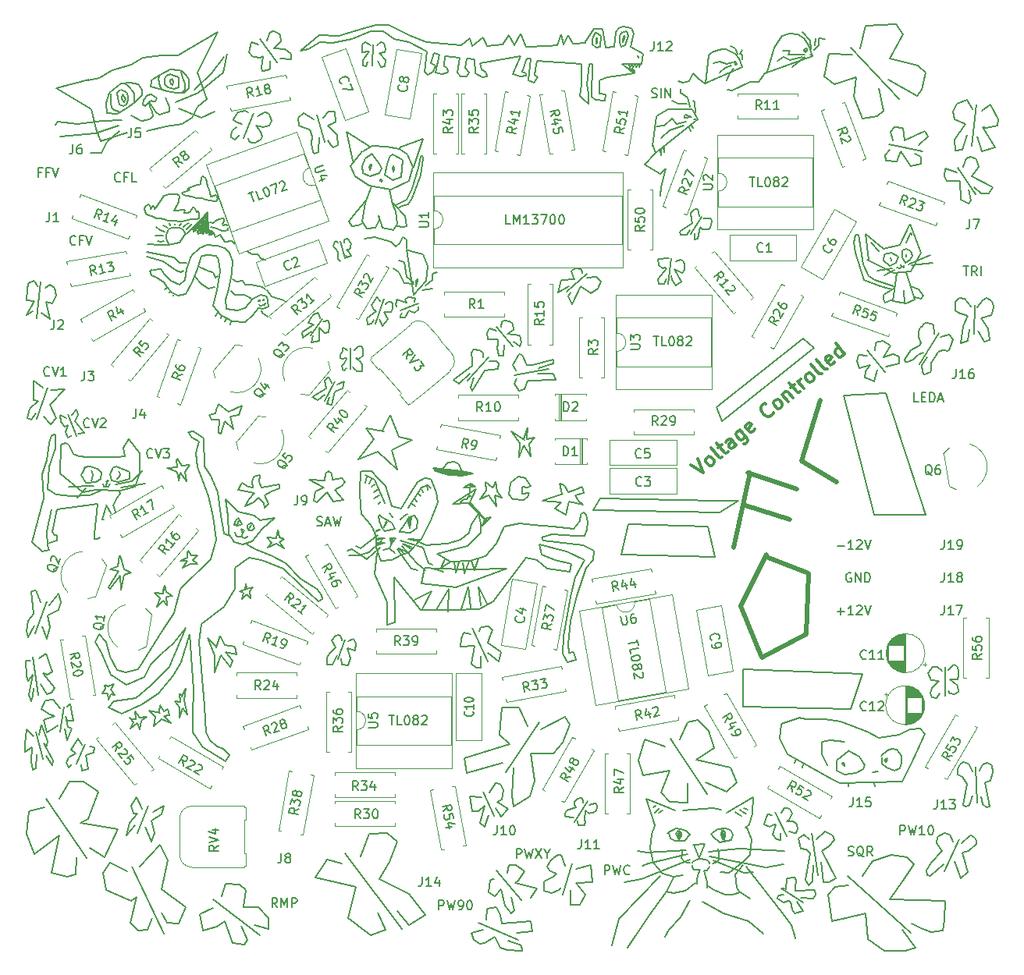
<source format=gbr>
G04 #@! TF.GenerationSoftware,KiCad,Pcbnew,(5.1.2-1)-1*
G04 #@! TF.CreationDate,2021-01-24T17:17:57-05:00*
G04 #@! TF.ProjectId,LFO - MFOS,4c464f20-2d20-44d4-964f-532e6b696361,rev?*
G04 #@! TF.SameCoordinates,Original*
G04 #@! TF.FileFunction,Legend,Top*
G04 #@! TF.FilePolarity,Positive*
%FSLAX46Y46*%
G04 Gerber Fmt 4.6, Leading zero omitted, Abs format (unit mm)*
G04 Created by KiCad (PCBNEW (5.1.2-1)-1) date 2021-01-24 17:17:57*
%MOMM*%
%LPD*%
G04 APERTURE LIST*
%ADD10C,0.200000*%
%ADD11C,0.500000*%
%ADD12C,0.300000*%
%ADD13C,0.150000*%
%ADD14C,0.120000*%
G04 APERTURE END LIST*
D10*
X88070000Y-55930000D02*
X87540000Y-54410000D01*
X98100000Y-47920000D02*
X88070000Y-55930000D01*
X96930000Y-46930000D02*
X98100000Y-47920000D01*
X87540000Y-54340000D02*
X96930000Y-46930000D01*
X70300000Y-41920000D02*
X71480000Y-41270000D01*
X70680000Y-40580000D02*
X70300000Y-41920000D01*
X72080000Y-40510000D02*
X70680000Y-40580000D01*
X71970000Y-40190000D02*
X72080000Y-40510000D01*
X71780000Y-39570000D02*
X71970000Y-40190000D01*
X72250000Y-39340000D02*
X71780000Y-39570000D01*
X72890000Y-39390000D02*
X72250000Y-39340000D01*
X72980000Y-39810000D02*
X72890000Y-39390000D01*
X71410000Y-42350000D02*
X71670000Y-41930000D01*
X71840000Y-43220000D02*
X71410000Y-42350000D01*
X72770000Y-41270000D02*
X71840000Y-43220000D01*
X73900000Y-42040000D02*
X72770000Y-41270000D01*
X74620000Y-41500000D02*
X73900000Y-42040000D01*
X74950000Y-40760000D02*
X74620000Y-41500000D01*
X74510000Y-40270000D02*
X74950000Y-40760000D01*
X73500000Y-40300000D02*
X74510000Y-40270000D01*
X85130000Y-36190000D02*
X85140000Y-35460000D01*
X85490000Y-36060000D02*
X85130000Y-36190000D01*
X85720000Y-34800000D02*
X85490000Y-36060000D01*
X86010000Y-35050000D02*
X85720000Y-34800000D01*
X86650000Y-35060000D02*
X86010000Y-35050000D01*
X86880000Y-34880000D02*
X86650000Y-35060000D01*
X87030000Y-34250000D02*
X86880000Y-34880000D01*
X86890000Y-33850000D02*
X87030000Y-34250000D01*
X86100000Y-33870000D02*
X86890000Y-33850000D01*
X84290000Y-35680000D02*
X84640000Y-35170000D01*
X83650000Y-35670000D02*
X84290000Y-35680000D01*
X83510000Y-35360000D02*
X83650000Y-35670000D01*
X84880000Y-34400000D02*
X83510000Y-35360000D01*
X84790000Y-34090000D02*
X84880000Y-34400000D01*
X84740000Y-33310000D02*
X84790000Y-34090000D01*
X85130000Y-32900000D02*
X84740000Y-33310000D01*
X85490000Y-32860000D02*
X85130000Y-32900000D01*
X85630000Y-33600000D02*
X85490000Y-32860000D01*
X85920000Y-33680000D02*
X84750000Y-35550000D01*
X81830000Y-41020000D02*
X82070000Y-40400000D01*
X81640000Y-41010000D02*
X81830000Y-41020000D01*
X81260000Y-40970000D02*
X81640000Y-41010000D01*
X81150000Y-40480000D02*
X81260000Y-40970000D01*
X82110000Y-39310000D02*
X81150000Y-40480000D01*
X81930000Y-39230000D02*
X82110000Y-39310000D01*
X81650000Y-39270000D02*
X81930000Y-39230000D01*
X81240000Y-38930000D02*
X81650000Y-39270000D01*
X81210000Y-38280000D02*
X81240000Y-38930000D01*
X82320000Y-38240000D02*
X81210000Y-38280000D01*
X82710000Y-40530000D02*
X82630000Y-40030000D01*
X83090000Y-41130000D02*
X82710000Y-40530000D01*
X83720000Y-40730000D02*
X83090000Y-41130000D01*
X82920000Y-39420000D02*
X83720000Y-40730000D01*
X83770000Y-39800000D02*
X82920000Y-39420000D01*
X84050000Y-39440000D02*
X83770000Y-39800000D01*
X84040000Y-38950000D02*
X84050000Y-39440000D01*
X83930000Y-38520000D02*
X84040000Y-38950000D01*
X83660000Y-38330000D02*
X83930000Y-38520000D01*
X83150000Y-38550000D02*
X83660000Y-38330000D01*
X71280000Y-41880000D02*
X73500000Y-39920000D01*
X82610000Y-38180000D02*
X82260000Y-41030000D01*
X98630000Y-14340000D02*
X99320000Y-14440000D01*
X98580000Y-15050000D02*
X98630000Y-14340000D01*
X98110000Y-15610000D02*
X98580000Y-15050000D01*
X98260000Y-14320000D02*
X98170000Y-15110000D01*
X97650000Y-14580000D02*
X96850000Y-13680000D01*
X97800000Y-15540000D02*
X97650000Y-14580000D01*
X97640000Y-16080000D02*
X97820000Y-16180000D01*
X95710000Y-17470000D02*
X95760000Y-17490000D01*
X97110000Y-16320000D02*
X95710000Y-17470000D01*
X94810000Y-16390000D02*
X94140000Y-16740000D01*
X95500000Y-16710000D02*
X94810000Y-16390000D01*
X96870000Y-16330000D02*
X95500000Y-16710000D01*
X95470000Y-15690000D02*
X94750000Y-15710000D01*
X95280000Y-16110000D02*
X95470000Y-15690000D01*
X97110000Y-16120000D02*
X95280000Y-16110000D01*
X97210000Y-15630000D02*
X97210000Y-15570000D01*
X97020000Y-15620000D02*
X97210000Y-15630000D01*
X96990000Y-15470000D02*
X97020000Y-15620000D01*
X97310000Y-15390000D02*
X96990000Y-15470000D01*
X97380000Y-15660000D02*
X97310000Y-15390000D01*
X97210000Y-15820000D02*
X97380000Y-15660000D01*
X97000000Y-15640000D02*
X97210000Y-15820000D01*
X90080000Y-15990000D02*
X90330000Y-15570000D01*
X90320000Y-16110000D02*
X90080000Y-15990000D01*
X90300000Y-16610000D02*
X90320000Y-16110000D01*
X89570000Y-15450000D02*
X89010000Y-15150000D01*
X89840000Y-16030000D02*
X89570000Y-15450000D01*
X88990000Y-18100000D02*
X88610000Y-18870000D01*
X89350000Y-17620000D02*
X88990000Y-18100000D01*
X88450000Y-17570000D02*
X87830000Y-18040000D01*
X89110000Y-17290000D02*
X88450000Y-17570000D01*
X87870000Y-16830000D02*
X87210000Y-17010000D01*
X88580000Y-17110000D02*
X87870000Y-16830000D01*
X89270000Y-16930000D02*
X88580000Y-17110000D01*
X89760000Y-17120000D02*
X89520000Y-16830000D01*
X89630000Y-17170000D02*
X89760000Y-17120000D01*
X89590000Y-17170000D02*
X89630000Y-17170000D01*
X89440000Y-16820000D02*
X89590000Y-17170000D01*
X89200000Y-19960000D02*
X88690000Y-19920000D01*
X91140000Y-19030000D02*
X89200000Y-19960000D01*
X92070000Y-19030000D02*
X91140000Y-19030000D01*
X92790000Y-18100000D02*
X92070000Y-19030000D01*
X97940000Y-16240000D02*
X92790000Y-18100000D01*
X97520000Y-15100000D02*
X97940000Y-16240000D01*
X96970000Y-14340000D02*
X97520000Y-15100000D01*
X96290000Y-13920000D02*
X96970000Y-14340000D01*
X95450000Y-13840000D02*
X96290000Y-13920000D01*
X94650000Y-14090000D02*
X95450000Y-13840000D01*
X93760000Y-15360000D02*
X94650000Y-14090000D01*
X93000000Y-17970000D02*
X93760000Y-15360000D01*
X83890000Y-19190000D02*
X83410000Y-18970000D01*
X84560000Y-19000000D02*
X83890000Y-19190000D01*
X84940000Y-18170000D02*
X84560000Y-19000000D01*
X85540000Y-18710000D02*
X84940000Y-18170000D01*
X86280000Y-19250000D02*
X85540000Y-18710000D01*
X90350000Y-17440000D02*
X86280000Y-19250000D01*
X90000000Y-16540000D02*
X90350000Y-17440000D01*
X89590000Y-16000000D02*
X90000000Y-16540000D01*
X88540000Y-15490000D02*
X89590000Y-16000000D01*
X88220000Y-15530000D02*
X88540000Y-15490000D01*
X87740000Y-15620000D02*
X88220000Y-15530000D01*
X87040000Y-15880000D02*
X87740000Y-15620000D01*
X86630000Y-16190000D02*
X87040000Y-15880000D01*
X86310000Y-19220000D02*
X86630000Y-16190000D01*
X85160000Y-21290000D02*
X85000000Y-21100000D01*
X85230000Y-22370000D02*
X85160000Y-21290000D01*
X83630000Y-20210000D02*
X83630000Y-19830000D01*
X84400000Y-20720000D02*
X83630000Y-20210000D01*
X84680000Y-21740000D02*
X84400000Y-20720000D01*
X83410000Y-21420000D02*
X82680000Y-21100000D01*
X84270000Y-21450000D02*
X83410000Y-21420000D01*
X85100000Y-23140000D02*
X85350000Y-23140000D01*
X82420000Y-24350000D02*
X81530000Y-25180000D01*
X83980000Y-23840000D02*
X82420000Y-24350000D01*
X81880000Y-23840000D02*
X80990000Y-23930000D01*
X82710000Y-23040000D02*
X81880000Y-23840000D01*
X83220000Y-23680000D02*
X82710000Y-23040000D01*
X84180000Y-23360000D02*
X83220000Y-23680000D01*
X84840000Y-23810000D02*
X84940000Y-24060000D01*
X84490000Y-23870000D02*
X84720000Y-24440000D01*
X81850000Y-26710000D02*
X81880000Y-26070000D01*
X81750000Y-26070000D02*
X81850000Y-26710000D01*
X81470000Y-26390000D02*
X81750000Y-26070000D01*
X81530000Y-26990000D02*
X81470000Y-26390000D01*
X81440000Y-26510000D02*
X81530000Y-26990000D01*
X81500000Y-30530000D02*
X81400000Y-31420000D01*
X81980000Y-28430000D02*
X81500000Y-30530000D01*
X81400000Y-29060000D02*
X81980000Y-28430000D01*
X79750000Y-28040000D02*
X81400000Y-29060000D01*
X80830000Y-26830000D02*
X79750000Y-28040000D01*
X84080000Y-22980000D02*
X84020000Y-22690000D01*
X84810000Y-22910000D02*
X84080000Y-22980000D01*
X84110000Y-22630000D02*
X84810000Y-22910000D01*
X80890000Y-26800000D02*
X80540000Y-25850000D01*
X85450000Y-23170000D02*
X80890000Y-26800000D01*
X84880000Y-21990000D02*
X85450000Y-23170000D01*
X82260000Y-22020000D02*
X84880000Y-21990000D01*
X80990000Y-22820000D02*
X82260000Y-22020000D01*
X80580000Y-25970000D02*
X80990000Y-22820000D01*
X115080000Y-31930000D02*
X114830000Y-30740000D01*
X114830000Y-32300000D02*
X115080000Y-31930000D01*
X114050000Y-31890000D02*
X114830000Y-32300000D01*
X113930000Y-29810000D02*
X114050000Y-31890000D01*
X112520000Y-29860000D02*
X113930000Y-29810000D01*
X112220000Y-29350000D02*
X112520000Y-29860000D01*
X112360000Y-28480000D02*
X112220000Y-29350000D01*
X113630000Y-28890000D02*
X112360000Y-28480000D01*
X116260000Y-31150000D02*
X115500000Y-30490000D01*
X117060000Y-31170000D02*
X116260000Y-31150000D01*
X117510000Y-30510000D02*
X117060000Y-31170000D01*
X115200000Y-29290000D02*
X117510000Y-30510000D01*
X115940000Y-28290000D02*
X115200000Y-29290000D01*
X115700000Y-27420000D02*
X115940000Y-28290000D01*
X115150000Y-27190000D02*
X115700000Y-27420000D01*
X114650000Y-27400000D02*
X115150000Y-27190000D01*
X114260000Y-28300000D02*
X114650000Y-27400000D01*
X109690000Y-27230000D02*
X109000000Y-26860000D01*
X109720000Y-27950000D02*
X109690000Y-27230000D01*
X108580000Y-28250000D02*
X109720000Y-27950000D01*
X107530000Y-26590000D02*
X108580000Y-28250000D01*
X107090000Y-27720000D02*
X107530000Y-26590000D01*
X105910000Y-27580000D02*
X107090000Y-27720000D01*
X105770000Y-27050000D02*
X105910000Y-27580000D01*
X106330000Y-26400000D02*
X105770000Y-27050000D01*
X110480000Y-25000000D02*
X109480000Y-25940000D01*
X110100000Y-24440000D02*
X110480000Y-25000000D01*
X107940000Y-25420000D02*
X110100000Y-24440000D01*
X107760000Y-24030000D02*
X107940000Y-25420000D01*
X106860000Y-23960000D02*
X107760000Y-24030000D01*
X106440000Y-24520000D02*
X106860000Y-23960000D01*
X106690000Y-25420000D02*
X106440000Y-24520000D01*
X114160000Y-26430000D02*
X114730000Y-24820000D01*
X113460000Y-26540000D02*
X114160000Y-26430000D01*
X113360000Y-25360000D02*
X113460000Y-26540000D01*
X114550000Y-23680000D02*
X113360000Y-25360000D01*
X113360000Y-23170000D02*
X114550000Y-23680000D01*
X113210000Y-22320000D02*
X113360000Y-23170000D01*
X113580000Y-21400000D02*
X113210000Y-22320000D01*
X114700000Y-21020000D02*
X113580000Y-21400000D01*
X115260000Y-22010000D02*
X114700000Y-21020000D01*
X116290000Y-26570000D02*
X115790000Y-24980000D01*
X117720000Y-26140000D02*
X116290000Y-26570000D01*
X116380000Y-24000000D02*
X117720000Y-26140000D01*
X116830000Y-24090000D02*
X116380000Y-24000000D01*
X118020000Y-23830000D02*
X116830000Y-24090000D01*
X118120000Y-23150000D02*
X118020000Y-23830000D01*
X117270000Y-21490000D02*
X118120000Y-23150000D01*
X116270000Y-22170000D02*
X117270000Y-21490000D01*
X105600000Y-22180000D02*
X105090000Y-19750000D01*
X104960000Y-22820000D02*
X105600000Y-22180000D01*
X103310000Y-23080000D02*
X104960000Y-22820000D01*
X102430000Y-20710000D02*
X103310000Y-23080000D01*
X102690000Y-18590000D02*
X102430000Y-20710000D01*
X100290000Y-19320000D02*
X102690000Y-18590000D01*
X99230000Y-18490000D02*
X100290000Y-19320000D01*
X99670000Y-16020000D02*
X99230000Y-18490000D01*
X102230000Y-16090000D02*
X99670000Y-16020000D01*
X109290000Y-20580000D02*
X106170000Y-18800000D01*
X109810000Y-19880000D02*
X109290000Y-20580000D01*
X110190000Y-18080000D02*
X109810000Y-19880000D01*
X109340000Y-17250000D02*
X110190000Y-18080000D01*
X106300000Y-16530000D02*
X109340000Y-17250000D01*
X107740000Y-13870000D02*
X106300000Y-16530000D01*
X106970000Y-12820000D02*
X107740000Y-13870000D01*
X103700000Y-12970000D02*
X106970000Y-12820000D01*
X103130000Y-15450000D02*
X103700000Y-12970000D01*
X109860000Y-26590000D02*
X106190000Y-25830000D01*
X102110000Y-15330000D02*
X107300000Y-20930000D01*
X115230000Y-26000000D02*
X115690000Y-21510000D01*
X113690000Y-28350000D02*
X115600000Y-31240000D01*
X114820000Y-47210000D02*
X114920000Y-45930000D01*
X114020000Y-47430000D02*
X114820000Y-47210000D01*
X114260000Y-45600000D02*
X114020000Y-47430000D01*
X114780000Y-44460000D02*
X114260000Y-45600000D01*
X114300000Y-44310000D02*
X114780000Y-44460000D01*
X113760000Y-44150000D02*
X114300000Y-44310000D01*
X113400000Y-43880000D02*
X113760000Y-44150000D01*
X113390000Y-43450000D02*
X113400000Y-43880000D01*
X113410000Y-42920000D02*
X113390000Y-43450000D01*
X113820000Y-42510000D02*
X113410000Y-42920000D01*
X114440000Y-42580000D02*
X113820000Y-42510000D01*
X115140000Y-43450000D02*
X114440000Y-42580000D01*
X116520000Y-47270000D02*
X115890000Y-46050000D01*
X117130000Y-47130000D02*
X116520000Y-47270000D01*
X116980000Y-45820000D02*
X117130000Y-47130000D01*
X116250000Y-44710000D02*
X116980000Y-45820000D01*
X117350000Y-44370000D02*
X116250000Y-44710000D01*
X117450000Y-43970000D02*
X117350000Y-44370000D01*
X117610000Y-43470000D02*
X117450000Y-43970000D01*
X117380000Y-42820000D02*
X117610000Y-43470000D01*
X116850000Y-42520000D02*
X117380000Y-42820000D01*
X116360000Y-42800000D02*
X116850000Y-42520000D01*
X115810000Y-43530000D02*
X116360000Y-42800000D01*
X109820000Y-49840000D02*
X110390000Y-48950000D01*
X109860000Y-50560000D02*
X109820000Y-49840000D01*
X110020000Y-50840000D02*
X109860000Y-50560000D01*
X110110000Y-50850000D02*
X110020000Y-50840000D01*
X110700000Y-50600000D02*
X110110000Y-50850000D01*
X110790000Y-50410000D02*
X110700000Y-50600000D01*
X110790000Y-49560000D02*
X110790000Y-50410000D01*
X111210000Y-48940000D02*
X110790000Y-49560000D01*
X111540000Y-48320000D02*
X111210000Y-48940000D01*
X112040000Y-48200000D02*
X111540000Y-48320000D01*
X112230000Y-48190000D02*
X112040000Y-48200000D01*
X112610000Y-48250000D02*
X112230000Y-48190000D01*
X112760000Y-48200000D02*
X112610000Y-48250000D01*
X112970000Y-47480000D02*
X112760000Y-48200000D01*
X113180000Y-46980000D02*
X112970000Y-47480000D01*
X112730000Y-46470000D02*
X113180000Y-46980000D01*
X111840000Y-46760000D02*
X112730000Y-46470000D01*
X109360000Y-48660000D02*
X109920000Y-48480000D01*
X108860000Y-49200000D02*
X109360000Y-48660000D01*
X108260000Y-49480000D02*
X108860000Y-49200000D01*
X107980000Y-49480000D02*
X108260000Y-49480000D01*
X107940000Y-49220000D02*
X107980000Y-49480000D01*
X108570000Y-48160000D02*
X107940000Y-49220000D01*
X109510000Y-47670000D02*
X108570000Y-48160000D01*
X109660000Y-47410000D02*
X109510000Y-47670000D01*
X109480000Y-46750000D02*
X109660000Y-47410000D01*
X109480000Y-46200000D02*
X109480000Y-46750000D01*
X109630000Y-45760000D02*
X109480000Y-46200000D01*
X109840000Y-45530000D02*
X109630000Y-45760000D01*
X109980000Y-45360000D02*
X109840000Y-45530000D01*
X110140000Y-45220000D02*
X109980000Y-45360000D01*
X110370000Y-45260000D02*
X110140000Y-45220000D01*
X111030000Y-45440000D02*
X110370000Y-45260000D01*
X111120000Y-46390000D02*
X111030000Y-45440000D01*
X104580000Y-51570000D02*
X104950000Y-50350000D01*
X104260000Y-51410000D02*
X104580000Y-51570000D01*
X103600000Y-51190000D02*
X104260000Y-51410000D01*
X103690000Y-50440000D02*
X103600000Y-51190000D01*
X104240000Y-49780000D02*
X103690000Y-50440000D01*
X103040000Y-50170000D02*
X104240000Y-49780000D01*
X102770000Y-49340000D02*
X103040000Y-50170000D01*
X102960000Y-48720000D02*
X102770000Y-49340000D01*
X103890000Y-48760000D02*
X102960000Y-48720000D01*
X105880000Y-50000000D02*
X106380000Y-49910000D01*
X107350000Y-49640000D02*
X105880000Y-50000000D01*
X107330000Y-48890000D02*
X107350000Y-49640000D01*
X106660000Y-48610000D02*
X107330000Y-48890000D01*
X105640000Y-48940000D02*
X106660000Y-48610000D01*
X106360000Y-47690000D02*
X105640000Y-48940000D01*
X105550000Y-47190000D02*
X106360000Y-47690000D01*
X104790000Y-47310000D02*
X105550000Y-47190000D01*
X104690000Y-48170000D02*
X104790000Y-47310000D01*
X103860000Y-48210000D02*
X105830000Y-50570000D01*
X115560000Y-43320000D02*
X115430000Y-46430000D01*
X109520000Y-49680000D02*
X111680000Y-46370000D01*
X108580000Y-35370000D02*
X108650000Y-35700000D01*
X108080000Y-36550000D02*
X108580000Y-35370000D01*
X104250000Y-36480000D02*
X105110000Y-37410000D01*
X107900000Y-43100000D02*
X107840000Y-41660000D01*
X105300000Y-41250000D02*
X106530000Y-41590000D01*
X103480000Y-40580000D02*
X105300000Y-41250000D01*
X102580000Y-37640000D02*
X103480000Y-40580000D01*
X102420000Y-36520000D02*
X102580000Y-37640000D01*
X102620000Y-35700000D02*
X102420000Y-36520000D01*
X102940000Y-35660000D02*
X102620000Y-35700000D01*
X103430000Y-38860000D02*
X102940000Y-35660000D01*
X103990000Y-40150000D02*
X103430000Y-38860000D01*
X104680000Y-40580000D02*
X103990000Y-40150000D01*
X106700000Y-41290000D02*
X104680000Y-40580000D01*
X109730000Y-42580000D02*
X109040000Y-42410000D01*
X109920000Y-42300000D02*
X109730000Y-42580000D01*
X109470000Y-41550000D02*
X109920000Y-42300000D01*
X108640000Y-41290000D02*
X109470000Y-41550000D01*
X105780000Y-42990000D02*
X106640000Y-42730000D01*
X105630000Y-42730000D02*
X105780000Y-42990000D01*
X105670000Y-42210000D02*
X105630000Y-42730000D01*
X106770000Y-41480000D02*
X105670000Y-42210000D01*
X109000000Y-42690000D02*
X108060000Y-39740000D01*
X108060000Y-43140000D02*
X109000000Y-42690000D01*
X106680000Y-42840000D02*
X108060000Y-43140000D01*
X107050000Y-39830000D02*
X106680000Y-42840000D01*
X106790000Y-39470000D02*
X105750000Y-40060000D01*
X106560000Y-39320000D02*
X104980000Y-39550000D01*
X108690000Y-39000000D02*
X110980000Y-38730000D01*
X108340000Y-38850000D02*
X110750000Y-37850000D01*
X107820000Y-39200000D02*
X107870000Y-38990000D01*
X107630000Y-39130000D02*
X107820000Y-39200000D01*
X107420000Y-39300000D02*
X107070000Y-39190000D01*
X107570000Y-39130000D02*
X107420000Y-39300000D01*
X107470000Y-38870000D02*
X107570000Y-39130000D01*
X108120000Y-37750000D02*
X108120000Y-38050000D01*
X106360000Y-38110000D02*
X106480000Y-38470000D01*
X108120000Y-37210000D02*
X107700000Y-37390000D01*
X108570000Y-37480000D02*
X108120000Y-37210000D01*
X108780000Y-37960000D02*
X108570000Y-37480000D01*
X108510000Y-38410000D02*
X108780000Y-37960000D01*
X107970000Y-38710000D02*
X108510000Y-38410000D01*
X107640000Y-38140000D02*
X107970000Y-38710000D01*
X107700000Y-37480000D02*
X107640000Y-38140000D01*
X106510000Y-37630000D02*
X105730000Y-37750000D01*
X107250000Y-37990000D02*
X106510000Y-37630000D01*
X106980000Y-38710000D02*
X107250000Y-37990000D01*
X106300000Y-39070000D02*
X106980000Y-38710000D01*
X105640000Y-38440000D02*
X106300000Y-39070000D01*
X105760000Y-37780000D02*
X105640000Y-38440000D01*
X106720000Y-39820000D02*
X103870000Y-38380000D01*
X108630000Y-39610000D02*
X106720000Y-39820000D01*
X109740000Y-37570000D02*
X108630000Y-39610000D01*
X108480000Y-34450000D02*
X109740000Y-37570000D01*
X107400000Y-36730000D02*
X108480000Y-34450000D01*
X105610000Y-37150000D02*
X107400000Y-36730000D01*
X103690000Y-35590000D02*
X105610000Y-37150000D01*
X103990000Y-38350000D02*
X103690000Y-35590000D01*
X78960000Y-16220000D02*
X79020000Y-16440000D01*
X77980000Y-17610000D02*
X77900000Y-17490000D01*
X78160000Y-17560000D02*
X77980000Y-17610000D01*
X78170000Y-17680000D02*
X78160000Y-17560000D01*
X78480000Y-17650000D02*
X78170000Y-17680000D01*
X78370000Y-17840000D02*
X78480000Y-17650000D01*
X78640000Y-17790000D02*
X78370000Y-17840000D01*
X78590000Y-18040000D02*
X78640000Y-17790000D01*
X79120000Y-17430000D02*
X79280000Y-17100000D01*
X79040000Y-17160000D02*
X79120000Y-17430000D01*
X78830000Y-17420000D02*
X79040000Y-17160000D01*
X78740000Y-17150000D02*
X78830000Y-17420000D01*
X78460000Y-17430000D02*
X78740000Y-17150000D01*
X78370000Y-17190000D02*
X78460000Y-17430000D01*
X78140000Y-17440000D02*
X78370000Y-17190000D01*
X77970000Y-17160000D02*
X78140000Y-17440000D01*
X77350000Y-14750000D02*
X77600000Y-14140000D01*
X77360000Y-14480000D02*
X77350000Y-14750000D01*
X77550000Y-14010000D02*
X77360000Y-14480000D01*
X74600000Y-14800000D02*
X74570000Y-14260000D01*
X74460000Y-14900000D02*
X74600000Y-14800000D01*
X74490000Y-14280000D02*
X74460000Y-14900000D01*
X77800000Y-13530000D02*
X77230000Y-13720000D01*
X77910000Y-14050000D02*
X77800000Y-13530000D01*
X77590000Y-15080000D02*
X77910000Y-14050000D01*
X77210000Y-15250000D02*
X77590000Y-15080000D01*
X77050000Y-14800000D02*
X77210000Y-15250000D01*
X77040000Y-14110000D02*
X77050000Y-14800000D01*
X77240000Y-13670000D02*
X77040000Y-14110000D01*
X74960000Y-14090000D02*
X74440000Y-13770000D01*
X74880000Y-15250000D02*
X74960000Y-14090000D01*
X74520000Y-15360000D02*
X74880000Y-15250000D01*
X74050000Y-14970000D02*
X74520000Y-15360000D01*
X74080000Y-14390000D02*
X74050000Y-14970000D01*
X74390000Y-13670000D02*
X74080000Y-14390000D01*
X72000000Y-14910000D02*
X73330000Y-14860000D01*
X71470000Y-13960000D02*
X71940000Y-14940000D01*
X70920000Y-14980000D02*
X71470000Y-13960000D01*
X70630000Y-13920000D02*
X70920000Y-14980000D01*
X70240000Y-15110000D02*
X70630000Y-13920000D01*
X69150000Y-15150000D02*
X70240000Y-15110000D01*
X66900000Y-15230000D02*
X69150000Y-15150000D01*
X66270000Y-13790000D02*
X66900000Y-15230000D01*
X65630000Y-15060000D02*
X66270000Y-13790000D01*
X64960000Y-13960000D02*
X65630000Y-15060000D01*
X64280000Y-14980000D02*
X64960000Y-13960000D01*
X62630000Y-15150000D02*
X64280000Y-14980000D01*
X62170000Y-14260000D02*
X62630000Y-15150000D01*
X60980000Y-15150000D02*
X62170000Y-14260000D01*
X60730000Y-14300000D02*
X60980000Y-15150000D01*
X59800000Y-15110000D02*
X60730000Y-14300000D01*
X56030000Y-14720000D02*
X59800000Y-15110000D01*
X54170000Y-14010000D02*
X56030000Y-14720000D01*
X51980000Y-12860000D02*
X54170000Y-14010000D01*
X50620000Y-12910000D02*
X51980000Y-12860000D01*
X49310000Y-13240000D02*
X50620000Y-12910000D01*
X46560000Y-14090000D02*
X49310000Y-13240000D01*
X44450000Y-13960000D02*
X46560000Y-14090000D01*
X42380000Y-15660000D02*
X44450000Y-13960000D01*
X43220000Y-15530000D02*
X42380000Y-15660000D01*
X44530000Y-14770000D02*
X43220000Y-15530000D01*
X45840000Y-14850000D02*
X44530000Y-14770000D01*
X48000000Y-14390000D02*
X45840000Y-14850000D01*
X50030000Y-13580000D02*
X48000000Y-14390000D01*
X51380000Y-13540000D02*
X50030000Y-13580000D01*
X52570000Y-14390000D02*
X51380000Y-13540000D01*
X54130000Y-14770000D02*
X52570000Y-14390000D01*
X56080000Y-15740000D02*
X54130000Y-14770000D01*
X55820000Y-17940000D02*
X56080000Y-15740000D01*
X56200000Y-18280000D02*
X55820000Y-17940000D01*
X56750000Y-17940000D02*
X56200000Y-18280000D01*
X57050000Y-17300000D02*
X56750000Y-17940000D01*
X56540000Y-17010000D02*
X57050000Y-17300000D01*
X56840000Y-15950000D02*
X56540000Y-17010000D01*
X57430000Y-16120000D02*
X56840000Y-15950000D01*
X57050000Y-18070000D02*
X57430000Y-16120000D01*
X57680000Y-18230000D02*
X57050000Y-18070000D01*
X58150000Y-18150000D02*
X57680000Y-18230000D01*
X58360000Y-17980000D02*
X58150000Y-18150000D01*
X58280000Y-17560000D02*
X58360000Y-17980000D01*
X57940000Y-17390000D02*
X58280000Y-17560000D01*
X58060000Y-16250000D02*
X57940000Y-17390000D01*
X59630000Y-16470000D02*
X58060000Y-16250000D01*
X59390000Y-18040000D02*
X59630000Y-16470000D01*
X59760000Y-18470000D02*
X59390000Y-18040000D01*
X60460000Y-18440000D02*
X59760000Y-18470000D01*
X60710000Y-18040000D02*
X60460000Y-18440000D01*
X60280000Y-17540000D02*
X60710000Y-18040000D01*
X60430000Y-16530000D02*
X60280000Y-17540000D01*
X61230000Y-16650000D02*
X60430000Y-16530000D01*
X61390000Y-18100000D02*
X61230000Y-16650000D01*
X62130000Y-18560000D02*
X61390000Y-18100000D01*
X62620000Y-18440000D02*
X62130000Y-18560000D01*
X62560000Y-18040000D02*
X62620000Y-18440000D01*
X62010000Y-17730000D02*
X62560000Y-18040000D01*
X61880000Y-17020000D02*
X62010000Y-17730000D01*
X66290000Y-16250000D02*
X61880000Y-17020000D01*
X65460000Y-18250000D02*
X66290000Y-16250000D01*
X66290000Y-18440000D02*
X65460000Y-18250000D01*
X66870000Y-18410000D02*
X66290000Y-18440000D01*
X66870000Y-18100000D02*
X66870000Y-18410000D01*
X66470000Y-17940000D02*
X66870000Y-18100000D01*
X66930000Y-16500000D02*
X66470000Y-17940000D01*
X67400000Y-16530000D02*
X66930000Y-16500000D01*
X67090000Y-18930000D02*
X67400000Y-16530000D01*
X67670000Y-19120000D02*
X67090000Y-18930000D01*
X68170000Y-18560000D02*
X67670000Y-19120000D01*
X67830000Y-18310000D02*
X68170000Y-18560000D01*
X67860000Y-17670000D02*
X67830000Y-18310000D01*
X68070000Y-16800000D02*
X67860000Y-17670000D01*
X72910000Y-17110000D02*
X68070000Y-16800000D01*
X72880000Y-19300000D02*
X72910000Y-17110000D01*
X72670000Y-20590000D02*
X72880000Y-19300000D01*
X73030000Y-20960000D02*
X72670000Y-20590000D01*
X73650000Y-21430000D02*
X73030000Y-20960000D01*
X73620000Y-20350000D02*
X73650000Y-21430000D01*
X73500000Y-19330000D02*
X73620000Y-20350000D01*
X73740000Y-17080000D02*
X73500000Y-19330000D01*
X74050000Y-17080000D02*
X73740000Y-17080000D01*
X73960000Y-20690000D02*
X74050000Y-17080000D01*
X74360000Y-21030000D02*
X73960000Y-20690000D01*
X75410000Y-21060000D02*
X74390000Y-20990000D01*
X75530000Y-20410000D02*
X75410000Y-21060000D01*
X74820000Y-20350000D02*
X75530000Y-20410000D01*
X74790000Y-18900000D02*
X74820000Y-20350000D01*
X75680000Y-18530000D02*
X74790000Y-18900000D01*
X76950000Y-18410000D02*
X75680000Y-18530000D01*
X78580000Y-18160000D02*
X76950000Y-18410000D01*
X77290000Y-17110000D02*
X78580000Y-18160000D01*
X79350000Y-17080000D02*
X77290000Y-17110000D01*
X79540000Y-16000000D02*
X79350000Y-17080000D01*
X78210000Y-15260000D02*
X79540000Y-16000000D01*
X78580000Y-13790000D02*
X78210000Y-15260000D01*
X78300000Y-13230000D02*
X78580000Y-13790000D01*
X77350000Y-13080000D02*
X78300000Y-13230000D01*
X76920000Y-13200000D02*
X77350000Y-13080000D01*
X76610000Y-13630000D02*
X76920000Y-13200000D01*
X76390000Y-15260000D02*
X76610000Y-13630000D01*
X75530000Y-15300000D02*
X76390000Y-15260000D01*
X75160000Y-13320000D02*
X75530000Y-15300000D01*
X74240000Y-13290000D02*
X75160000Y-13320000D01*
X73250000Y-14860000D02*
X74240000Y-13290000D01*
X49510000Y-17350000D02*
X49700000Y-16890000D01*
X49180000Y-17320000D02*
X49510000Y-17350000D01*
X49140000Y-16680000D02*
X49180000Y-17320000D01*
X49870000Y-15730000D02*
X49140000Y-16680000D01*
X49080000Y-15840000D02*
X49870000Y-15730000D01*
X49080000Y-15020000D02*
X49080000Y-15840000D01*
X49400000Y-14750000D02*
X49080000Y-15020000D01*
X49980000Y-15110000D02*
X49400000Y-14750000D01*
X51100000Y-17430000D02*
X50760000Y-16750000D01*
X51520000Y-17350000D02*
X51100000Y-17430000D01*
X51630000Y-16730000D02*
X51520000Y-17350000D01*
X50980000Y-15950000D02*
X51630000Y-16730000D01*
X51510000Y-15840000D02*
X50980000Y-15950000D01*
X51650000Y-15480000D02*
X51510000Y-15840000D01*
X51570000Y-15130000D02*
X51650000Y-15480000D01*
X51410000Y-14810000D02*
X51570000Y-15130000D01*
X51100000Y-14720000D02*
X51410000Y-14810000D01*
X50680000Y-15100000D02*
X51100000Y-14720000D01*
X50270000Y-15040000D02*
X50210000Y-17330000D01*
X39110000Y-17650000D02*
X39130000Y-16740000D01*
X38860000Y-17810000D02*
X39110000Y-17650000D01*
X38220000Y-17900000D02*
X38860000Y-17810000D01*
X38150000Y-17580000D02*
X38220000Y-17900000D01*
X38310000Y-16260000D02*
X38150000Y-17580000D01*
X38040000Y-16400000D02*
X38310000Y-16260000D01*
X37310000Y-16370000D02*
X38040000Y-16400000D01*
X37120000Y-16280000D02*
X37310000Y-16370000D01*
X36830000Y-15850000D02*
X37120000Y-16280000D01*
X37060000Y-14760000D02*
X36830000Y-15850000D01*
X37830000Y-15010000D02*
X37060000Y-14760000D01*
X41360000Y-16600000D02*
X40180000Y-16560000D01*
X41410000Y-16010000D02*
X41360000Y-16600000D01*
X40700000Y-15510000D02*
X41410000Y-16010000D01*
X39540000Y-15440000D02*
X40700000Y-15510000D01*
X39830000Y-15100000D02*
X39540000Y-15440000D01*
X40240000Y-14640000D02*
X39830000Y-15100000D01*
X40220000Y-14010000D02*
X40240000Y-14640000D01*
X39990000Y-13780000D02*
X40220000Y-14010000D01*
X39520000Y-13600000D02*
X39990000Y-13780000D01*
X39080000Y-13670000D02*
X39520000Y-13600000D01*
X38720000Y-14580000D02*
X39080000Y-13670000D01*
X39810000Y-16940000D02*
X38010000Y-14420000D01*
X44300000Y-26660000D02*
X44450000Y-25050000D01*
X43930000Y-26870000D02*
X44300000Y-26660000D01*
X43720000Y-26660000D02*
X43930000Y-26870000D01*
X43570000Y-25720000D02*
X43720000Y-26660000D01*
X43630000Y-25020000D02*
X43570000Y-25720000D01*
X43390000Y-24190000D02*
X43630000Y-25020000D01*
X42780000Y-24070000D02*
X43390000Y-24190000D01*
X42260000Y-23830000D02*
X42780000Y-24070000D01*
X42140000Y-22980000D02*
X42260000Y-23830000D01*
X42720000Y-22430000D02*
X42140000Y-22980000D01*
X43810000Y-23100000D02*
X42720000Y-22430000D01*
X45700000Y-25930000D02*
X45370000Y-25410000D01*
X45970000Y-26170000D02*
X45700000Y-25930000D01*
X46490000Y-25960000D02*
X45970000Y-26170000D01*
X46340000Y-24860000D02*
X46490000Y-25960000D01*
X45340000Y-23800000D02*
X46340000Y-24860000D01*
X45910000Y-23520000D02*
X45340000Y-23800000D01*
X46190000Y-23370000D02*
X45910000Y-23520000D01*
X46130000Y-22250000D02*
X46190000Y-23370000D01*
X45460000Y-22280000D02*
X46130000Y-22250000D01*
X44880000Y-22950000D02*
X45460000Y-22280000D01*
X35470000Y-25170000D02*
X35800000Y-24830000D01*
X35250000Y-25290000D02*
X35470000Y-25170000D01*
X34860000Y-25050000D02*
X35250000Y-25290000D01*
X34860000Y-24710000D02*
X34860000Y-25050000D01*
X35010000Y-24320000D02*
X34860000Y-24710000D01*
X35470000Y-23980000D02*
X35010000Y-24320000D01*
X35560000Y-23490000D02*
X36080000Y-23620000D01*
X35130000Y-23220000D02*
X35560000Y-23490000D01*
X35220000Y-22950000D02*
X35130000Y-23220000D01*
X35620000Y-22340000D02*
X35220000Y-22950000D01*
X35950000Y-22250000D02*
X35620000Y-22340000D01*
X36410000Y-22210000D02*
X35950000Y-22250000D01*
X36690000Y-22400000D02*
X36410000Y-22210000D01*
X36810000Y-25530000D02*
X36690000Y-25170000D01*
X37080000Y-25660000D02*
X36810000Y-25530000D01*
X37480000Y-25630000D02*
X37080000Y-25660000D01*
X38090000Y-25320000D02*
X37480000Y-25630000D01*
X38270000Y-24960000D02*
X38090000Y-25320000D01*
X38090000Y-24500000D02*
X38270000Y-24960000D01*
X37540000Y-23800000D02*
X38090000Y-24500000D01*
X38330000Y-23950000D02*
X37540000Y-23800000D01*
X39030000Y-23830000D02*
X38330000Y-23950000D01*
X39270000Y-23340000D02*
X39030000Y-23830000D01*
X39060000Y-22760000D02*
X39270000Y-23340000D01*
X38940000Y-22430000D02*
X39060000Y-22760000D01*
X38480000Y-22370000D02*
X38940000Y-22430000D01*
X37720000Y-22790000D02*
X38480000Y-22370000D01*
X36200000Y-25140000D02*
X37290000Y-22460000D01*
X45000000Y-25600000D02*
X44180000Y-22610000D01*
X20770000Y-26750000D02*
X19650000Y-26750000D01*
X21430000Y-25560000D02*
X20770000Y-26750000D01*
X22750000Y-24370000D02*
X21430000Y-25560000D01*
X20110000Y-24640000D02*
X16350000Y-24970000D01*
X22690000Y-23780000D02*
X20110000Y-24640000D01*
X16020000Y-23380000D02*
X15820000Y-23710000D01*
X18200000Y-23650000D02*
X16020000Y-23380000D01*
X20900000Y-23320000D02*
X18200000Y-23650000D01*
X23020000Y-23250000D02*
X20900000Y-23320000D01*
X31660000Y-22920000D02*
X33110000Y-22260000D01*
X29150000Y-21930000D02*
X31660000Y-22920000D01*
X32720000Y-18100000D02*
X34100000Y-16390000D01*
X30870000Y-19950000D02*
X32720000Y-18100000D01*
X34040000Y-18040000D02*
X34430000Y-16060000D01*
X31330000Y-20210000D02*
X34040000Y-18040000D01*
X28820000Y-21270000D02*
X31330000Y-20210000D01*
X26190000Y-20440000D02*
X25770000Y-20520000D01*
X26780000Y-20830000D02*
X26190000Y-20440000D01*
X26680000Y-21180000D02*
X26780000Y-20830000D01*
X26410000Y-21200000D02*
X26680000Y-21180000D01*
X26100000Y-21060000D02*
X26410000Y-21200000D01*
X25750000Y-21550000D02*
X26100000Y-21060000D01*
X25570000Y-21660000D02*
X25750000Y-21550000D01*
X25320000Y-21550000D02*
X25570000Y-21660000D01*
X25400000Y-21020000D02*
X25320000Y-21550000D01*
X25770000Y-20480000D02*
X25400000Y-21020000D01*
X29830000Y-19910000D02*
X29600000Y-20170000D01*
X29870000Y-19270000D02*
X29830000Y-19910000D01*
X29620000Y-18630000D02*
X29870000Y-19270000D01*
X29420000Y-17930000D02*
X29620000Y-18630000D01*
X27170000Y-19560000D02*
X27300000Y-19840000D01*
X27050000Y-19190000D02*
X27170000Y-19560000D01*
X27010000Y-18690000D02*
X27050000Y-19190000D01*
X27190000Y-18260000D02*
X27010000Y-18690000D01*
X24380000Y-20300000D02*
X24390000Y-21240000D01*
X24230000Y-20080000D02*
X24380000Y-20300000D01*
X23860000Y-19640000D02*
X24230000Y-20080000D01*
X23630000Y-19440000D02*
X23860000Y-19640000D01*
X23220000Y-19270000D02*
X23630000Y-19440000D01*
X22340000Y-22200000D02*
X22780000Y-22270000D01*
X22080000Y-22060000D02*
X22340000Y-22200000D01*
X21930000Y-21850000D02*
X22080000Y-22060000D01*
X21820000Y-21390000D02*
X21930000Y-21850000D01*
X21850000Y-20310000D02*
X21820000Y-21390000D01*
X28510000Y-18850000D02*
X28380000Y-18760000D01*
X28620000Y-19080000D02*
X28510000Y-18850000D01*
X28530000Y-19410000D02*
X28620000Y-19080000D01*
X28320000Y-19290000D02*
X28530000Y-19410000D01*
X28250000Y-19000000D02*
X28320000Y-19290000D01*
X28350000Y-18720000D02*
X28250000Y-19000000D01*
X29150000Y-18580000D02*
X28420000Y-18270000D01*
X29220000Y-18980000D02*
X29150000Y-18580000D01*
X29150000Y-19620000D02*
X29220000Y-18980000D01*
X28650000Y-19820000D02*
X29150000Y-19620000D01*
X28000000Y-19670000D02*
X28650000Y-19820000D01*
X27670000Y-19290000D02*
X28000000Y-19670000D01*
X27680000Y-18690000D02*
X27670000Y-19290000D01*
X27870000Y-18400000D02*
X27680000Y-18690000D01*
X28360000Y-18240000D02*
X27870000Y-18400000D01*
X23060000Y-20450000D02*
X23060000Y-20530000D01*
X23390000Y-20930000D02*
X23060000Y-20450000D01*
X23240000Y-21240000D02*
X23390000Y-20930000D01*
X23040000Y-20950000D02*
X23240000Y-21240000D01*
X23000000Y-20560000D02*
X23040000Y-20950000D01*
X23280000Y-20050000D02*
X22880000Y-19940000D01*
X23500000Y-20200000D02*
X23280000Y-20050000D01*
X23690000Y-20610000D02*
X23500000Y-20200000D01*
X23690000Y-21030000D02*
X23690000Y-20610000D01*
X23550000Y-21550000D02*
X23690000Y-21030000D01*
X23130000Y-21720000D02*
X23550000Y-21550000D01*
X22730000Y-21480000D02*
X23130000Y-21720000D01*
X22550000Y-20820000D02*
X22730000Y-21480000D01*
X22500000Y-20260000D02*
X22550000Y-20820000D01*
X22810000Y-19940000D02*
X22500000Y-20260000D01*
X26200000Y-19090000D02*
X26240000Y-18830000D01*
X26170000Y-19600000D02*
X26200000Y-19090000D01*
X27370000Y-19920000D02*
X26170000Y-19600000D01*
X27910000Y-20100000D02*
X27370000Y-19920000D01*
X28930000Y-20290000D02*
X27910000Y-20100000D01*
X29800000Y-20210000D02*
X28930000Y-20290000D01*
X30280000Y-19780000D02*
X29800000Y-20210000D01*
X30280000Y-18830000D02*
X30280000Y-19780000D01*
X30020000Y-18360000D02*
X30280000Y-18830000D01*
X29480000Y-17850000D02*
X30020000Y-18360000D01*
X29220000Y-17810000D02*
X29480000Y-17850000D01*
X28280000Y-17740000D02*
X29220000Y-17810000D01*
X27330000Y-18180000D02*
X28280000Y-17740000D01*
X26280000Y-18800000D02*
X27330000Y-18180000D01*
X23950000Y-19120000D02*
X22820000Y-19230000D01*
X24750000Y-19340000D02*
X23950000Y-19120000D01*
X25190000Y-19890000D02*
X24750000Y-19340000D01*
X25220000Y-20500000D02*
X25190000Y-19890000D01*
X24460000Y-21230000D02*
X25220000Y-20500000D01*
X23550000Y-21920000D02*
X24460000Y-21230000D01*
X22490000Y-22540000D02*
X23550000Y-21920000D01*
X21400000Y-22470000D02*
X22490000Y-22540000D01*
X21330000Y-21380000D02*
X21400000Y-22470000D01*
X21660000Y-20290000D02*
X21330000Y-21380000D01*
X22890000Y-19230000D02*
X21660000Y-20290000D01*
X27950000Y-21160000D02*
X27730000Y-20720000D01*
X28200000Y-21810000D02*
X27950000Y-21160000D01*
X28170000Y-22250000D02*
X28200000Y-21810000D01*
X27880000Y-22400000D02*
X28170000Y-22250000D01*
X27040000Y-22610000D02*
X27880000Y-22400000D01*
X26710000Y-22400000D02*
X27040000Y-22610000D01*
X25950000Y-21230000D02*
X26710000Y-22400000D01*
X26090000Y-21780000D02*
X25950000Y-21230000D01*
X26280000Y-22320000D02*
X26090000Y-21780000D01*
X26350000Y-22760000D02*
X26280000Y-22320000D01*
X26130000Y-23050000D02*
X26350000Y-22760000D01*
X25730000Y-23200000D02*
X26130000Y-23050000D01*
X25150000Y-23270000D02*
X25730000Y-23200000D01*
X24060000Y-22720000D02*
X25150000Y-23270000D01*
X20570000Y-18610000D02*
X19400000Y-18870000D01*
X21990000Y-17810000D02*
X20570000Y-18610000D01*
X23990000Y-17230000D02*
X21990000Y-17810000D01*
X25330000Y-16470000D02*
X23990000Y-17230000D01*
X27330000Y-16210000D02*
X25330000Y-16470000D01*
X29110000Y-16210000D02*
X27330000Y-16210000D01*
X33440000Y-13670000D02*
X29110000Y-16210000D01*
X31220000Y-18070000D02*
X33440000Y-13670000D01*
X32200000Y-20940000D02*
X31220000Y-18070000D01*
X31190000Y-21780000D02*
X32200000Y-20940000D01*
X30600000Y-22980000D02*
X31190000Y-21780000D01*
X29510000Y-23630000D02*
X30600000Y-22980000D01*
X27840000Y-23890000D02*
X29510000Y-23630000D01*
X25690000Y-24360000D02*
X27840000Y-23890000D01*
X20710000Y-25520000D02*
X23620000Y-24540000D01*
X20200000Y-24140000D02*
X20710000Y-25520000D01*
X19690000Y-22000000D02*
X20200000Y-24140000D01*
X15910000Y-19740000D02*
X19690000Y-22000000D01*
X19440000Y-18830000D02*
X15910000Y-19740000D01*
X112870000Y-85440000D02*
X112650000Y-85150000D01*
X113370000Y-85570000D02*
X112870000Y-85440000D01*
X113750000Y-85240000D02*
X113370000Y-85570000D01*
X113720000Y-84630000D02*
X113750000Y-85240000D01*
X112870000Y-83960000D02*
X113720000Y-84630000D01*
X113650000Y-83940000D02*
X112870000Y-83960000D01*
X113770000Y-83490000D02*
X113650000Y-83940000D01*
X113760000Y-82930000D02*
X113770000Y-83490000D01*
X113570000Y-82440000D02*
X113760000Y-82930000D01*
X113240000Y-82340000D02*
X113570000Y-82440000D01*
X112650000Y-82890000D02*
X113240000Y-82340000D01*
X111370000Y-85970000D02*
X111740000Y-85430000D01*
X110910000Y-85910000D02*
X111370000Y-85970000D01*
X110720000Y-85420000D02*
X110910000Y-85910000D01*
X110860000Y-84840000D02*
X110720000Y-85420000D01*
X111610000Y-84120000D02*
X110860000Y-84840000D01*
X110830000Y-84010000D02*
X111610000Y-84120000D01*
X110480000Y-83280000D02*
X110830000Y-84010000D01*
X110930000Y-82560000D02*
X110480000Y-83280000D01*
X111490000Y-82540000D02*
X110930000Y-82560000D01*
X112020000Y-82990000D02*
X111490000Y-82540000D01*
X112320000Y-85680000D02*
X112300000Y-82600000D01*
X115200000Y-96820000D02*
X115300000Y-96520000D01*
X115050000Y-97420000D02*
X115200000Y-96820000D01*
X114850000Y-97610000D02*
X115050000Y-97420000D01*
X114560000Y-97730000D02*
X114850000Y-97610000D01*
X114280000Y-97590000D02*
X114560000Y-97730000D01*
X114680000Y-95290000D02*
X114280000Y-97590000D01*
X114190000Y-94510000D02*
X114680000Y-95290000D01*
X113700000Y-94240000D02*
X114190000Y-94510000D01*
X113670000Y-93630000D02*
X113700000Y-94240000D01*
X113920000Y-93180000D02*
X113670000Y-93630000D01*
X114240000Y-92920000D02*
X113920000Y-93180000D01*
X114860000Y-93070000D02*
X114240000Y-92920000D01*
X115320000Y-93910000D02*
X114860000Y-93070000D01*
X116390000Y-97430000D02*
X116230000Y-96590000D01*
X116810000Y-97830000D02*
X116390000Y-97430000D01*
X117180000Y-97720000D02*
X116810000Y-97830000D01*
X116620000Y-95130000D02*
X117180000Y-97720000D01*
X117220000Y-94930000D02*
X116620000Y-95130000D01*
X117470000Y-93970000D02*
X117220000Y-94930000D01*
X117430000Y-93260000D02*
X117470000Y-93970000D01*
X116930000Y-92940000D02*
X117430000Y-93260000D01*
X116430000Y-93130000D02*
X116930000Y-92940000D01*
X116070000Y-93850000D02*
X116430000Y-93130000D01*
X114050000Y-105480000D02*
X113310000Y-103640000D01*
X114790000Y-104850000D02*
X114050000Y-105480000D01*
X114160000Y-102710000D02*
X114790000Y-104850000D01*
X114890000Y-102520000D02*
X114160000Y-102710000D01*
X115730000Y-101770000D02*
X114890000Y-102520000D01*
X115690000Y-101430000D02*
X115730000Y-101770000D01*
X115570000Y-101110000D02*
X115690000Y-101430000D01*
X115150000Y-100890000D02*
X115570000Y-101110000D01*
X114950000Y-100940000D02*
X115150000Y-100890000D01*
X114140000Y-101680000D02*
X114950000Y-100940000D01*
X110710000Y-105280000D02*
X112150000Y-103990000D01*
X110370000Y-105200000D02*
X110710000Y-105280000D01*
X110320000Y-104700000D02*
X110370000Y-105200000D01*
X110840000Y-103810000D02*
X110320000Y-104700000D01*
X111950000Y-102580000D02*
X110840000Y-103810000D01*
X111360000Y-101680000D02*
X111950000Y-102580000D01*
X111520000Y-101000000D02*
X111360000Y-101680000D01*
X112270000Y-100630000D02*
X111520000Y-101000000D01*
X112830000Y-100730000D02*
X112270000Y-100630000D01*
X113160000Y-101550000D02*
X112830000Y-100730000D01*
X115640000Y-93370000D02*
X115790000Y-97330000D01*
X112200000Y-104730000D02*
X113830000Y-101300000D01*
X98990000Y-92040000D02*
X99570000Y-93270000D01*
X98990000Y-90690000D02*
X98990000Y-92040000D01*
X99900000Y-90490000D02*
X98990000Y-90690000D01*
X101380000Y-90690000D02*
X99900000Y-90490000D01*
X104600000Y-95170000D02*
X104690000Y-95480000D01*
X101860000Y-95230000D02*
X101830000Y-95510000D01*
X96940000Y-93110000D02*
X96850000Y-93520000D01*
X96130000Y-92550000D02*
X96000000Y-93020000D01*
X105930000Y-92870000D02*
X106050000Y-92660000D01*
X105760000Y-92660000D02*
X105930000Y-92870000D01*
X106050000Y-92450000D02*
X105760000Y-92660000D01*
X101400000Y-93290000D02*
X101230000Y-93160000D01*
X101360000Y-92910000D02*
X101400000Y-93290000D01*
X101190000Y-93080000D02*
X101360000Y-92910000D01*
X105470000Y-93080000D02*
X105510000Y-92360000D01*
X105970000Y-93500000D02*
X105470000Y-93080000D01*
X106850000Y-93790000D02*
X105970000Y-93500000D01*
X107440000Y-93580000D02*
X106850000Y-93790000D01*
X107610000Y-92990000D02*
X107440000Y-93580000D01*
X107560000Y-92200000D02*
X107610000Y-92990000D01*
X107100000Y-91570000D02*
X107560000Y-92200000D01*
X106560000Y-91480000D02*
X107100000Y-91570000D01*
X106050000Y-91610000D02*
X106560000Y-91480000D01*
X105380000Y-92240000D02*
X106050000Y-91610000D01*
X104460000Y-94000000D02*
X105010000Y-93870000D01*
X103040000Y-92280000D02*
X101900000Y-91690000D01*
X103580000Y-93200000D02*
X103040000Y-92280000D01*
X103410000Y-93620000D02*
X103580000Y-93200000D01*
X102660000Y-94080000D02*
X103410000Y-93620000D01*
X101440000Y-94290000D02*
X102660000Y-94080000D01*
X100560000Y-93790000D02*
X101440000Y-94290000D01*
X100560000Y-92700000D02*
X100560000Y-93790000D01*
X101900000Y-91650000D02*
X100560000Y-92700000D01*
X97290000Y-88260000D02*
X96370000Y-88090000D01*
X99260000Y-88210000D02*
X97290000Y-88260000D01*
X100940000Y-88510000D02*
X99260000Y-88210000D01*
X103830000Y-89600000D02*
X100940000Y-88510000D01*
X105170000Y-90230000D02*
X103830000Y-89600000D01*
X107350000Y-89970000D02*
X105170000Y-90230000D01*
X108490000Y-89350000D02*
X107350000Y-89970000D01*
X109580000Y-89260000D02*
X108490000Y-89350000D01*
X110120000Y-89890000D02*
X109580000Y-89260000D01*
X108740000Y-92780000D02*
X110120000Y-89890000D01*
X107690000Y-95010000D02*
X108740000Y-92780000D01*
X100900000Y-95170000D02*
X107690000Y-95010000D01*
X100060000Y-94750000D02*
X100900000Y-95170000D01*
X95200000Y-92070000D02*
X100060000Y-94750000D01*
X94360000Y-90350000D02*
X95200000Y-92070000D01*
X94520000Y-88720000D02*
X94360000Y-90350000D01*
X96620000Y-88090000D02*
X94520000Y-88720000D01*
X96880000Y-109050000D02*
X96200000Y-108010000D01*
X96880000Y-109090000D02*
X96880000Y-109050000D01*
X95980000Y-109340000D02*
X96880000Y-109090000D01*
X95710000Y-108940000D02*
X95980000Y-109340000D01*
X95580000Y-108030000D02*
X95710000Y-108940000D01*
X95320000Y-107930000D02*
X95580000Y-108030000D01*
X94770000Y-108170000D02*
X95320000Y-107930000D01*
X94140000Y-107750000D02*
X94770000Y-108170000D01*
X94190000Y-107370000D02*
X94140000Y-107750000D01*
X94790000Y-107290000D02*
X94190000Y-107370000D01*
X97980000Y-107680000D02*
X96650000Y-107630000D01*
X98280000Y-107320000D02*
X97980000Y-107680000D01*
X98170000Y-106810000D02*
X98280000Y-107320000D01*
X96100000Y-106880000D02*
X98170000Y-106810000D01*
X96080000Y-106510000D02*
X96100000Y-106880000D01*
X96160000Y-105660000D02*
X96080000Y-106510000D01*
X95950000Y-105400000D02*
X96160000Y-105660000D01*
X95110000Y-105510000D02*
X95950000Y-105400000D01*
X95030000Y-106720000D02*
X95110000Y-105510000D01*
X94540000Y-106620000D02*
X94870000Y-106620000D01*
X96920000Y-108140000D02*
X94540000Y-106620000D01*
X97960000Y-105890000D02*
X98020000Y-104090000D01*
X97520000Y-106250000D02*
X97960000Y-105890000D01*
X97190000Y-105690000D02*
X97520000Y-106250000D01*
X97640000Y-102760000D02*
X97190000Y-105690000D01*
X97250000Y-102410000D02*
X97640000Y-102760000D01*
X96630000Y-102280000D02*
X97250000Y-102410000D01*
X96400000Y-101160000D02*
X96630000Y-102280000D01*
X97010000Y-100770000D02*
X96400000Y-101160000D01*
X97560000Y-101250000D02*
X97010000Y-100770000D01*
X99090000Y-105930000D02*
X98880000Y-103760000D01*
X99720000Y-105920000D02*
X99090000Y-105930000D01*
X100460000Y-105480000D02*
X99720000Y-105920000D01*
X98940000Y-102560000D02*
X100460000Y-105480000D01*
X99720000Y-102060000D02*
X98940000Y-102560000D01*
X100340000Y-101340000D02*
X99720000Y-102060000D01*
X100160000Y-100830000D02*
X100340000Y-101340000D01*
X99270000Y-100390000D02*
X100160000Y-100830000D01*
X98330000Y-101310000D02*
X99270000Y-100390000D01*
X94420000Y-101330000D02*
X94440000Y-100620000D01*
X94030000Y-101250000D02*
X94420000Y-101330000D01*
X93590000Y-100780000D02*
X94030000Y-101250000D01*
X93940000Y-99660000D02*
X93590000Y-100780000D01*
X93790000Y-99660000D02*
X93940000Y-99660000D01*
X93310000Y-99960000D02*
X93790000Y-99660000D01*
X92700000Y-99690000D02*
X93310000Y-99960000D01*
X92920000Y-98790000D02*
X92700000Y-99690000D01*
X93080000Y-98560000D02*
X92920000Y-98790000D01*
X93540000Y-98650000D02*
X93080000Y-98560000D01*
X95740000Y-100550000D02*
X95380000Y-100410000D01*
X95920000Y-100580000D02*
X95740000Y-100550000D01*
X96150000Y-100570000D02*
X95920000Y-100580000D01*
X96280000Y-100370000D02*
X96150000Y-100570000D01*
X96340000Y-100150000D02*
X96280000Y-100370000D01*
X96240000Y-99700000D02*
X96340000Y-100150000D01*
X96080000Y-99500000D02*
X96240000Y-99700000D01*
X95830000Y-99370000D02*
X96080000Y-99500000D01*
X95100000Y-99360000D02*
X95830000Y-99370000D01*
X95400000Y-99160000D02*
X95100000Y-99360000D01*
X95690000Y-98490000D02*
X95400000Y-99160000D01*
X95510000Y-97990000D02*
X95690000Y-98490000D01*
X95150000Y-97870000D02*
X95510000Y-97990000D01*
X94890000Y-97870000D02*
X95150000Y-97870000D01*
X94510000Y-98410000D02*
X94890000Y-97870000D01*
X95100000Y-100930000D02*
X93860000Y-98330000D01*
X97830000Y-100590000D02*
X98540000Y-105140000D01*
X107660000Y-111130000D02*
X107930000Y-111400000D01*
X109080000Y-113020000D02*
X107660000Y-111130000D01*
X108030000Y-113390000D02*
X109080000Y-113020000D01*
X105710000Y-113350000D02*
X108030000Y-113390000D01*
X103930000Y-112140000D02*
X105710000Y-113350000D01*
X103720000Y-109350000D02*
X103930000Y-112140000D01*
X101870000Y-109750000D02*
X103720000Y-109350000D01*
X100090000Y-110190000D02*
X101870000Y-109750000D01*
X99650000Y-107290000D02*
X100090000Y-110190000D01*
X100420000Y-106480000D02*
X99650000Y-107290000D01*
X101840000Y-106310000D02*
X100420000Y-106480000D01*
X109680000Y-110930000D02*
X108710000Y-110420000D01*
X110830000Y-111330000D02*
X109680000Y-110930000D01*
X112070000Y-111160000D02*
X110830000Y-111330000D01*
X112280000Y-110090000D02*
X112070000Y-111160000D01*
X112310000Y-107930000D02*
X112280000Y-110090000D01*
X106280000Y-107760000D02*
X112310000Y-107930000D01*
X107730000Y-105780000D02*
X106280000Y-107760000D01*
X108940000Y-104020000D02*
X107730000Y-105780000D01*
X108140000Y-103250000D02*
X108940000Y-104020000D01*
X106450000Y-102980000D02*
X108140000Y-103250000D01*
X104460000Y-103620000D02*
X106450000Y-102980000D01*
X103390000Y-105270000D02*
X104460000Y-103620000D01*
X84400000Y-97340000D02*
X84400000Y-95160000D01*
X82470000Y-97200000D02*
X84400000Y-97340000D01*
X81500000Y-96200000D02*
X82470000Y-97200000D01*
X82470000Y-93840000D02*
X81500000Y-96200000D01*
X79540000Y-94300000D02*
X82470000Y-93840000D01*
X79070000Y-92730000D02*
X79540000Y-94300000D01*
X79750000Y-90470000D02*
X79070000Y-92730000D01*
X81930000Y-91220000D02*
X79750000Y-90470000D01*
X88620000Y-96130000D02*
X86370000Y-95090000D01*
X89730000Y-95090000D02*
X88620000Y-96130000D01*
X89010000Y-93480000D02*
X89730000Y-95090000D01*
X85330000Y-92620000D02*
X89010000Y-93480000D01*
X87300000Y-91330000D02*
X85330000Y-92620000D01*
X86690000Y-89510000D02*
X87300000Y-91330000D01*
X85510000Y-88330000D02*
X86690000Y-89510000D01*
X84400000Y-88540000D02*
X85510000Y-88330000D01*
X83540000Y-90400000D02*
X84400000Y-88540000D01*
X82500000Y-90370000D02*
X86480000Y-96380000D01*
X101730000Y-105270000D02*
X108640000Y-111400000D01*
X45850000Y-82280000D02*
X46340000Y-81260000D01*
X45310000Y-82280000D02*
X45850000Y-82280000D01*
X45290000Y-81560000D02*
X45310000Y-82280000D01*
X45560000Y-81090000D02*
X45290000Y-81560000D01*
X46240000Y-80450000D02*
X45560000Y-81090000D01*
X45750000Y-79690000D02*
X46240000Y-80450000D01*
X46170000Y-79190000D02*
X45750000Y-79690000D01*
X46570000Y-79090000D02*
X46170000Y-79190000D01*
X46770000Y-79290000D02*
X46570000Y-79090000D01*
X46880000Y-79710000D02*
X46770000Y-79290000D01*
X46840000Y-82340000D02*
X46820000Y-81630000D01*
X47570000Y-82390000D02*
X46840000Y-82340000D01*
X47780000Y-81660000D02*
X47570000Y-82390000D01*
X47450000Y-80570000D02*
X47780000Y-81660000D01*
X48290000Y-80770000D02*
X47450000Y-80570000D01*
X48420000Y-80020000D02*
X48290000Y-80770000D01*
X48170000Y-79560000D02*
X48420000Y-80020000D01*
X47520000Y-79810000D02*
X48170000Y-79560000D01*
X61970000Y-82610000D02*
X61940000Y-81370000D01*
X61430000Y-82650000D02*
X61970000Y-82610000D01*
X60960000Y-82210000D02*
X61430000Y-82650000D01*
X61300000Y-80290000D02*
X60960000Y-82210000D01*
X59780000Y-80400000D02*
X61300000Y-80290000D01*
X59830000Y-79510000D02*
X59780000Y-80400000D01*
X60100000Y-78810000D02*
X59830000Y-79510000D01*
X60850000Y-79030000D02*
X60100000Y-78810000D01*
X63890000Y-82010000D02*
X62750000Y-81040000D01*
X64110000Y-80930000D02*
X63890000Y-82010000D01*
X62670000Y-79970000D02*
X64110000Y-80930000D01*
X63000000Y-79210000D02*
X62670000Y-79970000D01*
X63180000Y-78560000D02*
X63000000Y-79210000D01*
X62800000Y-78160000D02*
X63180000Y-78560000D01*
X61950000Y-78240000D02*
X62800000Y-78160000D01*
X61760000Y-78690000D02*
X61950000Y-78240000D01*
X46440000Y-81730000D02*
X47230000Y-79600000D01*
X60980000Y-78360000D02*
X62710000Y-82000000D01*
X69790000Y-50770000D02*
X68120000Y-50770000D01*
X70090000Y-51450000D02*
X69790000Y-50770000D01*
X67040000Y-51490000D02*
X70090000Y-51450000D01*
X66660000Y-52460000D02*
X67040000Y-51490000D01*
X66060000Y-52570000D02*
X66660000Y-52460000D01*
X65600000Y-51820000D02*
X66060000Y-52570000D01*
X65850000Y-51250000D02*
X65600000Y-51820000D01*
X69810000Y-49670000D02*
X68220000Y-50160000D01*
X69810000Y-49240000D02*
X69810000Y-49670000D01*
X67510000Y-49790000D02*
X69810000Y-49240000D01*
X66980000Y-49840000D02*
X67510000Y-49790000D01*
X66470000Y-48700000D02*
X66980000Y-49840000D01*
X66140000Y-48640000D02*
X66470000Y-48700000D01*
X65440000Y-49840000D02*
X66140000Y-48640000D01*
X65760000Y-50420000D02*
X65440000Y-49840000D01*
X60820000Y-52260000D02*
X61210000Y-51180000D01*
X61050000Y-52630000D02*
X60820000Y-52260000D01*
X62410000Y-50400000D02*
X61050000Y-52630000D01*
X63800000Y-50230000D02*
X62410000Y-50400000D01*
X63880000Y-49670000D02*
X63800000Y-50230000D01*
X63630000Y-49340000D02*
X63880000Y-49670000D01*
X62920000Y-49400000D02*
X63630000Y-49340000D01*
X59550000Y-51830000D02*
X60780000Y-50760000D01*
X58970000Y-51410000D02*
X59550000Y-51830000D01*
X61010000Y-49880000D02*
X58970000Y-51410000D01*
X61020000Y-49290000D02*
X61010000Y-49880000D01*
X60920000Y-48470000D02*
X61020000Y-49290000D01*
X61170000Y-48110000D02*
X60920000Y-48470000D01*
X61740000Y-48220000D02*
X61170000Y-48110000D01*
X62170000Y-48430000D02*
X61740000Y-48220000D01*
X62220000Y-48950000D02*
X62170000Y-48430000D01*
X64390000Y-48780000D02*
X64490000Y-47570000D01*
X63870000Y-48750000D02*
X64390000Y-48780000D01*
X63710000Y-47980000D02*
X63870000Y-48750000D01*
X63780000Y-47540000D02*
X63710000Y-47980000D01*
X63790000Y-47000000D02*
X63780000Y-47540000D01*
X62730000Y-47010000D02*
X63790000Y-47000000D01*
X62590000Y-46350000D02*
X62730000Y-47010000D01*
X62880000Y-45850000D02*
X62590000Y-46350000D01*
X63650000Y-46070000D02*
X62880000Y-45850000D01*
X66210000Y-47730000D02*
X65470000Y-47300000D01*
X66360000Y-47330000D02*
X66210000Y-47730000D01*
X66210000Y-46610000D02*
X66360000Y-47330000D01*
X64850000Y-46420000D02*
X66210000Y-46610000D01*
X65490000Y-46020000D02*
X64850000Y-46420000D01*
X65440000Y-45350000D02*
X65490000Y-46020000D01*
X65060000Y-45090000D02*
X65440000Y-45350000D01*
X64570000Y-44970000D02*
X65060000Y-45090000D01*
X64260000Y-45070000D02*
X64570000Y-44970000D01*
X64150000Y-45690000D02*
X64260000Y-45070000D01*
X63660000Y-45670000D02*
X65420000Y-47780000D01*
X65570000Y-50910000D02*
X69340000Y-50260000D01*
X60490000Y-51490000D02*
X62760000Y-48980000D01*
X42640000Y-46850000D02*
X43540000Y-46170000D01*
X42580000Y-46230000D02*
X42640000Y-46850000D01*
X43830000Y-45420000D02*
X42580000Y-46230000D01*
X43230000Y-45230000D02*
X43830000Y-45420000D01*
X43470000Y-44680000D02*
X43230000Y-45230000D01*
X43840000Y-44310000D02*
X43470000Y-44680000D01*
X44370000Y-44130000D02*
X43840000Y-44310000D01*
X44470000Y-44710000D02*
X44370000Y-44130000D01*
X43550000Y-47340000D02*
X43780000Y-46620000D01*
X44390000Y-47160000D02*
X43550000Y-47340000D01*
X44410000Y-45720000D02*
X44390000Y-47160000D01*
X44980000Y-46320000D02*
X44410000Y-45720000D01*
X45470000Y-46230000D02*
X44980000Y-46320000D01*
X45550000Y-45570000D02*
X45470000Y-46230000D01*
X45470000Y-44940000D02*
X45550000Y-45570000D01*
X44870000Y-45040000D02*
X45470000Y-44940000D01*
X46420000Y-38300000D02*
X46710000Y-38540000D01*
X46490000Y-37530000D02*
X46420000Y-38300000D01*
X46170000Y-37160000D02*
X46490000Y-37530000D01*
X46100000Y-37090000D02*
X46170000Y-37160000D01*
X46040000Y-36980000D02*
X46100000Y-37090000D01*
X45970000Y-36820000D02*
X46040000Y-36980000D01*
X46150000Y-36450000D02*
X45970000Y-36820000D01*
X46180000Y-36380000D02*
X46150000Y-36450000D01*
X46480000Y-36550000D02*
X46180000Y-36380000D01*
X47380000Y-38060000D02*
X47320000Y-37890000D01*
X47400000Y-38080000D02*
X47380000Y-38060000D01*
X47920000Y-37950000D02*
X47400000Y-38080000D01*
X47640000Y-37510000D02*
X47920000Y-37950000D01*
X47410000Y-37260000D02*
X47640000Y-37510000D01*
X47460000Y-37270000D02*
X47410000Y-37260000D01*
X47600000Y-37270000D02*
X47460000Y-37270000D01*
X47750000Y-37170000D02*
X47600000Y-37270000D01*
X47770000Y-37110000D02*
X47750000Y-37170000D01*
X47800000Y-36880000D02*
X47770000Y-37110000D01*
X47870000Y-36680000D02*
X47800000Y-36880000D01*
X47660000Y-36280000D02*
X47870000Y-36680000D01*
X47620000Y-36230000D02*
X47660000Y-36280000D01*
X47440000Y-36070000D02*
X47620000Y-36230000D01*
X47340000Y-36090000D02*
X47440000Y-36070000D01*
X47130000Y-36280000D02*
X47340000Y-36090000D01*
X47100000Y-36480000D02*
X47130000Y-36280000D01*
X53340000Y-44300000D02*
X53440000Y-44120000D01*
X53200000Y-44440000D02*
X53340000Y-44300000D01*
X53270000Y-44640000D02*
X53200000Y-44440000D01*
X53280000Y-44640000D02*
X53270000Y-44640000D01*
X53720000Y-44660000D02*
X53280000Y-44640000D01*
X53750000Y-44600000D02*
X53720000Y-44660000D01*
X54190000Y-43880000D02*
X53750000Y-44600000D01*
X54320000Y-43980000D02*
X54190000Y-43880000D01*
X54340000Y-43990000D02*
X54320000Y-43980000D01*
X54750000Y-44140000D02*
X54340000Y-43990000D01*
X55200000Y-43810000D02*
X54750000Y-44140000D01*
X55210000Y-43540000D02*
X55200000Y-43810000D01*
X55140000Y-43440000D02*
X55210000Y-43540000D01*
X52780000Y-43380000D02*
X52800000Y-43430000D01*
X52750000Y-43250000D02*
X52780000Y-43380000D01*
X52720000Y-43170000D02*
X52750000Y-43250000D01*
X52780000Y-42930000D02*
X52720000Y-43170000D01*
X52780000Y-42780000D02*
X52780000Y-42930000D01*
X52780000Y-42700000D02*
X52780000Y-42780000D01*
X53910000Y-43060000D02*
X52780000Y-42700000D01*
X53760000Y-42720000D02*
X53910000Y-43060000D01*
X54110000Y-42440000D02*
X53760000Y-42720000D01*
X54810000Y-42560000D02*
X54110000Y-42440000D01*
X54760000Y-42920000D02*
X54810000Y-42560000D01*
X50060000Y-45330000D02*
X50340000Y-44910000D01*
X49650000Y-45410000D02*
X50060000Y-45330000D01*
X49630000Y-44680000D02*
X49650000Y-45410000D01*
X50630000Y-43930000D02*
X49630000Y-44680000D01*
X50380000Y-43830000D02*
X50630000Y-43930000D01*
X50070000Y-43310000D02*
X50380000Y-43830000D01*
X50690000Y-42430000D02*
X50070000Y-43310000D01*
X51010000Y-42850000D02*
X50690000Y-42430000D01*
X51290000Y-45540000D02*
X50940000Y-44770000D01*
X51840000Y-44810000D02*
X51290000Y-45540000D01*
X51420000Y-44020000D02*
X51840000Y-44810000D01*
X52220000Y-44050000D02*
X51420000Y-44020000D01*
X52350000Y-43740000D02*
X52220000Y-44050000D01*
X52360000Y-43360000D02*
X52350000Y-43740000D01*
X52340000Y-43070000D02*
X52360000Y-43360000D01*
X52230000Y-42950000D02*
X52340000Y-43070000D01*
X51880000Y-42960000D02*
X52230000Y-42950000D01*
X51590000Y-43170000D02*
X51880000Y-42960000D01*
X47350000Y-50140000D02*
X47380000Y-50110000D01*
X47230000Y-50250000D02*
X47350000Y-50140000D01*
X47200000Y-50310000D02*
X47230000Y-50250000D01*
X47110000Y-50360000D02*
X47200000Y-50310000D01*
X47000000Y-50290000D02*
X47110000Y-50360000D01*
X46940000Y-50220000D02*
X47000000Y-50290000D01*
X46920000Y-49870000D02*
X46940000Y-50220000D01*
X47120000Y-49600000D02*
X46920000Y-49870000D01*
X47210000Y-49460000D02*
X47120000Y-49600000D01*
X47360000Y-49130000D02*
X47210000Y-49460000D01*
X47270000Y-49000000D02*
X47360000Y-49130000D01*
X47000000Y-49130000D02*
X47270000Y-49000000D01*
X46850000Y-49130000D02*
X47000000Y-49130000D01*
X46740000Y-49040000D02*
X46850000Y-49130000D01*
X46710000Y-48690000D02*
X46740000Y-49040000D01*
X46950000Y-48260000D02*
X46710000Y-48690000D01*
X46950000Y-48030000D02*
X46950000Y-48260000D01*
X46970000Y-47940000D02*
X46950000Y-48030000D01*
X47060000Y-47960000D02*
X46970000Y-47940000D01*
X47180000Y-48000000D02*
X47060000Y-47960000D01*
X47500000Y-48200000D02*
X47180000Y-48000000D01*
X48150000Y-50160000D02*
X48090000Y-49950000D01*
X48200000Y-50220000D02*
X48150000Y-50160000D01*
X48290000Y-50290000D02*
X48200000Y-50220000D01*
X48470000Y-50430000D02*
X48290000Y-50290000D01*
X48500000Y-50450000D02*
X48470000Y-50430000D01*
X48650000Y-50480000D02*
X48500000Y-50450000D01*
X48790000Y-50480000D02*
X48650000Y-50480000D01*
X48830000Y-50480000D02*
X48790000Y-50480000D01*
X49060000Y-50450000D02*
X48830000Y-50480000D01*
X49080000Y-49810000D02*
X49060000Y-50450000D01*
X48960000Y-49580000D02*
X49080000Y-49810000D01*
X48430000Y-49040000D02*
X48960000Y-49580000D01*
X48740000Y-49130000D02*
X48430000Y-49040000D01*
X49200000Y-48750000D02*
X48740000Y-49130000D01*
X49200000Y-48220000D02*
X49200000Y-48750000D01*
X49060000Y-47790000D02*
X49200000Y-48220000D01*
X48670000Y-47790000D02*
X49060000Y-47790000D01*
X48260000Y-48200000D02*
X48670000Y-47790000D01*
X45300000Y-54020000D02*
X45520000Y-53300000D01*
X45740000Y-54160000D02*
X45300000Y-54020000D01*
X46090000Y-52710000D02*
X45740000Y-54160000D01*
X46990000Y-52310000D02*
X46090000Y-52710000D01*
X47150000Y-51610000D02*
X46990000Y-52310000D01*
X46350000Y-51900000D02*
X47150000Y-51610000D01*
X44240000Y-53590000D02*
X45030000Y-53020000D01*
X43690000Y-53290000D02*
X44240000Y-53590000D01*
X45160000Y-52300000D02*
X43690000Y-53290000D01*
X45010000Y-51470000D02*
X45160000Y-52300000D01*
X45480000Y-51040000D02*
X45010000Y-51470000D01*
X45790000Y-51740000D02*
X45480000Y-51040000D01*
X12680000Y-44340000D02*
X13370000Y-43990000D01*
X13490000Y-42840000D02*
X12680000Y-44340000D01*
X12640000Y-42780000D02*
X13490000Y-42840000D01*
X12790000Y-41680000D02*
X12640000Y-42780000D01*
X12830000Y-40900000D02*
X12790000Y-41680000D01*
X13550000Y-40680000D02*
X12830000Y-40900000D01*
X13900000Y-41280000D02*
X13550000Y-40680000D01*
X15230000Y-44840000D02*
X14260000Y-44130000D01*
X14760000Y-42910000D02*
X15230000Y-44840000D01*
X15480000Y-43150000D02*
X14760000Y-42910000D01*
X15910000Y-42240000D02*
X15480000Y-43150000D01*
X15720000Y-41410000D02*
X15910000Y-42240000D01*
X15230000Y-41050000D02*
X15720000Y-41410000D01*
X14680000Y-41390000D02*
X15230000Y-41050000D01*
X14220000Y-40770000D02*
X13760000Y-44680000D01*
X46720000Y-36310000D02*
X47210000Y-38210000D01*
X53210000Y-43880000D02*
X55210000Y-43130000D01*
X50560000Y-45340000D02*
X51430000Y-42640000D01*
X44770000Y-44800000D02*
X43480000Y-46590000D01*
X47810000Y-47960000D02*
X47780000Y-50200000D01*
X45050000Y-53690000D02*
X46150000Y-51610000D01*
X32790000Y-35520000D02*
X32750000Y-35450000D01*
X32640000Y-35610000D02*
X32790000Y-35520000D01*
X32570000Y-35300000D02*
X32640000Y-35610000D01*
X32860000Y-35400000D02*
X32570000Y-35300000D01*
X32950000Y-35610000D02*
X32860000Y-35400000D01*
X32780000Y-35690000D02*
X32950000Y-35610000D01*
X32500000Y-35690000D02*
X32780000Y-35690000D01*
X32430000Y-35360000D02*
X32500000Y-35690000D01*
X31830000Y-35360000D02*
X31800000Y-35450000D01*
X31260000Y-35150000D02*
X31830000Y-35360000D01*
X31330000Y-35370000D02*
X31260000Y-35150000D01*
X31560000Y-34880000D02*
X31330000Y-35370000D01*
X31450000Y-34940000D02*
X31560000Y-34880000D01*
X31650000Y-35040000D02*
X31450000Y-34940000D01*
X31610000Y-34730000D02*
X31650000Y-35040000D01*
X31870000Y-35180000D02*
X31610000Y-34730000D01*
X31700000Y-34630000D02*
X31870000Y-35180000D01*
X31940000Y-35140000D02*
X31700000Y-34630000D01*
X31840000Y-34440000D02*
X31940000Y-35140000D01*
X32100000Y-35150000D02*
X31840000Y-34440000D01*
X32000000Y-34370000D02*
X32100000Y-35150000D01*
X31500000Y-34670000D02*
X32000000Y-34370000D01*
X31210000Y-34880000D02*
X31500000Y-34670000D01*
X31310000Y-34970000D02*
X31210000Y-34880000D01*
X31990000Y-34070000D02*
X31310000Y-34970000D01*
X32240000Y-35300000D02*
X31990000Y-34070000D01*
X30840000Y-34940000D02*
X32240000Y-35300000D01*
X30870000Y-35150000D02*
X30840000Y-34940000D01*
X32090000Y-33740000D02*
X30870000Y-35150000D01*
X32290000Y-35320000D02*
X32090000Y-33740000D01*
X32210000Y-33450000D02*
X32290000Y-35320000D01*
X30930000Y-34890000D02*
X32210000Y-33450000D01*
X32240000Y-35450000D02*
X32490000Y-35220000D01*
X32140000Y-35510000D02*
X32240000Y-35450000D01*
X32020000Y-35270000D02*
X32140000Y-35510000D01*
X31980000Y-35300000D02*
X32020000Y-35270000D01*
X31780000Y-35600000D02*
X31980000Y-35300000D01*
X31680000Y-35500000D02*
X31780000Y-35600000D01*
X31570000Y-35200000D02*
X31680000Y-35500000D01*
X31530000Y-35290000D02*
X31570000Y-35200000D01*
X31470000Y-35450000D02*
X31530000Y-35290000D01*
X31290000Y-35560000D02*
X31470000Y-35450000D01*
X31180000Y-35360000D02*
X31290000Y-35560000D01*
X31150000Y-35140000D02*
X31180000Y-35360000D01*
X31040000Y-35190000D02*
X31150000Y-35140000D01*
X30800000Y-35290000D02*
X31040000Y-35190000D01*
X30720000Y-34890000D02*
X30800000Y-35290000D01*
X38270000Y-44170000D02*
X38150000Y-43840000D01*
X38250000Y-44120000D02*
X38800000Y-44550000D01*
X40400000Y-42670000D02*
X40730000Y-42850000D01*
X39690000Y-42520000D02*
X40400000Y-42670000D01*
X39230000Y-42340000D02*
X39690000Y-42520000D01*
X38730000Y-41710000D02*
X39230000Y-42340000D01*
X36810000Y-42470000D02*
X37060000Y-42620000D01*
X36330000Y-42220000D02*
X36810000Y-42470000D01*
X35260000Y-42190000D02*
X36330000Y-42220000D01*
X34830000Y-41790000D02*
X35260000Y-42190000D01*
X32430000Y-41480000D02*
X33090000Y-41330000D01*
X31650000Y-40980000D02*
X32430000Y-41480000D01*
X30990000Y-40220000D02*
X31650000Y-40980000D01*
X29420000Y-39690000D02*
X29720000Y-39590000D01*
X28910000Y-39540000D02*
X29420000Y-39690000D01*
X27450000Y-38530000D02*
X28910000Y-39540000D01*
X25700000Y-38050000D02*
X27450000Y-38530000D01*
X30410000Y-34760000D02*
X30660000Y-34470000D01*
X30000000Y-35070000D02*
X30410000Y-34760000D01*
X29940000Y-34530000D02*
X30250000Y-34360000D01*
X29690000Y-34800000D02*
X29940000Y-34530000D01*
X29440000Y-34480000D02*
X29470000Y-34350000D01*
X29250000Y-34670000D02*
X29440000Y-34480000D01*
X28760000Y-34590000D02*
X28850000Y-34450000D01*
X28290000Y-34650000D02*
X28190000Y-34400000D01*
X27640000Y-34770000D02*
X27510000Y-34620000D01*
X28010000Y-34920000D02*
X27640000Y-34770000D01*
X27110000Y-35120000D02*
X26770000Y-34820000D01*
X27630000Y-35290000D02*
X27110000Y-35120000D01*
X27120000Y-35720000D02*
X26650000Y-35770000D01*
X27510000Y-35740000D02*
X27120000Y-35720000D01*
X27240000Y-36440000D02*
X26910000Y-36380000D01*
X27610000Y-36320000D02*
X27240000Y-36440000D01*
X30470000Y-31480000D02*
X30550000Y-31550000D01*
X30200000Y-31460000D02*
X30470000Y-31480000D01*
X29920000Y-31450000D02*
X30200000Y-31460000D01*
X29580000Y-31230000D02*
X29920000Y-31450000D01*
X29550000Y-31070000D02*
X29580000Y-31230000D01*
X30130000Y-30940000D02*
X29550000Y-31070000D01*
X30330000Y-30780000D02*
X30130000Y-30940000D01*
X30110000Y-30630000D02*
X30330000Y-30780000D01*
X31160000Y-30220000D02*
X30110000Y-30630000D01*
X31370000Y-30270000D02*
X31160000Y-30220000D01*
X31550000Y-30180000D02*
X31370000Y-30270000D01*
X31620000Y-29370000D02*
X31550000Y-30180000D01*
X31780000Y-29290000D02*
X31620000Y-29370000D01*
X32140000Y-29550000D02*
X31780000Y-29290000D01*
X32350000Y-30410000D02*
X32140000Y-29550000D01*
X32490000Y-30760000D02*
X32350000Y-30410000D01*
X32610000Y-31050000D02*
X32490000Y-30760000D01*
X32620000Y-31480000D02*
X32610000Y-31050000D01*
X32730000Y-31490000D02*
X32620000Y-31480000D01*
X33240000Y-31360000D02*
X32730000Y-31490000D01*
X33380000Y-31770000D02*
X33240000Y-31360000D01*
X33270000Y-32060000D02*
X33380000Y-31770000D01*
X33060000Y-32010000D02*
X33270000Y-32060000D01*
X32050000Y-31870000D02*
X33060000Y-32010000D01*
X31710000Y-31700000D02*
X32050000Y-31870000D01*
X31130000Y-31680000D02*
X31710000Y-31700000D01*
X30510000Y-31520000D02*
X31130000Y-31680000D01*
X34550000Y-35110000D02*
X34550000Y-34870000D01*
X34480000Y-35120000D02*
X34550000Y-35110000D01*
X34170000Y-35250000D02*
X34480000Y-35120000D01*
X33920000Y-35260000D02*
X34170000Y-35250000D01*
X33650000Y-35150000D02*
X33920000Y-35260000D01*
X33300000Y-35000000D02*
X33650000Y-35150000D01*
X32650000Y-34780000D02*
X33300000Y-35000000D01*
X34430000Y-34580000D02*
X34460000Y-34640000D01*
X34280000Y-34600000D02*
X34430000Y-34580000D01*
X34010000Y-34670000D02*
X34280000Y-34600000D01*
X33930000Y-34460000D02*
X34010000Y-34670000D01*
X34090000Y-34200000D02*
X33930000Y-34460000D01*
X34070000Y-33910000D02*
X34090000Y-34200000D01*
X33890000Y-33910000D02*
X34070000Y-33910000D01*
X33550000Y-33970000D02*
X33890000Y-33910000D01*
X33370000Y-34040000D02*
X33550000Y-33970000D01*
X33090000Y-34220000D02*
X33370000Y-34040000D01*
X32910000Y-34370000D02*
X33090000Y-34220000D01*
X32530000Y-34330000D02*
X32910000Y-34370000D01*
X28070000Y-34120000D02*
X27740000Y-34050000D01*
X28470000Y-34130000D02*
X28070000Y-34120000D01*
X29500000Y-34200000D02*
X28470000Y-34130000D01*
X30560000Y-33970000D02*
X29500000Y-34200000D01*
X31120000Y-34000000D02*
X30560000Y-33970000D01*
X31360000Y-33870000D02*
X31120000Y-34000000D01*
X31400000Y-33500000D02*
X31360000Y-33870000D01*
X31330000Y-33060000D02*
X31400000Y-33500000D01*
X31140000Y-33210000D02*
X31330000Y-33060000D01*
X31060000Y-33020000D02*
X31140000Y-33210000D01*
X30870000Y-32740000D02*
X31060000Y-33020000D01*
X30710000Y-32690000D02*
X30870000Y-32740000D01*
X30430000Y-33100000D02*
X30710000Y-32690000D01*
X30190000Y-33300000D02*
X30430000Y-33100000D01*
X29740000Y-33290000D02*
X30190000Y-33300000D01*
X29820000Y-32980000D02*
X29740000Y-33290000D01*
X28650000Y-33030000D02*
X29820000Y-32980000D01*
X29090000Y-32280000D02*
X28650000Y-33030000D01*
X29210000Y-31980000D02*
X29090000Y-32280000D01*
X29280000Y-31430000D02*
X29210000Y-31980000D01*
X28990000Y-31230000D02*
X29280000Y-31430000D01*
X28190000Y-31300000D02*
X28990000Y-31230000D01*
X27550000Y-31470000D02*
X28190000Y-31300000D01*
X26750000Y-32680000D02*
X27550000Y-31470000D01*
X26570000Y-32880000D02*
X26750000Y-32680000D01*
X26550000Y-32680000D02*
X26570000Y-32880000D01*
X26360000Y-32530000D02*
X26550000Y-32680000D01*
X26150000Y-32880000D02*
X26360000Y-32530000D01*
X26110000Y-32680000D02*
X26150000Y-32880000D01*
X25940000Y-32350000D02*
X26110000Y-32680000D01*
X25740000Y-32430000D02*
X25940000Y-32350000D01*
X25520000Y-32640000D02*
X25740000Y-32430000D01*
X25420000Y-32890000D02*
X25520000Y-32640000D01*
X25620000Y-33410000D02*
X25420000Y-32890000D01*
X25890000Y-33550000D02*
X25620000Y-33410000D01*
X26200000Y-33660000D02*
X25890000Y-33550000D01*
X26510000Y-33700000D02*
X26200000Y-33660000D01*
X26770000Y-33860000D02*
X26510000Y-33700000D01*
X27010000Y-33900000D02*
X26770000Y-33860000D01*
X27240000Y-33910000D02*
X27010000Y-33900000D01*
X27460000Y-33950000D02*
X27240000Y-33910000D01*
X27910000Y-34040000D02*
X27460000Y-33950000D01*
X29870000Y-35370000D02*
X29900000Y-35640000D01*
X29590000Y-35100000D02*
X29870000Y-35370000D01*
X29280000Y-34940000D02*
X29590000Y-35100000D01*
X28930000Y-34860000D02*
X29280000Y-34940000D01*
X28540000Y-34900000D02*
X28930000Y-34860000D01*
X28390000Y-34900000D02*
X28540000Y-34900000D01*
X28110000Y-35100000D02*
X28390000Y-34900000D01*
X27840000Y-35640000D02*
X28110000Y-35100000D01*
X27800000Y-35990000D02*
X27840000Y-35640000D01*
X27880000Y-36340000D02*
X27800000Y-35990000D01*
X28080000Y-36580000D02*
X27880000Y-36340000D01*
X38270000Y-41360000D02*
X38620000Y-41550000D01*
X37060000Y-41050000D02*
X38270000Y-41360000D01*
X36400000Y-41050000D02*
X37060000Y-41050000D01*
X36090000Y-40620000D02*
X36400000Y-41050000D01*
X35430000Y-40700000D02*
X36090000Y-40620000D01*
X35040000Y-40460000D02*
X35430000Y-40700000D01*
X33130000Y-40310000D02*
X33440000Y-40190000D01*
X32900000Y-39760000D02*
X33130000Y-40310000D01*
X32470000Y-39610000D02*
X32900000Y-39760000D01*
X31420000Y-39140000D02*
X32470000Y-39610000D01*
X29240000Y-38710000D02*
X30060000Y-38680000D01*
X28700000Y-38090000D02*
X29240000Y-38710000D01*
X25700000Y-37510000D02*
X28700000Y-38090000D01*
X38190000Y-38250000D02*
X38580000Y-38330000D01*
X37760000Y-37820000D02*
X38190000Y-38250000D01*
X37180000Y-37820000D02*
X37760000Y-37820000D01*
X36590000Y-37430000D02*
X37180000Y-37820000D01*
X34920000Y-36300000D02*
X35270000Y-36650000D01*
X34180000Y-36460000D02*
X34920000Y-36300000D01*
X33640000Y-35680000D02*
X34180000Y-36460000D01*
X33130000Y-35950000D02*
X33640000Y-35680000D01*
X32900000Y-35290000D02*
X33130000Y-35950000D01*
X32430000Y-35140000D02*
X32900000Y-35290000D01*
X32280000Y-33190000D02*
X32430000Y-35140000D01*
X31500000Y-34120000D02*
X32280000Y-33190000D01*
X30290000Y-35290000D02*
X31500000Y-34120000D01*
X29790000Y-35720000D02*
X30290000Y-35290000D01*
X29240000Y-36500000D02*
X29790000Y-35720000D01*
X28850000Y-36580000D02*
X29240000Y-36500000D01*
X28080000Y-36730000D02*
X28850000Y-36580000D01*
X27260000Y-36770000D02*
X28080000Y-36730000D01*
X25820000Y-36650000D02*
X27260000Y-36770000D01*
X38500000Y-43300000D02*
X38570000Y-43010000D01*
X37990000Y-43400000D02*
X38500000Y-43300000D01*
X37910000Y-43180000D02*
X37990000Y-43400000D01*
X38380000Y-42800000D02*
X38400000Y-42690000D01*
X38330000Y-42740000D02*
X38380000Y-42800000D01*
X38380000Y-42640000D02*
X38330000Y-42740000D01*
X37990000Y-42880000D02*
X37960000Y-42730000D01*
X37840000Y-42820000D02*
X37990000Y-42880000D01*
X37900000Y-42670000D02*
X37840000Y-42820000D01*
X34870000Y-45020000D02*
X34780000Y-45410000D01*
X34340000Y-44780000D02*
X34220000Y-45020000D01*
X33800000Y-44460000D02*
X33750000Y-44720000D01*
X33450000Y-44100000D02*
X33180000Y-44430000D01*
X28580000Y-42140000D02*
X28550000Y-42260000D01*
X28220000Y-41840000D02*
X28140000Y-41960000D01*
X27930000Y-41460000D02*
X27690000Y-41550000D01*
X26090000Y-39590000D02*
X26270000Y-39440000D01*
X26180000Y-40030000D02*
X26090000Y-39590000D01*
X26830000Y-40330000D02*
X26180000Y-40030000D01*
X27600000Y-40800000D02*
X26830000Y-40330000D01*
X27930000Y-41370000D02*
X27600000Y-40800000D01*
X28460000Y-41960000D02*
X27930000Y-41370000D01*
X29140000Y-42290000D02*
X28460000Y-41960000D01*
X29980000Y-42080000D02*
X29140000Y-42290000D01*
X30660000Y-40860000D02*
X29980000Y-42080000D01*
X31190000Y-39350000D02*
X30660000Y-40860000D01*
X31640000Y-37950000D02*
X31190000Y-39350000D01*
X32380000Y-37900000D02*
X31640000Y-37950000D01*
X33240000Y-37920000D02*
X32380000Y-37900000D01*
X33540000Y-38370000D02*
X33240000Y-37920000D01*
X33690000Y-39620000D02*
X33540000Y-38370000D01*
X33330000Y-41640000D02*
X33690000Y-39620000D01*
X32910000Y-43360000D02*
X33330000Y-41640000D01*
X33720000Y-44370000D02*
X32910000Y-43360000D01*
X34990000Y-45020000D02*
X33720000Y-44370000D01*
X36360000Y-45110000D02*
X34990000Y-45020000D01*
X37190000Y-44400000D02*
X36360000Y-45110000D01*
X37810000Y-43650000D02*
X37190000Y-44400000D01*
X38290000Y-43710000D02*
X37810000Y-43650000D01*
X38910000Y-43420000D02*
X38290000Y-43710000D01*
X38790000Y-42380000D02*
X38910000Y-43420000D01*
X38080000Y-42200000D02*
X38790000Y-42380000D01*
X37190000Y-42590000D02*
X38080000Y-42200000D01*
X36770000Y-43120000D02*
X37190000Y-42590000D01*
X36390000Y-43590000D02*
X36770000Y-43120000D01*
X35530000Y-43890000D02*
X36390000Y-43590000D01*
X34370000Y-43740000D02*
X35530000Y-43890000D01*
X34280000Y-42730000D02*
X34370000Y-43740000D01*
X34580000Y-41610000D02*
X34280000Y-42730000D01*
X34930000Y-39850000D02*
X34580000Y-41610000D01*
X34990000Y-38520000D02*
X34930000Y-39850000D01*
X34670000Y-37600000D02*
X34990000Y-38520000D01*
X34220000Y-37120000D02*
X34670000Y-37600000D01*
X33330000Y-36860000D02*
X34220000Y-37120000D01*
X32260000Y-36770000D02*
X33330000Y-36860000D01*
X31460000Y-37090000D02*
X32260000Y-36770000D01*
X30570000Y-37920000D02*
X31460000Y-37090000D01*
X30030000Y-39410000D02*
X30570000Y-37920000D01*
X29830000Y-40540000D02*
X30030000Y-39410000D01*
X29290000Y-41070000D02*
X29830000Y-40540000D01*
X28370000Y-40660000D02*
X29290000Y-41070000D01*
X27690000Y-39940000D02*
X28370000Y-40660000D01*
X27240000Y-39410000D02*
X27690000Y-39940000D01*
X26380000Y-39470000D02*
X27240000Y-39410000D01*
X72480000Y-99440000D02*
X72490000Y-99230000D01*
X72530000Y-99750000D02*
X72480000Y-99440000D01*
X73170000Y-99780000D02*
X72530000Y-99750000D01*
X73200000Y-99720000D02*
X73170000Y-99780000D01*
X73290000Y-99360000D02*
X73200000Y-99720000D01*
X73270000Y-99300000D02*
X73290000Y-99360000D01*
X73250000Y-99210000D02*
X73270000Y-99300000D01*
X73260000Y-98170000D02*
X73250000Y-99210000D01*
X73710000Y-98500000D02*
X73260000Y-98170000D01*
X73910000Y-98440000D02*
X73710000Y-98500000D01*
X74160000Y-98390000D02*
X73910000Y-98440000D01*
X74510000Y-98150000D02*
X74160000Y-98390000D01*
X74550000Y-97830000D02*
X74510000Y-98150000D01*
X74550000Y-97640000D02*
X74550000Y-97830000D01*
X74520000Y-97460000D02*
X74550000Y-97640000D01*
X74360000Y-97400000D02*
X74520000Y-97460000D01*
X73980000Y-97490000D02*
X74360000Y-97400000D01*
X73690000Y-97590000D02*
X73980000Y-97490000D01*
X71970000Y-98910000D02*
X72050000Y-98870000D01*
X71190000Y-98840000D02*
X71970000Y-98910000D01*
X71100000Y-98720000D02*
X71190000Y-98840000D01*
X71110000Y-98480000D02*
X71100000Y-98720000D01*
X71270000Y-98130000D02*
X71110000Y-98480000D01*
X72320000Y-97770000D02*
X71270000Y-98130000D01*
X72210000Y-97610000D02*
X72320000Y-97770000D01*
X72150000Y-97530000D02*
X72210000Y-97610000D01*
X72100000Y-97320000D02*
X72150000Y-97530000D01*
X72100000Y-97180000D02*
X72100000Y-97320000D01*
X72250000Y-97030000D02*
X72100000Y-97180000D01*
X72330000Y-96980000D02*
X72250000Y-97030000D01*
X72400000Y-96840000D02*
X72330000Y-96980000D01*
X72870000Y-96800000D02*
X72400000Y-96840000D01*
X72900000Y-96800000D02*
X72870000Y-96800000D01*
X73070000Y-97030000D02*
X72900000Y-96800000D01*
X73040000Y-97290000D02*
X73070000Y-97030000D01*
X70600000Y-106630000D02*
X70710000Y-106510000D01*
X70440000Y-106810000D02*
X70600000Y-106630000D01*
X69690000Y-107140000D02*
X70440000Y-106810000D01*
X69050000Y-106980000D02*
X69690000Y-107140000D01*
X68950000Y-106960000D02*
X69050000Y-106980000D01*
X68810000Y-106830000D02*
X68950000Y-106960000D01*
X68830000Y-105810000D02*
X68810000Y-106830000D01*
X69850000Y-105370000D02*
X68830000Y-105810000D01*
X70160000Y-105020000D02*
X69850000Y-105370000D01*
X69950000Y-104880000D02*
X70160000Y-105020000D01*
X69380000Y-104630000D02*
X69950000Y-104880000D01*
X69160000Y-104210000D02*
X69380000Y-104630000D01*
X69460000Y-103630000D02*
X69160000Y-104210000D01*
X69790000Y-103330000D02*
X69460000Y-103630000D01*
X70360000Y-102960000D02*
X69790000Y-103330000D01*
X70680000Y-102940000D02*
X70360000Y-102960000D01*
X71110000Y-104120000D02*
X70680000Y-102940000D01*
X71660000Y-108420000D02*
X71700000Y-106790000D01*
X72660000Y-108400000D02*
X71660000Y-108420000D01*
X73290000Y-107300000D02*
X72660000Y-108400000D01*
X72310000Y-106020000D02*
X73290000Y-107300000D01*
X74070000Y-105940000D02*
X72310000Y-106020000D01*
X73860000Y-104040000D02*
X74070000Y-105940000D01*
X72250000Y-104510000D02*
X73860000Y-104040000D01*
X66310000Y-112810000D02*
X64900000Y-112260000D01*
X66410000Y-113390000D02*
X66310000Y-112810000D01*
X64830000Y-113320000D02*
X66410000Y-113390000D01*
X64030000Y-113030000D02*
X64830000Y-113320000D01*
X63450000Y-111900000D02*
X64030000Y-113030000D01*
X62410000Y-112580000D02*
X63450000Y-111900000D01*
X61830000Y-112640000D02*
X62410000Y-112580000D01*
X61220000Y-112190000D02*
X61830000Y-112640000D01*
X60930000Y-111450000D02*
X61220000Y-112190000D01*
X62190000Y-111130000D02*
X60930000Y-111450000D01*
X67540000Y-111290000D02*
X65860000Y-111450000D01*
X67350000Y-110200000D02*
X67540000Y-111290000D01*
X64220000Y-110450000D02*
X67350000Y-110200000D01*
X64060000Y-109450000D02*
X64220000Y-110450000D01*
X63610000Y-108650000D02*
X64060000Y-109450000D01*
X62610000Y-108810000D02*
X63610000Y-108650000D01*
X62510000Y-110030000D02*
X62610000Y-108810000D01*
X65600000Y-109000000D02*
X65280000Y-107550000D01*
X65220000Y-109330000D02*
X65600000Y-109000000D01*
X64570000Y-108460000D02*
X65220000Y-109330000D01*
X64190000Y-106680000D02*
X64570000Y-108460000D01*
X63510000Y-107490000D02*
X64190000Y-106680000D01*
X62800000Y-107010000D02*
X63510000Y-107490000D01*
X62960000Y-105680000D02*
X62800000Y-107010000D01*
X63410000Y-105590000D02*
X62960000Y-105680000D01*
X68020000Y-106630000D02*
X67350000Y-107600000D01*
X65670000Y-105990000D02*
X68020000Y-106630000D01*
X66020000Y-105790000D02*
X65670000Y-105990000D01*
X66670000Y-104730000D02*
X66020000Y-105790000D01*
X65770000Y-104080000D02*
X66670000Y-104730000D01*
X65020000Y-104050000D02*
X65770000Y-104080000D01*
X64800000Y-104920000D02*
X65020000Y-104050000D01*
X61710000Y-110300000D02*
X66020000Y-112170000D01*
X72110000Y-99410000D02*
X73560000Y-97120000D01*
X71860000Y-103890000D02*
X70860000Y-107270000D01*
X63640000Y-104630000D02*
X66350000Y-107890000D01*
X62410000Y-99910000D02*
X62780000Y-98660000D01*
X61890000Y-99480000D02*
X62410000Y-99910000D01*
X62370000Y-97650000D02*
X61890000Y-99480000D01*
X61670000Y-98240000D02*
X62370000Y-97650000D01*
X61030000Y-98240000D02*
X61670000Y-98240000D01*
X60740000Y-96620000D02*
X61030000Y-98240000D01*
X62040000Y-96740000D02*
X60740000Y-96620000D01*
X64160000Y-98800000D02*
X63520000Y-97930000D01*
X64900000Y-97980000D02*
X64160000Y-98800000D01*
X63690000Y-97230000D02*
X64900000Y-97980000D01*
X64200000Y-96950000D02*
X63690000Y-97230000D01*
X64430000Y-95980000D02*
X64200000Y-96950000D01*
X64080000Y-95300000D02*
X64430000Y-95980000D01*
X63540000Y-95190000D02*
X64080000Y-95300000D01*
X62880000Y-96180000D02*
X63540000Y-95190000D01*
X62180000Y-96140000D02*
X63400000Y-98720000D01*
X65370000Y-96550000D02*
X65530000Y-93530000D01*
X65510000Y-97730000D02*
X65370000Y-96550000D01*
X67300000Y-96640000D02*
X65510000Y-97730000D01*
X67820000Y-94910000D02*
X67300000Y-96640000D01*
X67340000Y-91930000D02*
X67820000Y-94910000D01*
X69790000Y-91960000D02*
X67340000Y-91930000D01*
X70820000Y-90750000D02*
X69790000Y-91960000D01*
X71560000Y-88870000D02*
X70820000Y-90750000D01*
X71060000Y-87980000D02*
X71560000Y-88870000D01*
X68440000Y-89380000D02*
X71060000Y-87980000D01*
X60390000Y-94080000D02*
X64330000Y-92940000D01*
X60210000Y-92480000D02*
X60390000Y-94080000D01*
X65050000Y-90930000D02*
X60210000Y-92480000D01*
X63980000Y-89970000D02*
X65050000Y-90930000D01*
X64220000Y-86990000D02*
X63980000Y-89970000D01*
X66140000Y-86970000D02*
X64220000Y-86990000D01*
X67010000Y-89000000D02*
X66140000Y-86970000D01*
X64640000Y-94030000D02*
X68330000Y-88600000D01*
X51620000Y-111090000D02*
X50790000Y-109240000D01*
X49970000Y-111650000D02*
X51620000Y-111090000D01*
X47560000Y-109830000D02*
X49970000Y-111650000D01*
X48390000Y-106440000D02*
X47560000Y-109830000D01*
X44010000Y-105410000D02*
X48390000Y-106440000D01*
X45230000Y-103440000D02*
X44010000Y-105410000D01*
X46890000Y-103870000D02*
X45230000Y-103440000D01*
X54190000Y-110580000D02*
X52920000Y-109080000D01*
X55960000Y-109520000D02*
X54190000Y-110580000D01*
X54190000Y-107190000D02*
X55960000Y-109520000D01*
X50950000Y-105570000D02*
X54190000Y-107190000D01*
X52060000Y-103720000D02*
X50950000Y-105570000D01*
X52890000Y-101550000D02*
X52060000Y-103720000D01*
X51820000Y-100560000D02*
X52890000Y-101550000D01*
X49850000Y-100680000D02*
X51820000Y-100560000D01*
X48940000Y-103160000D02*
X49850000Y-100680000D01*
X36630000Y-112240000D02*
X35960000Y-110700000D01*
X36280000Y-112750000D02*
X36630000Y-112240000D01*
X35020000Y-112510000D02*
X36280000Y-112750000D01*
X34150000Y-110150000D02*
X35020000Y-112510000D01*
X33320000Y-110780000D02*
X34150000Y-110150000D01*
X31820000Y-111210000D02*
X33320000Y-110780000D01*
X31510000Y-109400000D02*
X31820000Y-111210000D01*
X32890000Y-108690000D02*
X31510000Y-109400000D01*
X38880000Y-110980000D02*
X37380000Y-110580000D01*
X38960000Y-109870000D02*
X38880000Y-110980000D01*
X37780000Y-108650000D02*
X38960000Y-109870000D01*
X36200000Y-108610000D02*
X37780000Y-108650000D01*
X36480000Y-106790000D02*
X36200000Y-108610000D01*
X35810000Y-106160000D02*
X36480000Y-106790000D01*
X34270000Y-106120000D02*
X35810000Y-106160000D01*
X33830000Y-107460000D02*
X34270000Y-106120000D01*
X32890000Y-107820000D02*
X37980000Y-111690000D01*
X47210000Y-102770000D02*
X53400000Y-110980000D01*
X26200000Y-101530000D02*
X25530000Y-99930000D01*
X26560000Y-100600000D02*
X26200000Y-101530000D01*
X26250000Y-99210000D02*
X26560000Y-100600000D01*
X27360000Y-98590000D02*
X26250000Y-99210000D01*
X27540000Y-97650000D02*
X27360000Y-98590000D01*
X26380000Y-98280000D02*
X27540000Y-97650000D01*
X23530000Y-100860000D02*
X24420000Y-99790000D01*
X23880000Y-99520000D02*
X23530000Y-100860000D01*
X24730000Y-98500000D02*
X23880000Y-99520000D01*
X24290000Y-98500000D02*
X24730000Y-98500000D01*
X24020000Y-97610000D02*
X24290000Y-98500000D01*
X24600000Y-96670000D02*
X24020000Y-97610000D01*
X25220000Y-97960000D02*
X24600000Y-96670000D01*
X24690000Y-100640000D02*
X25890000Y-97650000D01*
X38720000Y-68520000D02*
X39800000Y-68600000D01*
X39290000Y-69080000D02*
X38720000Y-68520000D01*
X38830000Y-69650000D02*
X39290000Y-69080000D01*
X39770000Y-69220000D02*
X38830000Y-69650000D01*
X40630000Y-69730000D02*
X39770000Y-69220000D01*
X40070000Y-69000000D02*
X40630000Y-69730000D01*
X40580000Y-68650000D02*
X40070000Y-69000000D01*
X40070000Y-68490000D02*
X40580000Y-68650000D01*
X39910000Y-67660000D02*
X40070000Y-68490000D01*
X39740000Y-68570000D02*
X39910000Y-67660000D01*
X36560000Y-74080000D02*
X36470000Y-73540000D01*
X37240000Y-73940000D02*
X36560000Y-74080000D01*
X36880000Y-74390000D02*
X37240000Y-73940000D01*
X36970000Y-75110000D02*
X36880000Y-74390000D01*
X36560000Y-74660000D02*
X36970000Y-75110000D01*
X36020000Y-75200000D02*
X36560000Y-74660000D01*
X36250000Y-74530000D02*
X36020000Y-75200000D01*
X35750000Y-74390000D02*
X36250000Y-74530000D01*
X36340000Y-74210000D02*
X35750000Y-74390000D01*
X36430000Y-73540000D02*
X36340000Y-74210000D01*
X30530000Y-70480000D02*
X30220000Y-69990000D01*
X31210000Y-70440000D02*
X30530000Y-70480000D01*
X30670000Y-70980000D02*
X31210000Y-70440000D01*
X31250000Y-71380000D02*
X30670000Y-70980000D01*
X30440000Y-71430000D02*
X31250000Y-71380000D01*
X29590000Y-71830000D02*
X30440000Y-71430000D01*
X30080000Y-71070000D02*
X29590000Y-71830000D01*
X29360000Y-71070000D02*
X30080000Y-71070000D01*
X30130000Y-70710000D02*
X29360000Y-71070000D01*
X30130000Y-70030000D02*
X30130000Y-70710000D01*
X21490000Y-84690000D02*
X21220000Y-84510000D01*
X22120000Y-84420000D02*
X21490000Y-84690000D01*
X21810000Y-85010000D02*
X22120000Y-84420000D01*
X22260000Y-85640000D02*
X21810000Y-85010000D01*
X21850000Y-85500000D02*
X22260000Y-85640000D01*
X21580000Y-86130000D02*
X21850000Y-85500000D01*
X21490000Y-85460000D02*
X21580000Y-86130000D01*
X20860000Y-85410000D02*
X21490000Y-85460000D01*
X21220000Y-84960000D02*
X20860000Y-85410000D01*
X21130000Y-84510000D02*
X21220000Y-84960000D01*
X24510000Y-88250000D02*
X24060000Y-88200000D01*
X24460000Y-87390000D02*
X24510000Y-88250000D01*
X24960000Y-88070000D02*
X24460000Y-87390000D01*
X25720000Y-87980000D02*
X24960000Y-88070000D01*
X25090000Y-88430000D02*
X25720000Y-87980000D01*
X24910000Y-89370000D02*
X25090000Y-88430000D01*
X24690000Y-88700000D02*
X24910000Y-89370000D01*
X23970000Y-89240000D02*
X24690000Y-88700000D01*
X24280000Y-88560000D02*
X23970000Y-89240000D01*
X23880000Y-88070000D02*
X24280000Y-88560000D01*
X29500000Y-85770000D02*
X29360000Y-85460000D01*
X29950000Y-84830000D02*
X29500000Y-85770000D01*
X29770000Y-86180000D02*
X29950000Y-84830000D01*
X30130000Y-87710000D02*
X29770000Y-86180000D01*
X29630000Y-87030000D02*
X30130000Y-87710000D01*
X29270000Y-88110000D02*
X29630000Y-87030000D01*
X29230000Y-86990000D02*
X29270000Y-88110000D01*
X28740000Y-86310000D02*
X29230000Y-86990000D01*
X29320000Y-86400000D02*
X28740000Y-86310000D01*
X29270000Y-85460000D02*
X29320000Y-86400000D01*
X25950000Y-87350000D02*
X27120000Y-87570000D01*
X26670000Y-88020000D02*
X25950000Y-87350000D01*
X26490000Y-88970000D02*
X26670000Y-88020000D01*
X27300000Y-88200000D02*
X26490000Y-88970000D01*
X28330000Y-88650000D02*
X27300000Y-88200000D01*
X27610000Y-87930000D02*
X28330000Y-88650000D01*
X28200000Y-87840000D02*
X27610000Y-87930000D01*
X27970000Y-87170000D02*
X28200000Y-87840000D01*
X27610000Y-87390000D02*
X27970000Y-87170000D01*
X27120000Y-86720000D02*
X27610000Y-87390000D01*
X27030000Y-87440000D02*
X27120000Y-86720000D01*
X32330000Y-79430000D02*
X33280000Y-80380000D01*
X33050000Y-81270000D02*
X32330000Y-79430000D01*
X33050000Y-83120000D02*
X33050000Y-81270000D01*
X33730000Y-81320000D02*
X33050000Y-83120000D01*
X34760000Y-82530000D02*
X33730000Y-81320000D01*
X35030000Y-81900000D02*
X34760000Y-82530000D01*
X34270000Y-80920000D02*
X35030000Y-81900000D01*
X35480000Y-81190000D02*
X34270000Y-80920000D01*
X35300000Y-80330000D02*
X35480000Y-81190000D01*
X34180000Y-80200000D02*
X35300000Y-80330000D01*
X33680000Y-79160000D02*
X34180000Y-80200000D01*
X33230000Y-80470000D02*
X33680000Y-79160000D01*
X17210000Y-93450000D02*
X17560000Y-93150000D01*
X16960000Y-93020000D02*
X17210000Y-93450000D01*
X17280000Y-92420000D02*
X16960000Y-93020000D01*
X17970000Y-91960000D02*
X17280000Y-92420000D01*
X17530000Y-91570000D02*
X17970000Y-91960000D01*
X17830000Y-91000000D02*
X17530000Y-91570000D01*
X18270000Y-90380000D02*
X17830000Y-91000000D01*
X18680000Y-91050000D02*
X18270000Y-90380000D01*
X18720000Y-93820000D02*
X18610000Y-93130000D01*
X19340000Y-93630000D02*
X18720000Y-93820000D01*
X19070000Y-92120000D02*
X19340000Y-93630000D01*
X19940000Y-91900000D02*
X19070000Y-92120000D01*
X20030000Y-91300000D02*
X19940000Y-91900000D01*
X19500000Y-91230000D02*
X20030000Y-91300000D01*
X13660000Y-93570000D02*
X13800000Y-92010000D01*
X13320000Y-93730000D02*
X13660000Y-93570000D01*
X13180000Y-92790000D02*
X13320000Y-93730000D01*
X13280000Y-91280000D02*
X13180000Y-92790000D01*
X12540000Y-91830000D02*
X13280000Y-91280000D01*
X12540000Y-90910000D02*
X12540000Y-91830000D01*
X12680000Y-89350000D02*
X12540000Y-90910000D01*
X13440000Y-90110000D02*
X12680000Y-89350000D01*
X15470000Y-93220000D02*
X14790000Y-92220000D01*
X15560000Y-92700000D02*
X15470000Y-93220000D01*
X14990000Y-91640000D02*
X15560000Y-92700000D01*
X14530000Y-90860000D02*
X14990000Y-91640000D01*
X14860000Y-91090000D02*
X14530000Y-90860000D01*
X14970000Y-90590000D02*
X14860000Y-91090000D01*
X14310000Y-88850000D02*
X14970000Y-90590000D01*
X14050000Y-89900000D02*
X14310000Y-88850000D01*
X17100000Y-90520000D02*
X16800000Y-89290000D01*
X17580000Y-89290000D02*
X17100000Y-90520000D01*
X17190000Y-89090000D02*
X17580000Y-89290000D01*
X16870000Y-87920000D02*
X17190000Y-89090000D01*
X17100000Y-88440000D02*
X16870000Y-87920000D01*
X17780000Y-88410000D02*
X17100000Y-88440000D01*
X17620000Y-87530000D02*
X17780000Y-88410000D01*
X17420000Y-86520000D02*
X17620000Y-87530000D01*
X17060000Y-86880000D02*
X17420000Y-86520000D01*
X15700000Y-89190000D02*
X16060000Y-88900000D01*
X14850000Y-89640000D02*
X15700000Y-89190000D01*
X14530000Y-88340000D02*
X14850000Y-89640000D01*
X15760000Y-87890000D02*
X14530000Y-88340000D01*
X15210000Y-87760000D02*
X15760000Y-87890000D01*
X14270000Y-87110000D02*
X15210000Y-87760000D01*
X14720000Y-86190000D02*
X14270000Y-87110000D01*
X15570000Y-86130000D02*
X14720000Y-86190000D01*
X16350000Y-87070000D02*
X15570000Y-86130000D01*
X13390000Y-85670000D02*
X13450000Y-84860000D01*
X13190000Y-86320000D02*
X13390000Y-85670000D01*
X12960000Y-85640000D02*
X13190000Y-86320000D01*
X13320000Y-83430000D02*
X12960000Y-85640000D01*
X12870000Y-84050000D02*
X13320000Y-83430000D01*
X12700000Y-83620000D02*
X12870000Y-84050000D01*
X12570000Y-81870000D02*
X12700000Y-83620000D01*
X13060000Y-81900000D02*
X12570000Y-81870000D01*
X14850000Y-85540000D02*
X14170000Y-84410000D01*
X15400000Y-85380000D02*
X14850000Y-85540000D01*
X15730000Y-84860000D02*
X15400000Y-85380000D01*
X14430000Y-83230000D02*
X15730000Y-84860000D01*
X14950000Y-83430000D02*
X14430000Y-83230000D01*
X15500000Y-83040000D02*
X14950000Y-83430000D01*
X14820000Y-81150000D02*
X15500000Y-83040000D01*
X14010000Y-81610000D02*
X14820000Y-81150000D01*
X14910000Y-79560000D02*
X14330000Y-78140000D01*
X15230000Y-78220000D02*
X14910000Y-79560000D01*
X14970000Y-77020000D02*
X15230000Y-78220000D01*
X16170000Y-76370000D02*
X14970000Y-77020000D01*
X16380000Y-75580000D02*
X16170000Y-76370000D01*
X16150000Y-74590000D02*
X16380000Y-75580000D01*
X16140000Y-74570000D02*
X15150000Y-75860000D01*
X12810000Y-79360000D02*
X13500000Y-78080000D01*
X12640000Y-78710000D02*
X12810000Y-79360000D01*
X12860000Y-77550000D02*
X12640000Y-78710000D01*
X13400000Y-76810000D02*
X12860000Y-77550000D01*
X13150000Y-74380000D02*
X13400000Y-76810000D01*
X13730000Y-74250000D02*
X13150000Y-74380000D01*
X14160000Y-75540000D02*
X13730000Y-74250000D01*
X14850000Y-75430000D02*
X13590000Y-78910000D01*
X13930000Y-85650000D02*
X13380000Y-81460000D01*
X16700000Y-86860000D02*
X16320000Y-89610000D01*
X14440000Y-92590000D02*
X13670000Y-89560000D01*
X18090000Y-93080000D02*
X19060000Y-90930000D01*
X25770000Y-111120000D02*
X26270000Y-109840000D01*
X24740000Y-111220000D02*
X25770000Y-111120000D01*
X23930000Y-110370000D02*
X24740000Y-111220000D01*
X24570000Y-107510000D02*
X23930000Y-110370000D01*
X24000000Y-108000000D02*
X24570000Y-107510000D01*
X21350000Y-106760000D02*
X24000000Y-108000000D01*
X20990000Y-104890000D02*
X21350000Y-106760000D01*
X21770000Y-103790000D02*
X20990000Y-104890000D01*
X23570000Y-104740000D02*
X21770000Y-103790000D01*
X27930000Y-110300000D02*
X27360000Y-109240000D01*
X29200000Y-110410000D02*
X27930000Y-110300000D01*
X29980000Y-108670000D02*
X29200000Y-110410000D01*
X27290000Y-106690000D02*
X29980000Y-108670000D01*
X28030000Y-103540000D02*
X27290000Y-106690000D01*
X27190000Y-101910000D02*
X28030000Y-103540000D01*
X24920000Y-104250000D02*
X27190000Y-101910000D01*
X17980000Y-105060000D02*
X18050000Y-103220000D01*
X17060000Y-105380000D02*
X17980000Y-105060000D01*
X15400000Y-104960000D02*
X17060000Y-105380000D01*
X16210000Y-100850000D02*
X15400000Y-104960000D01*
X13520000Y-102900000D02*
X16210000Y-100850000D01*
X12670000Y-100670000D02*
X13520000Y-102900000D01*
X12890000Y-98230000D02*
X12670000Y-100670000D01*
X14660000Y-97840000D02*
X12890000Y-98230000D01*
X21170000Y-103220000D02*
X19500000Y-102230000D01*
X22580000Y-100210000D02*
X21170000Y-103220000D01*
X18480000Y-99510000D02*
X22580000Y-100210000D01*
X19400000Y-99080000D02*
X18480000Y-99510000D01*
X20500000Y-96110000D02*
X19400000Y-99080000D01*
X18830000Y-94980000D02*
X20500000Y-96110000D01*
X17350000Y-94980000D02*
X18830000Y-94980000D01*
X16250000Y-96850000D02*
X17350000Y-94980000D01*
X14800000Y-96890000D02*
X19220000Y-103330000D01*
X24140000Y-104210000D02*
X27540000Y-111510000D01*
X17500000Y-57540000D02*
X17580000Y-57390000D01*
X17140000Y-57640000D02*
X17500000Y-57540000D01*
X16930000Y-57080000D02*
X17140000Y-57640000D01*
X17170000Y-56350000D02*
X16930000Y-57080000D01*
X16830000Y-56450000D02*
X17170000Y-56350000D01*
X16400000Y-56000000D02*
X16830000Y-56450000D01*
X16350000Y-55230000D02*
X16400000Y-56000000D01*
X16980000Y-55560000D02*
X16350000Y-55230000D01*
X18940000Y-57160000D02*
X18300000Y-57240000D01*
X17930000Y-55910000D02*
X18940000Y-57160000D01*
X18270000Y-55230000D02*
X17930000Y-55910000D01*
X18120000Y-54620000D02*
X18270000Y-55230000D01*
X17620000Y-55180000D02*
X18120000Y-54620000D01*
X16810000Y-52420000D02*
X15300000Y-52550000D01*
X15250000Y-54090000D02*
X16810000Y-52420000D01*
X15930000Y-55600000D02*
X15250000Y-54090000D01*
X15330000Y-56260000D02*
X15930000Y-55600000D01*
X14510000Y-55370000D02*
X15330000Y-56260000D01*
X13160000Y-55730000D02*
X13690000Y-55010000D01*
X12750000Y-55600000D02*
X13160000Y-55730000D01*
X13000000Y-54520000D02*
X12750000Y-55600000D01*
X13910000Y-53680000D02*
X13000000Y-54520000D01*
X13440000Y-53580000D02*
X13910000Y-53680000D01*
X13410000Y-51520000D02*
X13440000Y-53580000D01*
X14440000Y-52230000D02*
X13410000Y-51520000D01*
X13810000Y-55660000D02*
X14970000Y-52240000D01*
X17120000Y-55130000D02*
X18110000Y-57480000D01*
X22800000Y-63730000D02*
X22720000Y-63520000D01*
X22530000Y-64230000D02*
X22800000Y-63730000D01*
X22170000Y-64890000D02*
X22530000Y-64230000D01*
X22060000Y-64990000D02*
X22320000Y-65780000D01*
X21350000Y-64940000D02*
X21830000Y-65910000D01*
X20910000Y-66540000D02*
X21090000Y-66570000D01*
X21330000Y-65120000D02*
X20910000Y-66540000D01*
X20350000Y-68720000D02*
X20640000Y-68490000D01*
X20040000Y-68670000D02*
X20350000Y-68720000D01*
X20010000Y-68170000D02*
X20040000Y-68670000D01*
X20410000Y-64910000D02*
X20010000Y-68170000D01*
X15970000Y-65470000D02*
X20410000Y-64910000D01*
X15490000Y-67940000D02*
X15970000Y-65470000D01*
X15680000Y-68280000D02*
X15490000Y-67940000D01*
X15940000Y-68300000D02*
X15680000Y-68280000D01*
X15940000Y-68830000D02*
X15940000Y-68300000D01*
X15120000Y-69120000D02*
X15940000Y-68830000D01*
X14860000Y-67830000D02*
X15360000Y-65470000D01*
X14940000Y-69430000D02*
X14860000Y-67830000D01*
X15100000Y-69850000D02*
X14940000Y-69430000D01*
X14390000Y-70010000D02*
X15100000Y-69850000D01*
X13290000Y-68990000D02*
X14390000Y-70010000D01*
X14550000Y-64310000D02*
X13290000Y-68990000D01*
X14390000Y-61660000D02*
X14550000Y-64310000D01*
X14840000Y-60160000D02*
X14390000Y-61660000D01*
X15100000Y-58290000D02*
X14840000Y-60160000D01*
X15410000Y-57430000D02*
X15100000Y-58290000D01*
X15810000Y-57320000D02*
X15410000Y-57430000D01*
X15830000Y-58870000D02*
X15810000Y-57320000D01*
X15120000Y-60820000D02*
X15830000Y-58870000D01*
X14940000Y-63290000D02*
X15120000Y-60820000D01*
X15910000Y-63890000D02*
X14940000Y-63290000D01*
X17490000Y-64000000D02*
X15910000Y-63890000D01*
X19490000Y-63920000D02*
X17490000Y-64000000D01*
X20700000Y-63420000D02*
X19490000Y-63920000D01*
X19150000Y-63190000D02*
X18180000Y-64210000D01*
X21570000Y-62350000D02*
X21440000Y-62450000D01*
X21290000Y-62400000D02*
X21570000Y-62350000D01*
X21370000Y-62530000D02*
X21290000Y-62400000D01*
X21340000Y-62890000D02*
X21370000Y-62530000D01*
X19940000Y-62890000D02*
X17230000Y-63010000D01*
X22950000Y-63090000D02*
X25550000Y-62630000D01*
X24100000Y-62450000D02*
X25300000Y-61200000D01*
X22340000Y-62730000D02*
X24100000Y-62450000D01*
X22770000Y-61920000D02*
X22490000Y-62200000D01*
X22820000Y-61660000D02*
X22770000Y-61920000D01*
X22640000Y-61300000D02*
X22820000Y-61660000D01*
X19780000Y-62170000D02*
X19660000Y-62320000D01*
X19860000Y-61640000D02*
X19780000Y-62170000D01*
X19680000Y-61230000D02*
X19860000Y-61640000D01*
X21550000Y-63040000D02*
X21720000Y-62630000D01*
X21040000Y-62990000D02*
X21550000Y-63040000D01*
X20930000Y-62680000D02*
X21040000Y-62990000D01*
X22410000Y-60840000D02*
X21950000Y-60950000D01*
X23870000Y-61430000D02*
X22410000Y-60840000D01*
X23840000Y-62120000D02*
X23870000Y-61430000D01*
X22590000Y-62530000D02*
X23840000Y-62120000D01*
X21930000Y-62350000D02*
X22590000Y-62530000D01*
X21720000Y-61640000D02*
X21930000Y-62350000D01*
X22110000Y-60900000D02*
X21720000Y-61640000D01*
X19530000Y-60790000D02*
X18970000Y-60870000D01*
X20370000Y-61020000D02*
X19530000Y-60790000D01*
X20810000Y-61460000D02*
X20370000Y-61020000D01*
X20730000Y-62150000D02*
X20810000Y-61460000D01*
X20170000Y-62530000D02*
X20730000Y-62150000D01*
X19100000Y-62550000D02*
X20170000Y-62530000D01*
X18580000Y-61760000D02*
X19100000Y-62550000D01*
X19070000Y-60790000D02*
X18580000Y-61760000D01*
X16390000Y-58420000D02*
X16390000Y-58720000D01*
X16920000Y-58270000D02*
X16390000Y-58420000D01*
X17280000Y-58470000D02*
X16920000Y-58270000D01*
X17740000Y-59440000D02*
X17280000Y-58470000D01*
X18380000Y-59670000D02*
X17740000Y-59440000D01*
X19300000Y-59750000D02*
X18380000Y-59670000D01*
X22490000Y-59820000D02*
X19300000Y-59750000D01*
X23360000Y-59720000D02*
X22490000Y-59820000D01*
X23180000Y-58800000D02*
X23360000Y-59720000D01*
X23770000Y-57830000D02*
X23180000Y-58800000D01*
X24940000Y-59390000D02*
X23770000Y-57830000D01*
X24940000Y-61560000D02*
X24940000Y-59390000D01*
X24480000Y-63040000D02*
X24940000Y-61560000D01*
X22800000Y-63450000D02*
X24480000Y-63040000D01*
X20170000Y-63370000D02*
X22800000Y-63450000D01*
X18760000Y-63600000D02*
X20170000Y-63370000D01*
X16310000Y-61530000D02*
X18760000Y-63600000D01*
X16410000Y-58500000D02*
X16310000Y-61530000D01*
X65270000Y-57030000D02*
X66660000Y-57970000D01*
X66170000Y-58290000D02*
X65270000Y-57030000D01*
X66090000Y-59810000D02*
X66170000Y-58290000D01*
X66570000Y-58520000D02*
X66090000Y-59810000D01*
X67370000Y-59670000D02*
X66570000Y-58520000D01*
X67200000Y-58310000D02*
X67370000Y-59670000D01*
X67810000Y-57680000D02*
X67200000Y-58310000D01*
X66970000Y-57860000D02*
X67810000Y-57680000D01*
X67020000Y-56560000D02*
X66970000Y-57860000D01*
X66620000Y-57820000D02*
X67020000Y-56560000D01*
X63260000Y-63090000D02*
X63400000Y-62930000D01*
X62440000Y-62500000D02*
X63260000Y-63090000D01*
X62580000Y-63390000D02*
X62440000Y-62500000D01*
X61900000Y-64370000D02*
X62580000Y-63390000D01*
X62810000Y-63960000D02*
X61900000Y-64370000D01*
X63650000Y-65120000D02*
X62810000Y-63960000D01*
X63500000Y-63970000D02*
X63650000Y-65120000D01*
X64230000Y-64170000D02*
X63500000Y-63970000D01*
X63710000Y-63520000D02*
X64230000Y-64170000D01*
X63580000Y-62390000D02*
X63710000Y-63520000D01*
X63360000Y-62950000D02*
X63580000Y-62390000D01*
X27640000Y-73640000D02*
X27480000Y-74290000D01*
X27820000Y-74460000D02*
X27640000Y-73640000D01*
X28510000Y-74850000D02*
X27820000Y-74460000D01*
X27840000Y-74980000D02*
X28510000Y-74850000D01*
X27940000Y-75920000D02*
X27840000Y-74980000D01*
X27520000Y-75350000D02*
X27940000Y-75920000D01*
X26840000Y-76020000D02*
X27520000Y-75350000D01*
X27160000Y-75110000D02*
X26840000Y-76020000D01*
X26520000Y-74510000D02*
X27160000Y-75110000D01*
X27460000Y-74610000D02*
X26520000Y-74510000D01*
X27540000Y-74020000D02*
X27460000Y-74610000D01*
X23250000Y-72020000D02*
X22860000Y-70420000D01*
X24040000Y-72320000D02*
X23250000Y-72020000D01*
X23250000Y-72610000D02*
X24040000Y-72320000D01*
X22930000Y-74220000D02*
X23250000Y-72610000D01*
X22820000Y-72670000D02*
X22930000Y-74220000D01*
X21720000Y-74140000D02*
X22820000Y-72670000D01*
X21530000Y-73930000D02*
X21720000Y-74140000D01*
X22670000Y-72160000D02*
X21530000Y-73930000D01*
X21730000Y-72000000D02*
X22670000Y-72160000D01*
X22590000Y-71610000D02*
X21730000Y-72000000D01*
X22790000Y-70470000D02*
X22590000Y-71610000D01*
X29530000Y-60740000D02*
X28990000Y-60000000D01*
X30330000Y-60650000D02*
X29530000Y-60740000D01*
X29870000Y-61370000D02*
X30330000Y-60650000D01*
X30060000Y-62400000D02*
X29870000Y-61370000D01*
X29370000Y-61470000D02*
X30060000Y-62400000D01*
X29160000Y-62290000D02*
X29370000Y-61470000D01*
X28990000Y-61390000D02*
X29160000Y-62290000D01*
X27880000Y-61010000D02*
X28990000Y-61390000D01*
X29030000Y-60880000D02*
X27880000Y-61010000D01*
X28950000Y-60020000D02*
X29030000Y-60880000D01*
X33540000Y-54050000D02*
X33350000Y-54430000D01*
X34620000Y-54900000D02*
X33540000Y-54050000D01*
X36070000Y-54170000D02*
X34620000Y-54900000D01*
X35690000Y-55190000D02*
X36070000Y-54170000D01*
X34770000Y-55410000D02*
X35690000Y-55190000D01*
X35150000Y-56740000D02*
X34770000Y-55410000D01*
X34170000Y-55880000D02*
X35150000Y-56740000D01*
X33790000Y-57210000D02*
X34170000Y-55880000D01*
X33510000Y-57180000D02*
X33790000Y-57210000D01*
X33570000Y-55690000D02*
X33510000Y-57180000D01*
X32720000Y-55690000D02*
X33570000Y-55690000D01*
X32460000Y-55190000D02*
X32720000Y-55690000D01*
X33160000Y-55090000D02*
X32460000Y-55190000D01*
X33290000Y-54400000D02*
X33160000Y-55090000D01*
X37990000Y-61700000D02*
X37330000Y-61920000D01*
X37880000Y-62490000D02*
X37990000Y-61700000D01*
X38170000Y-63110000D02*
X37880000Y-62490000D01*
X40110000Y-62730000D02*
X38170000Y-63110000D01*
X40070000Y-63180000D02*
X40110000Y-62730000D01*
X39230000Y-63490000D02*
X40070000Y-63180000D01*
X38520000Y-63950000D02*
X39230000Y-63490000D01*
X38960000Y-64860000D02*
X38520000Y-63950000D01*
X38520000Y-65320000D02*
X38960000Y-64860000D01*
X38430000Y-64770000D02*
X38520000Y-65320000D01*
X37790000Y-64170000D02*
X38430000Y-64770000D01*
X37310000Y-64680000D02*
X37790000Y-64170000D01*
X36400000Y-65100000D02*
X37310000Y-64680000D01*
X36800000Y-64370000D02*
X36400000Y-65100000D01*
X37370000Y-63710000D02*
X36800000Y-64370000D01*
X35600000Y-63310000D02*
X37370000Y-63710000D01*
X36040000Y-62560000D02*
X35600000Y-63310000D01*
X36680000Y-63050000D02*
X36040000Y-62560000D01*
X37210000Y-63070000D02*
X36680000Y-63050000D01*
X37170000Y-62490000D02*
X37210000Y-63070000D01*
X37350000Y-61920000D02*
X37170000Y-62490000D01*
X36710000Y-69400000D02*
X36590000Y-69160000D01*
X37510000Y-69770000D02*
X36710000Y-69400000D01*
X39350000Y-70510000D02*
X37510000Y-69770000D01*
X40760000Y-71300000D02*
X39350000Y-70510000D01*
X42420000Y-72960000D02*
X40760000Y-71300000D01*
X44140000Y-74070000D02*
X42420000Y-72960000D01*
X44690000Y-74740000D02*
X44140000Y-74070000D01*
X44750000Y-75230000D02*
X44690000Y-74740000D01*
X44380000Y-75420000D02*
X44750000Y-75230000D01*
X42300000Y-73570000D02*
X44380000Y-75420000D01*
X40520000Y-71920000D02*
X42300000Y-73570000D01*
X38180000Y-70940000D02*
X40520000Y-71920000D01*
X36830000Y-70750000D02*
X38180000Y-70940000D01*
X35240000Y-71790000D02*
X36830000Y-70750000D01*
X35300000Y-74070000D02*
X35240000Y-71790000D01*
X34130000Y-76030000D02*
X35300000Y-74070000D01*
X31680000Y-77930000D02*
X34130000Y-76030000D01*
X31370000Y-79830000D02*
X31680000Y-77930000D01*
X31990000Y-86830000D02*
X31370000Y-79830000D01*
X32110000Y-89710000D02*
X31990000Y-86830000D01*
X32600000Y-90510000D02*
X32110000Y-89710000D01*
X33340000Y-91180000D02*
X32600000Y-90510000D01*
X34010000Y-91490000D02*
X33340000Y-91180000D01*
X34690000Y-92170000D02*
X34010000Y-91490000D01*
X34260000Y-92780000D02*
X34690000Y-92170000D01*
X33150000Y-92170000D02*
X34260000Y-92780000D01*
X31800000Y-91250000D02*
X33150000Y-92170000D01*
X30700000Y-89710000D02*
X31800000Y-91250000D01*
X30700000Y-87750000D02*
X30700000Y-89710000D01*
X30820000Y-85050000D02*
X30700000Y-87750000D01*
X30330000Y-79040000D02*
X30820000Y-85050000D01*
X29410000Y-82040000D02*
X30330000Y-79040000D01*
X28610000Y-83510000D02*
X29410000Y-82040000D01*
X27020000Y-85480000D02*
X28610000Y-83510000D01*
X25240000Y-86640000D02*
X27020000Y-85480000D01*
X22970000Y-87630000D02*
X25240000Y-86640000D01*
X21560000Y-86950000D02*
X22970000Y-87630000D01*
X22170000Y-86280000D02*
X21560000Y-86950000D01*
X24500000Y-85970000D02*
X22170000Y-86280000D01*
X26100000Y-84560000D02*
X24500000Y-85970000D01*
X28180000Y-82590000D02*
X26100000Y-84560000D01*
X29960000Y-78360000D02*
X28180000Y-82590000D01*
X28550000Y-80020000D02*
X29960000Y-78360000D01*
X27320000Y-81120000D02*
X28550000Y-80020000D01*
X26160000Y-82350000D02*
X27320000Y-81120000D01*
X25420000Y-83640000D02*
X26160000Y-82350000D01*
X23520000Y-84500000D02*
X25420000Y-83640000D01*
X21800000Y-83450000D02*
X23520000Y-84500000D01*
X20760000Y-81060000D02*
X21800000Y-83450000D01*
X20140000Y-79830000D02*
X20760000Y-81060000D01*
X20510000Y-78970000D02*
X20140000Y-79830000D01*
X21310000Y-79830000D02*
X20510000Y-78970000D01*
X21740000Y-81490000D02*
X21310000Y-79830000D01*
X22480000Y-82900000D02*
X21740000Y-81490000D01*
X23460000Y-83150000D02*
X22480000Y-82900000D01*
X24750000Y-82780000D02*
X23460000Y-83150000D01*
X27510000Y-78480000D02*
X24750000Y-82780000D01*
X28670000Y-76700000D02*
X27510000Y-78480000D01*
X29350000Y-74070000D02*
X28670000Y-76700000D01*
X32650000Y-70850000D02*
X29350000Y-74070000D01*
X33260000Y-68780000D02*
X32650000Y-70850000D01*
X32870000Y-66260000D02*
X33260000Y-68780000D01*
X32430000Y-64010000D02*
X32870000Y-66260000D01*
X31850000Y-62420000D02*
X32430000Y-64010000D01*
X31190000Y-60880000D02*
X31850000Y-62420000D01*
X31010000Y-59340000D02*
X31190000Y-60880000D01*
X31410000Y-58100000D02*
X31010000Y-59340000D01*
X30660000Y-57700000D02*
X31410000Y-58100000D01*
X30180000Y-57040000D02*
X30660000Y-57700000D01*
X30750000Y-57000000D02*
X30180000Y-57040000D01*
X31900000Y-57750000D02*
X30750000Y-57000000D01*
X31940000Y-60840000D02*
X31900000Y-57750000D01*
X32690000Y-61850000D02*
X31940000Y-60840000D01*
X33440000Y-63620000D02*
X32690000Y-61850000D01*
X33750000Y-66180000D02*
X33440000Y-63620000D01*
X34060000Y-68070000D02*
X33750000Y-66180000D01*
X34680000Y-68340000D02*
X34060000Y-68070000D01*
X37080000Y-67140000D02*
X36820000Y-67550000D01*
X35700000Y-66690000D02*
X35530000Y-67160000D01*
X37230000Y-67100000D02*
X36950000Y-66940000D01*
X37360000Y-67500000D02*
X37230000Y-67100000D01*
X37110000Y-67740000D02*
X37360000Y-67500000D01*
X36780000Y-67720000D02*
X37110000Y-67740000D01*
X36610000Y-67500000D02*
X36780000Y-67720000D01*
X36670000Y-67140000D02*
X36610000Y-67500000D01*
X36970000Y-66960000D02*
X36670000Y-67140000D01*
X36040000Y-67080000D02*
X35720000Y-66490000D01*
X35620000Y-67280000D02*
X36040000Y-67080000D01*
X35220000Y-67170000D02*
X35620000Y-67280000D01*
X35360000Y-66660000D02*
X35220000Y-67170000D01*
X35690000Y-66430000D02*
X35360000Y-66660000D01*
X36570000Y-68520000D02*
X36750000Y-68320000D01*
X36280000Y-68590000D02*
X36570000Y-68520000D01*
X36100000Y-68550000D02*
X36280000Y-68590000D01*
X36030000Y-68380000D02*
X36100000Y-68550000D01*
X35370000Y-68280000D02*
X35270000Y-67940000D01*
X35570000Y-68460000D02*
X35370000Y-68280000D01*
X35930000Y-68420000D02*
X35570000Y-68460000D01*
X36100000Y-68120000D02*
X35930000Y-68420000D01*
X36300000Y-67750000D02*
X35970000Y-67610000D01*
X36140000Y-68060000D02*
X36300000Y-67750000D01*
X35930000Y-67680000D02*
X36140000Y-68060000D01*
X34620000Y-68090000D02*
X34520000Y-66220000D01*
X35220000Y-69060000D02*
X34620000Y-68090000D01*
X36140000Y-69300000D02*
X35220000Y-69060000D01*
X37150000Y-68930000D02*
X36140000Y-69300000D01*
X38270000Y-67550000D02*
X37150000Y-68930000D01*
X39620000Y-66360000D02*
X38270000Y-67550000D01*
X37960000Y-66630000D02*
X39620000Y-66360000D01*
X37390000Y-66130000D02*
X37960000Y-66630000D01*
X35640000Y-65720000D02*
X37390000Y-66130000D01*
X34270000Y-64330000D02*
X35640000Y-65720000D01*
X34490000Y-66160000D02*
X34270000Y-64330000D01*
X54270000Y-66920000D02*
X54130000Y-66590000D01*
X54250000Y-66370000D02*
X54270000Y-66920000D01*
X54270000Y-67530000D02*
X54400000Y-66300000D01*
X54030000Y-66580000D02*
X54270000Y-67530000D01*
X51480000Y-67450000D02*
X51820000Y-66820000D01*
X51670000Y-66710000D02*
X51480000Y-67450000D01*
X56790000Y-71920000D02*
X57850000Y-72270000D01*
X60950000Y-71960000D02*
X56790000Y-71920000D01*
X64780000Y-71900000D02*
X60950000Y-71960000D01*
X59270000Y-73930000D02*
X64780000Y-71900000D01*
X55480000Y-73480000D02*
X59270000Y-73930000D01*
X55860000Y-71780000D02*
X55480000Y-73480000D01*
X57280000Y-71860000D02*
X55860000Y-71780000D01*
X61300000Y-72060000D02*
X61690000Y-70770000D01*
X60920000Y-71010000D02*
X61300000Y-72060000D01*
X60190000Y-72370000D02*
X60710000Y-71110000D01*
X60010000Y-71180000D02*
X60190000Y-72370000D01*
X59240000Y-72300000D02*
X59560000Y-71180000D01*
X59100000Y-71220000D02*
X59240000Y-72300000D01*
X57600000Y-71850000D02*
X58540000Y-71220000D01*
X58060000Y-70870000D02*
X57600000Y-71850000D01*
X61720000Y-73880000D02*
X62600000Y-75690000D01*
X61930000Y-75900000D02*
X61720000Y-73880000D01*
X60570000Y-73810000D02*
X60890000Y-76110000D01*
X59800000Y-76290000D02*
X60570000Y-73810000D01*
X58510000Y-74080000D02*
X58370000Y-76530000D01*
X57220000Y-76220000D02*
X58510000Y-74080000D01*
X56620000Y-74360000D02*
X55570000Y-76320000D01*
X54770000Y-75310000D02*
X56620000Y-74360000D01*
X68610000Y-64570000D02*
X70870000Y-63730000D01*
X70680000Y-64740000D02*
X68610000Y-64570000D01*
X69970000Y-65410000D02*
X70680000Y-64740000D01*
X71170000Y-66030000D02*
X69970000Y-65410000D01*
X71490000Y-64640000D02*
X71170000Y-66030000D01*
X73040000Y-64960000D02*
X71490000Y-64640000D01*
X72550000Y-64540000D02*
X73040000Y-64960000D01*
X72170000Y-63960000D02*
X72550000Y-64540000D01*
X73130000Y-63670000D02*
X72170000Y-63960000D01*
X72940000Y-63020000D02*
X73130000Y-63670000D01*
X72200000Y-63380000D02*
X72940000Y-63020000D01*
X71460000Y-63610000D02*
X72200000Y-63380000D01*
X71040000Y-62860000D02*
X71460000Y-63610000D01*
X70520000Y-62700000D02*
X71040000Y-62860000D01*
X70750000Y-63730000D02*
X70520000Y-62700000D01*
X58710000Y-61630000D02*
X56970000Y-61130000D01*
X60370000Y-61660000D02*
X58710000Y-61630000D01*
X57150000Y-61300000D02*
X60370000Y-61660000D01*
X60630000Y-61550000D02*
X57150000Y-61300000D01*
X57080000Y-61170000D02*
X60630000Y-61550000D01*
X59860000Y-61310000D02*
X57080000Y-61170000D01*
X61140000Y-61560000D02*
X59860000Y-61310000D01*
X59840000Y-61830000D02*
X61140000Y-61560000D01*
X59020000Y-61780000D02*
X59840000Y-61830000D01*
X58500000Y-61700000D02*
X59020000Y-61780000D01*
X57050000Y-61350000D02*
X58500000Y-61700000D01*
X56770000Y-60970000D02*
X57050000Y-61350000D01*
X59840000Y-61300000D02*
X56770000Y-60970000D01*
X59820000Y-61200000D02*
X59840000Y-61300000D01*
X59580000Y-60560000D02*
X59820000Y-61200000D01*
X59110000Y-60260000D02*
X59580000Y-60560000D01*
X58400000Y-60350000D02*
X59110000Y-60260000D01*
X57770000Y-61070000D02*
X58400000Y-60350000D01*
X67330000Y-62930000D02*
X66790000Y-62100000D01*
X67000000Y-63080000D02*
X67330000Y-62930000D01*
X66470000Y-63050000D02*
X67000000Y-63080000D01*
X66450000Y-63740000D02*
X66470000Y-63050000D01*
X67160000Y-63670000D02*
X66450000Y-63740000D01*
X67070000Y-64150000D02*
X67160000Y-63670000D01*
X66640000Y-64460000D02*
X67070000Y-64150000D01*
X65410000Y-64380000D02*
X66640000Y-64460000D01*
X65020000Y-63860000D02*
X65410000Y-64380000D01*
X65190000Y-62620000D02*
X65020000Y-63860000D01*
X66020000Y-61880000D02*
X65190000Y-62620000D01*
X66850000Y-62080000D02*
X66020000Y-61880000D01*
X43300000Y-62270000D02*
X45020000Y-62310000D01*
X44900000Y-63090000D02*
X43300000Y-62270000D01*
X44040000Y-63490000D02*
X44900000Y-63090000D01*
X43860000Y-64560000D02*
X44040000Y-63490000D01*
X44140000Y-64720000D02*
X43860000Y-64560000D01*
X45240000Y-63590000D02*
X44140000Y-64720000D01*
X45980000Y-64640000D02*
X45240000Y-63590000D01*
X47040000Y-64480000D02*
X45980000Y-64640000D01*
X46140000Y-63310000D02*
X47040000Y-64480000D01*
X46840000Y-62890000D02*
X46140000Y-63310000D01*
X47240000Y-62470000D02*
X46840000Y-62890000D01*
X46900000Y-62050000D02*
X47240000Y-62470000D01*
X45840000Y-62230000D02*
X46900000Y-62050000D01*
X45800000Y-61530000D02*
X45840000Y-62230000D01*
X45420000Y-61290000D02*
X45800000Y-61530000D01*
X45120000Y-61610000D02*
X45420000Y-61290000D01*
X45000000Y-62360000D02*
X45120000Y-61610000D01*
X49500000Y-56690000D02*
X51420000Y-56990000D01*
X50380000Y-57880000D02*
X49500000Y-56690000D01*
X48680000Y-60020000D02*
X50380000Y-57880000D01*
X50750000Y-59210000D02*
X48680000Y-60020000D01*
X52900000Y-61130000D02*
X50750000Y-59210000D01*
X52310000Y-59060000D02*
X52900000Y-61130000D01*
X54520000Y-57950000D02*
X52310000Y-59060000D01*
X53050000Y-57580000D02*
X54520000Y-57950000D01*
X52160000Y-55220000D02*
X53050000Y-57580000D01*
X51270000Y-56920000D02*
X52160000Y-55220000D01*
X60600000Y-64140000D02*
X60940000Y-64030000D01*
X60390000Y-64390000D02*
X60600000Y-64140000D01*
X60100000Y-64350000D02*
X60390000Y-64390000D01*
X59710000Y-64730000D02*
X60100000Y-64350000D01*
X60640000Y-62850000D02*
X61120000Y-62850000D01*
X60890000Y-62650000D02*
X60640000Y-62850000D01*
X61390000Y-62970000D02*
X60890000Y-62650000D01*
X60120000Y-63080000D02*
X61390000Y-62970000D01*
X60870000Y-62630000D02*
X60120000Y-63080000D01*
X60690000Y-64120000D02*
X60870000Y-62630000D01*
X62660000Y-66550000D02*
X62410000Y-66860000D01*
X62360000Y-66570000D02*
X62660000Y-66550000D01*
X62120000Y-67250000D02*
X62360000Y-66570000D01*
X63040000Y-66340000D02*
X62120000Y-67250000D01*
X62410000Y-66520000D02*
X63040000Y-66340000D01*
X60760000Y-64710000D02*
X62410000Y-66520000D01*
X61410000Y-63280000D02*
X60760000Y-64710000D01*
X58880000Y-64910000D02*
X61410000Y-63280000D01*
X60620000Y-64760000D02*
X58880000Y-64910000D01*
X62340000Y-66590000D02*
X60620000Y-64760000D01*
X56000000Y-69330000D02*
X55240000Y-68980000D01*
X56940000Y-69290000D02*
X56000000Y-69330000D01*
X58330000Y-69190000D02*
X56940000Y-69290000D01*
X59720000Y-68800000D02*
X58330000Y-69190000D01*
X60690000Y-68040000D02*
X59720000Y-68800000D01*
X60900000Y-67070000D02*
X60690000Y-68040000D01*
X61670000Y-65990000D02*
X60900000Y-67070000D01*
X61980000Y-66960000D02*
X61670000Y-65990000D01*
X61950000Y-68040000D02*
X61980000Y-66960000D01*
X60490000Y-69470000D02*
X61950000Y-68040000D01*
X57220000Y-70330000D02*
X60490000Y-69470000D01*
X58680000Y-71170000D02*
X57220000Y-70330000D01*
X60800000Y-71060000D02*
X58680000Y-71170000D01*
X62470000Y-70510000D02*
X60800000Y-71060000D01*
X63650000Y-69220000D02*
X62470000Y-70510000D01*
X64520000Y-67310000D02*
X63650000Y-69220000D01*
X66150000Y-67000000D02*
X64520000Y-67310000D01*
X67610000Y-67170000D02*
X66150000Y-67000000D01*
X69730000Y-67340000D02*
X67610000Y-67170000D01*
X71990000Y-67620000D02*
X69730000Y-67340000D01*
X72720000Y-66720000D02*
X71990000Y-67620000D01*
X72760000Y-65990000D02*
X72720000Y-66720000D01*
X73140000Y-65820000D02*
X72760000Y-65990000D01*
X73350000Y-66090000D02*
X73140000Y-65820000D01*
X73590000Y-66790000D02*
X73350000Y-66090000D01*
X73450000Y-67690000D02*
X73590000Y-66790000D01*
X73210000Y-68320000D02*
X73450000Y-67690000D01*
X72240000Y-68350000D02*
X73210000Y-68320000D01*
X69660000Y-68180000D02*
X72240000Y-68350000D01*
X68550000Y-68530000D02*
X69660000Y-68180000D01*
X68720000Y-68840000D02*
X68550000Y-68530000D01*
X73000000Y-69330000D02*
X68720000Y-68840000D01*
X74220000Y-69920000D02*
X73000000Y-69330000D01*
X74110000Y-70990000D02*
X74220000Y-69920000D01*
X73350000Y-71830000D02*
X74110000Y-70990000D01*
X72370000Y-74820000D02*
X73350000Y-71830000D01*
X71710000Y-77530000D02*
X72370000Y-74820000D01*
X71400000Y-80140000D02*
X71710000Y-77530000D01*
X71540000Y-81010000D02*
X71400000Y-80140000D01*
X72030000Y-80970000D02*
X71540000Y-81010000D01*
X72300000Y-81810000D02*
X72030000Y-80970000D01*
X71330000Y-82080000D02*
X72300000Y-81810000D01*
X70840000Y-81110000D02*
X71330000Y-82080000D01*
X70950000Y-79300000D02*
X70840000Y-81110000D01*
X71710000Y-74960000D02*
X70950000Y-79300000D01*
X72200000Y-72800000D02*
X71710000Y-74960000D01*
X73210000Y-70930000D02*
X72200000Y-72800000D01*
X71300000Y-70060000D02*
X73210000Y-70930000D01*
X68310000Y-69290000D02*
X71300000Y-70060000D01*
X68520000Y-70370000D02*
X68310000Y-69290000D01*
X70010000Y-70960000D02*
X68520000Y-70370000D01*
X71750000Y-71380000D02*
X70010000Y-70960000D01*
X71610000Y-72250000D02*
X71750000Y-71380000D01*
X69180000Y-71900000D02*
X71610000Y-72250000D01*
X68050000Y-70960000D02*
X69180000Y-71900000D01*
X66850000Y-70720000D02*
X68050000Y-70960000D01*
X63340000Y-75460000D02*
X66850000Y-70720000D01*
X61740000Y-76280000D02*
X63340000Y-75460000D01*
X58940000Y-76420000D02*
X61740000Y-76280000D01*
X55390000Y-76420000D02*
X58940000Y-76420000D01*
X52590000Y-72800000D02*
X55390000Y-76420000D01*
X52660000Y-77710000D02*
X52590000Y-72800000D01*
X51810000Y-78020000D02*
X52660000Y-77710000D01*
X51810000Y-75530000D02*
X51810000Y-78020000D01*
X50440000Y-72460000D02*
X51810000Y-75530000D01*
X50680000Y-70170000D02*
X50440000Y-72460000D01*
X54520000Y-64870000D02*
X54800000Y-65140000D01*
X56130000Y-62870000D02*
X56220000Y-63370000D01*
X54750000Y-64290000D02*
X55030000Y-64590000D01*
X55170000Y-63760000D02*
X55420000Y-63990000D01*
X55510000Y-63300000D02*
X55690000Y-63620000D01*
X56200000Y-62800000D02*
X56550000Y-63190000D01*
X55510000Y-63070000D02*
X56200000Y-62800000D01*
X54080000Y-65280000D02*
X55510000Y-63070000D01*
X51120000Y-64610000D02*
X50840000Y-64870000D01*
X50910000Y-63900000D02*
X50330000Y-64290000D01*
X50840000Y-63230000D02*
X50360000Y-63620000D01*
X50420000Y-62770000D02*
X50080000Y-63000000D01*
X50100000Y-62130000D02*
X49870000Y-62640000D01*
X49550000Y-61900000D02*
X49460000Y-62570000D01*
X50440000Y-62260000D02*
X51550000Y-64800000D01*
X49440000Y-61730000D02*
X50440000Y-62260000D01*
X47950000Y-69810000D02*
X47440000Y-69990000D01*
X49590000Y-70860000D02*
X47950000Y-69810000D01*
X51060000Y-69610000D02*
X49590000Y-70860000D01*
X48740000Y-70480000D02*
X47630000Y-70460000D01*
X49860000Y-70110000D02*
X48740000Y-70480000D01*
X51200000Y-68850000D02*
X49860000Y-70110000D01*
X48950000Y-69690000D02*
X48440000Y-69480000D01*
X50810000Y-68260000D02*
X48950000Y-69690000D01*
X56300000Y-71330000D02*
X56700000Y-71510000D01*
X55690000Y-69610000D02*
X56300000Y-71330000D01*
X53190000Y-68810000D02*
X55690000Y-69610000D01*
X55040000Y-71290000D02*
X55930000Y-72060000D01*
X53430000Y-69480000D02*
X55040000Y-71290000D01*
X54450000Y-71900000D02*
X55100000Y-72080000D01*
X52900000Y-69810000D02*
X54450000Y-71900000D01*
X54090000Y-68680000D02*
X55190000Y-68900000D01*
X55400000Y-68750000D02*
X54090000Y-68680000D01*
X53490000Y-69220000D02*
X54530000Y-69580000D01*
X54390000Y-69740000D02*
X53490000Y-69220000D01*
X52960000Y-69660000D02*
X53920000Y-70070000D01*
X53550000Y-70210000D02*
X52960000Y-69660000D01*
X51550000Y-69120000D02*
X50700000Y-69340000D01*
X50700000Y-69140000D02*
X51550000Y-69120000D01*
X51540000Y-68570000D02*
X50670000Y-68780000D01*
X50740000Y-68600000D02*
X51540000Y-68570000D01*
X51030000Y-67700000D02*
X50520000Y-67950000D01*
X50590000Y-67790000D02*
X51030000Y-67700000D01*
X52160000Y-69760000D02*
X52610000Y-70240000D01*
X52080000Y-69690000D02*
X51330000Y-69830000D01*
X52190000Y-69360000D02*
X52080000Y-69690000D01*
X52310000Y-68930000D02*
X52410000Y-68710000D01*
X52160000Y-68560000D02*
X52310000Y-68930000D01*
X52680000Y-68600000D02*
X52160000Y-68560000D01*
X52230000Y-69290000D02*
X52680000Y-68600000D01*
X52120000Y-68500000D02*
X52230000Y-69290000D01*
X53850000Y-66020000D02*
X53980000Y-66010000D01*
X53480000Y-66290000D02*
X53850000Y-66020000D01*
X53210000Y-66530000D02*
X53480000Y-66290000D01*
X52080000Y-65850000D02*
X52370000Y-66290000D01*
X54290000Y-68030000D02*
X53180000Y-67900000D01*
X54970000Y-67510000D02*
X54290000Y-68030000D01*
X55090000Y-66670000D02*
X54970000Y-67510000D01*
X54750000Y-66130000D02*
X55090000Y-66670000D01*
X54130000Y-66350000D02*
X54750000Y-66130000D01*
X53660000Y-67130000D02*
X54130000Y-66350000D01*
X53150000Y-67800000D02*
X53660000Y-67130000D01*
X51180000Y-66330000D02*
X50910000Y-66070000D01*
X52280000Y-66920000D02*
X51180000Y-66330000D01*
X52630000Y-67590000D02*
X52280000Y-66920000D01*
X51530000Y-67830000D02*
X52630000Y-67590000D01*
X51220000Y-67390000D02*
X51530000Y-67830000D01*
X50930000Y-66740000D02*
X51220000Y-67390000D01*
X50840000Y-66110000D02*
X50930000Y-66740000D01*
X48800000Y-63590000D02*
X48930000Y-61280000D01*
X48870000Y-65160000D02*
X48800000Y-63590000D01*
X49000000Y-65950000D02*
X48870000Y-65160000D01*
X49660000Y-66740000D02*
X49000000Y-65950000D01*
X50180000Y-67400000D02*
X49660000Y-66740000D01*
X50640000Y-68390000D02*
X50180000Y-67400000D01*
X50580000Y-69640000D02*
X50640000Y-68390000D01*
X51110000Y-71090000D02*
X50580000Y-69640000D01*
X52290000Y-70950000D02*
X51110000Y-71090000D01*
X53210000Y-70430000D02*
X52290000Y-70950000D01*
X54130000Y-70100000D02*
X53210000Y-70430000D01*
X55510000Y-68720000D02*
X54130000Y-70100000D01*
X56500000Y-66680000D02*
X55510000Y-68720000D01*
X57290000Y-64700000D02*
X56500000Y-66680000D01*
X57160000Y-63590000D02*
X57290000Y-64700000D01*
X56570000Y-62140000D02*
X57160000Y-63590000D01*
X55840000Y-62070000D02*
X56570000Y-62140000D01*
X55120000Y-62470000D02*
X55840000Y-62070000D01*
X54330000Y-63650000D02*
X55120000Y-62470000D01*
X53280000Y-65360000D02*
X54330000Y-63650000D01*
X52290000Y-65160000D02*
X53280000Y-65360000D01*
X51630000Y-62930000D02*
X52290000Y-65160000D01*
X50780000Y-62070000D02*
X51630000Y-62930000D01*
X50120000Y-61350000D02*
X50780000Y-62070000D01*
X49000000Y-61280000D02*
X50120000Y-61350000D01*
X55570000Y-41650000D02*
X56670000Y-41510000D01*
X56710000Y-39860000D02*
X57190000Y-39690000D01*
X56720000Y-40550000D02*
X56710000Y-39860000D01*
X55950000Y-41130000D02*
X56720000Y-40550000D01*
X53020000Y-39730000D02*
X52440000Y-39330000D01*
X53620000Y-40880000D02*
X53020000Y-39730000D01*
X54650000Y-41030000D02*
X53620000Y-40880000D01*
X53670000Y-38610000D02*
X53090000Y-38420000D01*
X53930000Y-40220000D02*
X53670000Y-38610000D01*
X54700000Y-40810000D02*
X53930000Y-40220000D01*
X55050000Y-40370000D02*
X54970000Y-40650000D01*
X55110000Y-40650000D02*
X55050000Y-40370000D01*
X54880000Y-41210000D02*
X55110000Y-40650000D01*
X54960000Y-40600000D02*
X54880000Y-41210000D01*
X50450000Y-35910000D02*
X49310000Y-36070000D01*
X52200000Y-36450000D02*
X50450000Y-35910000D01*
X52680000Y-36960000D02*
X52200000Y-36450000D01*
X53140000Y-36600000D02*
X52680000Y-36960000D01*
X53470000Y-35890000D02*
X53140000Y-36600000D01*
X53890000Y-36150000D02*
X53470000Y-35890000D01*
X53890000Y-37140000D02*
X53890000Y-36150000D01*
X53890000Y-37260000D02*
X54350000Y-37440000D01*
X54650000Y-42160000D02*
X53890000Y-37260000D01*
X56000000Y-40670000D02*
X54650000Y-42160000D01*
X56160000Y-39050000D02*
X56000000Y-40670000D01*
X55700000Y-37760000D02*
X56160000Y-39050000D01*
X54310000Y-37420000D02*
X55700000Y-37760000D01*
X53410000Y-32560000D02*
X52980000Y-32750000D01*
X54110000Y-32320000D02*
X53410000Y-32560000D01*
X54540000Y-31700000D02*
X54110000Y-32320000D01*
X55400000Y-29210000D02*
X54540000Y-31700000D01*
X55690000Y-27380000D02*
X55400000Y-29210000D01*
X55590000Y-27050000D02*
X55690000Y-27380000D01*
X55420000Y-27190000D02*
X55590000Y-27050000D01*
X55210000Y-28390000D02*
X55420000Y-27190000D01*
X54510000Y-30690000D02*
X55210000Y-28390000D01*
X53940000Y-31890000D02*
X54510000Y-30690000D01*
X52740000Y-32440000D02*
X53940000Y-31890000D01*
X53600000Y-34840000D02*
X52790000Y-34720000D01*
X53940000Y-34690000D02*
X53600000Y-34840000D01*
X53750000Y-33640000D02*
X53940000Y-34690000D01*
X52380000Y-32150000D02*
X53750000Y-33640000D01*
X48620000Y-34670000D02*
X49150000Y-34380000D01*
X47990000Y-34720000D02*
X48620000Y-34670000D01*
X47680000Y-34240000D02*
X47990000Y-34720000D01*
X48110000Y-33520000D02*
X47680000Y-34240000D01*
X49430000Y-32010000D02*
X48110000Y-33520000D01*
X52360000Y-32320000D02*
X52040000Y-30740000D01*
X52720000Y-33130000D02*
X52360000Y-32320000D01*
X52860000Y-34450000D02*
X52720000Y-33130000D01*
X52430000Y-35120000D02*
X52860000Y-34450000D01*
X51280000Y-34930000D02*
X52430000Y-35120000D01*
X50890000Y-33570000D02*
X51280000Y-34930000D01*
X50920000Y-34020000D02*
X50890000Y-33570000D01*
X50530000Y-34860000D02*
X50920000Y-34020000D01*
X49580000Y-35000000D02*
X50530000Y-34860000D01*
X49050000Y-34210000D02*
X49580000Y-35000000D01*
X49410000Y-32150000D02*
X49050000Y-34210000D01*
X50100000Y-30430000D02*
X49410000Y-32150000D01*
X51150000Y-29670000D02*
X51170000Y-29810000D01*
X51270000Y-29830000D02*
X51150000Y-29670000D01*
X51210000Y-29930000D02*
X51270000Y-29830000D01*
X51000000Y-29860000D02*
X51210000Y-29930000D01*
X51100000Y-29570000D02*
X51000000Y-29860000D01*
X52490000Y-28160000D02*
X52460000Y-28470000D01*
X52580000Y-28510000D02*
X52490000Y-28160000D01*
X52440000Y-28800000D02*
X52580000Y-28510000D01*
X52350000Y-28490000D02*
X52440000Y-28800000D01*
X52460000Y-28110000D02*
X52350000Y-28490000D01*
X53470000Y-27560000D02*
X52390000Y-26980000D01*
X53350000Y-29400000D02*
X53470000Y-27560000D01*
X52350000Y-29710000D02*
X53350000Y-29400000D01*
X51550000Y-29110000D02*
X52350000Y-29710000D01*
X51770000Y-28060000D02*
X51550000Y-29110000D01*
X52030000Y-27190000D02*
X51770000Y-28060000D01*
X52410000Y-26930000D02*
X52030000Y-27190000D01*
X50060000Y-27960000D02*
X49890000Y-28370000D01*
X50090000Y-28160000D02*
X50060000Y-27960000D01*
X50020000Y-28420000D02*
X50090000Y-28160000D01*
X49940000Y-28660000D02*
X50020000Y-28420000D01*
X49830000Y-28330000D02*
X49940000Y-28660000D01*
X50040000Y-27920000D02*
X49830000Y-28330000D01*
X50980000Y-27960000D02*
X50140000Y-26910000D01*
X51210000Y-28470000D02*
X50980000Y-27960000D01*
X50930000Y-28950000D02*
X51210000Y-28470000D01*
X49920000Y-29290000D02*
X50930000Y-28950000D01*
X49180000Y-28970000D02*
X49920000Y-29290000D01*
X49080000Y-28210000D02*
X49180000Y-28970000D01*
X49420000Y-27360000D02*
X49080000Y-28210000D01*
X50180000Y-26880000D02*
X49420000Y-27360000D01*
X55680000Y-25230000D02*
X54650000Y-28270000D01*
X53180000Y-26190000D02*
X55680000Y-25230000D01*
X47400000Y-24480000D02*
X49940000Y-26110000D01*
X48050000Y-27630000D02*
X47400000Y-24480000D01*
X47780000Y-28230000D02*
X49110000Y-26620000D01*
X48340000Y-29290000D02*
X47780000Y-28230000D01*
X49870000Y-30320000D02*
X48340000Y-29290000D01*
X52230000Y-30750000D02*
X49870000Y-30320000D01*
X54170000Y-29810000D02*
X52230000Y-30750000D01*
X54620000Y-28280000D02*
X54170000Y-29810000D01*
X54020000Y-26950000D02*
X54620000Y-28280000D01*
X53180000Y-26360000D02*
X54020000Y-26950000D01*
X51670000Y-26070000D02*
X53180000Y-26360000D01*
X50190000Y-26000000D02*
X51670000Y-26070000D01*
X49130000Y-26600000D02*
X50190000Y-26000000D01*
X76900000Y-109880000D02*
X76190000Y-112830000D01*
X81430000Y-105240000D02*
X76900000Y-109880000D01*
X90990000Y-110150000D02*
X92630000Y-111520000D01*
X88310000Y-109340000D02*
X90990000Y-110150000D01*
X85960000Y-108080000D02*
X88310000Y-109340000D01*
X82360000Y-111140000D02*
X81920000Y-111900000D01*
X83620000Y-109720000D02*
X82360000Y-111140000D01*
X84650000Y-107860000D02*
X83620000Y-109720000D01*
X95960000Y-111680000D02*
X96070000Y-112070000D01*
X95630000Y-110590000D02*
X95960000Y-111680000D01*
X94600000Y-109230000D02*
X95630000Y-110590000D01*
X90720000Y-104200000D02*
X94600000Y-109230000D01*
X78530000Y-112010000D02*
X77880000Y-113050000D01*
X80450000Y-109170000D02*
X78530000Y-112010000D01*
X81430000Y-107860000D02*
X80450000Y-109170000D01*
X82140000Y-106930000D02*
X81430000Y-107860000D01*
X82850000Y-105400000D02*
X82140000Y-106930000D01*
X89950000Y-106990000D02*
X91150000Y-107700000D01*
X89680000Y-106490000D02*
X89950000Y-106990000D01*
X89570000Y-105130000D02*
X89680000Y-106490000D01*
X90390000Y-104040000D02*
X89570000Y-105130000D01*
X89190000Y-107260000D02*
X90120000Y-107040000D01*
X88420000Y-107260000D02*
X89190000Y-107260000D01*
X87280000Y-106770000D02*
X88420000Y-107260000D01*
X86570000Y-106390000D02*
X87280000Y-106770000D01*
X82900000Y-107150000D02*
X81980000Y-106930000D01*
X84160000Y-106880000D02*
X82900000Y-107150000D01*
X85250000Y-106000000D02*
X84160000Y-106880000D01*
X79410000Y-105610000D02*
X77550000Y-105920000D01*
X84610000Y-103500000D02*
X79410000Y-105610000D01*
X80170000Y-103880000D02*
X79450000Y-104140000D01*
X84390000Y-102910000D02*
X80170000Y-103880000D01*
X79970000Y-102730000D02*
X79000000Y-102510000D01*
X84240000Y-102490000D02*
X79970000Y-102730000D01*
X90480000Y-104890000D02*
X91460000Y-104830000D01*
X87160000Y-103580000D02*
X90480000Y-104890000D01*
X92920000Y-104290000D02*
X94760000Y-103970000D01*
X86760000Y-103120000D02*
X92850000Y-104350000D01*
X89970000Y-102260000D02*
X94850000Y-102550000D01*
X86700000Y-102620000D02*
X89970000Y-102260000D01*
X87600000Y-103760000D02*
X87100000Y-103910000D01*
X87760000Y-103470000D02*
X87600000Y-103760000D01*
X87800000Y-102870000D02*
X87760000Y-103470000D01*
X87660000Y-102320000D02*
X87800000Y-102870000D01*
X84380000Y-103850000D02*
X84680000Y-103850000D01*
X84050000Y-103720000D02*
X84380000Y-103850000D01*
X83720000Y-103330000D02*
X84050000Y-103720000D01*
X83780000Y-102990000D02*
X83720000Y-103330000D01*
X83760000Y-102450000D02*
X83780000Y-102990000D01*
X86510000Y-105960000D02*
X86470000Y-106560000D01*
X86190000Y-104660000D02*
X86510000Y-105960000D01*
X86530000Y-104630000D02*
X86190000Y-104660000D01*
X86760000Y-104260000D02*
X86530000Y-104630000D01*
X85430000Y-105690000D02*
X85360000Y-106120000D01*
X85520000Y-105180000D02*
X85430000Y-105690000D01*
X85730000Y-104590000D02*
X85520000Y-105180000D01*
X85090000Y-104540000D02*
X85730000Y-104590000D01*
X84880000Y-104310000D02*
X85090000Y-104540000D01*
X84880000Y-104100000D02*
X84880000Y-104310000D01*
X86690000Y-103640000D02*
X86790000Y-103870000D01*
X86310000Y-103510000D02*
X86690000Y-103640000D01*
X85710000Y-103390000D02*
X86310000Y-103510000D01*
X84910000Y-103710000D02*
X84860000Y-103810000D01*
X85200000Y-103530000D02*
X84910000Y-103710000D01*
X85390000Y-103440000D02*
X85200000Y-103530000D01*
X85690000Y-103370000D02*
X85390000Y-103440000D01*
X85690000Y-103100000D02*
X85690000Y-103370000D01*
X83270000Y-100740000D02*
X83400000Y-100900000D01*
X83520000Y-100590000D02*
X83270000Y-100740000D01*
X83580000Y-100740000D02*
X83520000Y-100590000D01*
X83430000Y-101020000D02*
X83580000Y-100740000D01*
X83430000Y-100340000D02*
X83430000Y-101020000D01*
X83670000Y-100620000D02*
X83430000Y-100340000D01*
X83670000Y-100930000D02*
X83670000Y-100620000D01*
X83460000Y-101270000D02*
X83670000Y-100930000D01*
X83270000Y-101050000D02*
X83460000Y-101270000D01*
X83150000Y-100710000D02*
X83270000Y-101050000D01*
X83360000Y-100310000D02*
X83150000Y-100710000D01*
X88210000Y-100740000D02*
X88270000Y-100590000D01*
X88270000Y-101240000D02*
X88210000Y-100740000D01*
X88300000Y-100860000D02*
X88270000Y-101240000D01*
X88110000Y-100310000D02*
X88300000Y-100860000D01*
X88180000Y-100250000D02*
X88110000Y-100310000D01*
X88450000Y-100530000D02*
X88180000Y-100250000D01*
X88420000Y-100860000D02*
X88450000Y-100530000D01*
X88330000Y-101360000D02*
X88420000Y-100860000D01*
X88210000Y-101300000D02*
X88330000Y-101360000D01*
X88080000Y-101080000D02*
X88210000Y-101300000D01*
X88050000Y-100740000D02*
X88080000Y-101080000D01*
X88080000Y-100310000D02*
X88050000Y-100740000D01*
X87160000Y-100990000D02*
X86940000Y-100680000D01*
X87840000Y-101610000D02*
X87160000Y-100990000D01*
X89130000Y-101330000D02*
X87840000Y-101610000D01*
X89260000Y-100740000D02*
X89130000Y-101330000D01*
X89010000Y-100280000D02*
X89260000Y-100740000D01*
X88420000Y-100120000D02*
X89010000Y-100280000D01*
X87710000Y-100190000D02*
X88420000Y-100120000D01*
X86970000Y-100590000D02*
X87710000Y-100190000D01*
X82560000Y-101200000D02*
X82320000Y-100620000D01*
X83060000Y-101480000D02*
X82560000Y-101200000D01*
X84010000Y-101420000D02*
X83060000Y-101480000D01*
X84600000Y-100770000D02*
X84010000Y-101420000D01*
X84230000Y-100370000D02*
X84600000Y-100770000D01*
X83640000Y-100190000D02*
X84230000Y-100370000D01*
X83090000Y-100090000D02*
X83640000Y-100190000D01*
X82220000Y-100560000D02*
X83090000Y-100090000D01*
X90490000Y-97900000D02*
X90890000Y-98090000D01*
X90490000Y-98430000D02*
X90770000Y-98490000D01*
X90030000Y-98030000D02*
X90490000Y-98430000D01*
X89900000Y-98610000D02*
X90210000Y-98710000D01*
X89530000Y-98300000D02*
X89900000Y-98610000D01*
X81640000Y-98120000D02*
X81270000Y-98400000D01*
X81300000Y-97870000D02*
X80840000Y-98430000D01*
X80900000Y-97630000D02*
X80680000Y-97840000D01*
X86230000Y-101790000D02*
X85000000Y-101880000D01*
X85740000Y-103090000D02*
X86230000Y-101790000D01*
X85590000Y-103150000D02*
X85740000Y-103090000D01*
X85030000Y-101880000D02*
X85590000Y-103150000D01*
X82840000Y-105340000D02*
X83860000Y-105210000D01*
X81640000Y-104970000D02*
X82840000Y-105340000D01*
X80650000Y-103830000D02*
X81640000Y-104970000D01*
X80340000Y-102310000D02*
X80650000Y-103830000D01*
X80470000Y-100680000D02*
X80340000Y-102310000D01*
X80870000Y-99850000D02*
X80470000Y-100680000D01*
X88890000Y-104940000D02*
X87930000Y-104810000D01*
X90300000Y-103860000D02*
X88890000Y-104940000D01*
X91200000Y-102960000D02*
X90300000Y-103860000D01*
X91350000Y-101240000D02*
X91200000Y-102960000D01*
X90740000Y-99850000D02*
X91350000Y-101240000D01*
X91080000Y-99630000D02*
X90610000Y-100030000D01*
X91450000Y-98460000D02*
X91080000Y-99630000D01*
X91510000Y-96670000D02*
X91450000Y-98460000D01*
X88580000Y-98400000D02*
X91510000Y-96670000D01*
X87070000Y-97930000D02*
X88020000Y-98090000D01*
X83860000Y-98180000D02*
X87070000Y-97930000D01*
X79940000Y-96890000D02*
X83030000Y-98180000D01*
X80870000Y-99790000D02*
X79940000Y-96890000D01*
X103378000Y-83312000D02*
X90424000Y-82804000D01*
X102108000Y-87122000D02*
X103378000Y-83312000D01*
X90424000Y-86868000D02*
X102108000Y-87122000D01*
X90424000Y-82804000D02*
X90424000Y-86868000D01*
X86614000Y-67310000D02*
X77978000Y-67056000D01*
X87376000Y-70612000D02*
X86614000Y-67310000D01*
X77216000Y-70358000D02*
X87376000Y-70612000D01*
X77978000Y-67056000D02*
X77216000Y-70358000D01*
X89916000Y-64516000D02*
X87630000Y-64516000D01*
X87884000Y-65786000D02*
X89916000Y-64516000D01*
X74168000Y-65532000D02*
X87884000Y-65786000D01*
X74930000Y-64262000D02*
X74168000Y-65532000D01*
X87630000Y-64516000D02*
X74930000Y-64262000D01*
X105918000Y-52832000D02*
X101346000Y-53086000D01*
X110236000Y-66040000D02*
X105918000Y-52832000D01*
X104648000Y-66040000D02*
X110236000Y-66040000D01*
X101346000Y-53086000D02*
X104648000Y-66040000D01*
D11*
X96774000Y-60198000D02*
X100584000Y-62484000D01*
X97536000Y-72390000D02*
X92964000Y-70612000D01*
X97282000Y-78994000D02*
X97536000Y-72390000D01*
X92456000Y-81534000D02*
X97282000Y-78994000D01*
X90170000Y-75946000D02*
X92456000Y-81534000D01*
X92964000Y-70358000D02*
X90170000Y-75946000D01*
X90678000Y-65024000D02*
X95504000Y-66548000D01*
X90932000Y-61468000D02*
X96266000Y-63246000D01*
X91186000Y-61468000D02*
X89408000Y-69596000D01*
X98806000Y-53594000D02*
X96774000Y-60198000D01*
D12*
X84755964Y-60638192D02*
X86103167Y-61465865D01*
X85522008Y-59995404D01*
X87033364Y-60685337D02*
X86878016Y-60722446D01*
X86777385Y-60713642D01*
X86630841Y-60650121D01*
X86355360Y-60321816D01*
X86318251Y-60166468D01*
X86327055Y-60065837D01*
X86390577Y-59919292D01*
X86554729Y-59781552D01*
X86710077Y-59744443D01*
X86810708Y-59753247D01*
X86957252Y-59816768D01*
X87232733Y-60145073D01*
X87269842Y-60300422D01*
X87261038Y-60401052D01*
X87197517Y-60547597D01*
X87033364Y-60685337D01*
X88072996Y-59812982D02*
X87917648Y-59850092D01*
X87771103Y-59786570D01*
X86944662Y-58801656D01*
X87703796Y-58817371D02*
X88141535Y-58450064D01*
X87546554Y-58296608D02*
X88372995Y-59281523D01*
X88519540Y-59345044D01*
X88674888Y-59307935D01*
X88784323Y-59216108D01*
X89659802Y-58481494D02*
X89154755Y-57879602D01*
X89008211Y-57816080D01*
X88852862Y-57853189D01*
X88633992Y-58036843D01*
X88570471Y-58183387D01*
X89613889Y-58426776D02*
X89550367Y-58573320D01*
X89276780Y-58802887D01*
X89121432Y-58839997D01*
X88974887Y-58776475D01*
X88883061Y-58667040D01*
X88845951Y-58511692D01*
X88909473Y-58365148D01*
X89183060Y-58135581D01*
X89246582Y-57989036D01*
X90056646Y-56843095D02*
X90837174Y-57773291D01*
X90874283Y-57928640D01*
X90865479Y-58029271D01*
X90801958Y-58175815D01*
X90637806Y-58313555D01*
X90482457Y-58350664D01*
X90653521Y-57554422D02*
X90589999Y-57700966D01*
X90371129Y-57884619D01*
X90215781Y-57921729D01*
X90115150Y-57912925D01*
X89968606Y-57849403D01*
X89693125Y-57521098D01*
X89656016Y-57365750D01*
X89664820Y-57265119D01*
X89728342Y-57118575D01*
X89947211Y-56934921D01*
X90102560Y-56897812D01*
X91638435Y-56727980D02*
X91574913Y-56874525D01*
X91356043Y-57058178D01*
X91200695Y-57095288D01*
X91054151Y-57031766D01*
X90686844Y-56594026D01*
X90649734Y-56438678D01*
X90713256Y-56292134D01*
X90932126Y-56108480D01*
X91087474Y-56071371D01*
X91234018Y-56134892D01*
X91325845Y-56244327D01*
X90870497Y-56812896D01*
X93671785Y-54928554D02*
X93662981Y-55029185D01*
X93544742Y-55221642D01*
X93435307Y-55313469D01*
X93225241Y-55396492D01*
X93023979Y-55378884D01*
X92877435Y-55315362D01*
X92639064Y-55142406D01*
X92501324Y-54978253D01*
X92372388Y-54713470D01*
X92335278Y-54558122D01*
X92352887Y-54356860D01*
X92471126Y-54164402D01*
X92580560Y-54072576D01*
X92790626Y-53989553D01*
X92891257Y-53998357D01*
X94420221Y-54487028D02*
X94264873Y-54524137D01*
X94164242Y-54515333D01*
X94017698Y-54451812D01*
X93742217Y-54123507D01*
X93705108Y-53968158D01*
X93713912Y-53867528D01*
X93777434Y-53720983D01*
X93941586Y-53583243D01*
X94096934Y-53546134D01*
X94197565Y-53554938D01*
X94344109Y-53618459D01*
X94619590Y-53946764D01*
X94656699Y-54102112D01*
X94647895Y-54202743D01*
X94584374Y-54349288D01*
X94420221Y-54487028D01*
X94652913Y-52986369D02*
X95295701Y-53752413D01*
X94744740Y-53095804D02*
X94753544Y-52995173D01*
X94817065Y-52848629D01*
X94981218Y-52710889D01*
X95136566Y-52673779D01*
X95283110Y-52737301D01*
X95788158Y-53339193D01*
X95528392Y-52251754D02*
X95966132Y-51884447D01*
X95371151Y-51730992D02*
X96197592Y-52715906D01*
X96344136Y-52779428D01*
X96499485Y-52742319D01*
X96608920Y-52650492D01*
X96991942Y-52329098D02*
X96349154Y-51563053D01*
X96532808Y-51781923D02*
X96495699Y-51626575D01*
X96504503Y-51525944D01*
X96568024Y-51379400D01*
X96677459Y-51287573D01*
X97867421Y-51594484D02*
X97712073Y-51631593D01*
X97611442Y-51622789D01*
X97464898Y-51559267D01*
X97189417Y-51230963D01*
X97152308Y-51075614D01*
X97161112Y-50974983D01*
X97224634Y-50828439D01*
X97388786Y-50690699D01*
X97544134Y-50653590D01*
X97644765Y-50662394D01*
X97791309Y-50725915D01*
X98066790Y-51054220D01*
X98103899Y-51209568D01*
X98095095Y-51310199D01*
X98031574Y-51456743D01*
X97867421Y-51594484D01*
X98907053Y-50722129D02*
X98751705Y-50759238D01*
X98605160Y-50695717D01*
X97778719Y-49710802D01*
X99508945Y-50217081D02*
X99353597Y-50254191D01*
X99207052Y-50190669D01*
X98380611Y-49205755D01*
X100338511Y-49427750D02*
X100274989Y-49574294D01*
X100056120Y-49757947D01*
X99900771Y-49795057D01*
X99754227Y-49731535D01*
X99386920Y-49293796D01*
X99349811Y-49138447D01*
X99413332Y-48991903D01*
X99632202Y-48808249D01*
X99787550Y-48771140D01*
X99934094Y-48834662D01*
X100025921Y-48944097D01*
X99570573Y-49512665D01*
X101424056Y-48610112D02*
X100459875Y-47461046D01*
X101378143Y-48555395D02*
X101314621Y-48701939D01*
X101095751Y-48885593D01*
X100940403Y-48922702D01*
X100839772Y-48913898D01*
X100693228Y-48850377D01*
X100417748Y-48522072D01*
X100380638Y-48366724D01*
X100389442Y-48266093D01*
X100452964Y-48119548D01*
X100671834Y-47935895D01*
X100827182Y-47898785D01*
D13*
X75374666Y-105100380D02*
X75374666Y-104100380D01*
X75755619Y-104100380D01*
X75850857Y-104148000D01*
X75898476Y-104195619D01*
X75946095Y-104290857D01*
X75946095Y-104433714D01*
X75898476Y-104528952D01*
X75850857Y-104576571D01*
X75755619Y-104624190D01*
X75374666Y-104624190D01*
X76279428Y-104100380D02*
X76517523Y-105100380D01*
X76708000Y-104386095D01*
X76898476Y-105100380D01*
X77136571Y-104100380D01*
X78088952Y-105005142D02*
X78041333Y-105052761D01*
X77898476Y-105100380D01*
X77803238Y-105100380D01*
X77660380Y-105052761D01*
X77565142Y-104957523D01*
X77517523Y-104862285D01*
X77469904Y-104671809D01*
X77469904Y-104528952D01*
X77517523Y-104338476D01*
X77565142Y-104243238D01*
X77660380Y-104148000D01*
X77803238Y-104100380D01*
X77898476Y-104100380D01*
X78041333Y-104148000D01*
X78088952Y-104195619D01*
X65825904Y-103322380D02*
X65825904Y-102322380D01*
X66206857Y-102322380D01*
X66302095Y-102370000D01*
X66349714Y-102417619D01*
X66397333Y-102512857D01*
X66397333Y-102655714D01*
X66349714Y-102750952D01*
X66302095Y-102798571D01*
X66206857Y-102846190D01*
X65825904Y-102846190D01*
X66730666Y-102322380D02*
X66968761Y-103322380D01*
X67159238Y-102608095D01*
X67349714Y-103322380D01*
X67587809Y-102322380D01*
X67873523Y-102322380D02*
X68540190Y-103322380D01*
X68540190Y-102322380D02*
X67873523Y-103322380D01*
X69111619Y-102846190D02*
X69111619Y-103322380D01*
X68778285Y-102322380D02*
X69111619Y-102846190D01*
X69444952Y-102322380D01*
X57396285Y-108910380D02*
X57396285Y-107910380D01*
X57777238Y-107910380D01*
X57872476Y-107958000D01*
X57920095Y-108005619D01*
X57967714Y-108100857D01*
X57967714Y-108243714D01*
X57920095Y-108338952D01*
X57872476Y-108386571D01*
X57777238Y-108434190D01*
X57396285Y-108434190D01*
X58301047Y-107910380D02*
X58539142Y-108910380D01*
X58729619Y-108196095D01*
X58920095Y-108910380D01*
X59158190Y-107910380D01*
X59586761Y-108910380D02*
X59777238Y-108910380D01*
X59872476Y-108862761D01*
X59920095Y-108815142D01*
X60015333Y-108672285D01*
X60062952Y-108481809D01*
X60062952Y-108100857D01*
X60015333Y-108005619D01*
X59967714Y-107958000D01*
X59872476Y-107910380D01*
X59682000Y-107910380D01*
X59586761Y-107958000D01*
X59539142Y-108005619D01*
X59491523Y-108100857D01*
X59491523Y-108338952D01*
X59539142Y-108434190D01*
X59586761Y-108481809D01*
X59682000Y-108529428D01*
X59872476Y-108529428D01*
X59967714Y-108481809D01*
X60015333Y-108434190D01*
X60062952Y-108338952D01*
X60682000Y-107910380D02*
X60777238Y-107910380D01*
X60872476Y-107958000D01*
X60920095Y-108005619D01*
X60967714Y-108100857D01*
X61015333Y-108291333D01*
X61015333Y-108529428D01*
X60967714Y-108719904D01*
X60920095Y-108815142D01*
X60872476Y-108862761D01*
X60777238Y-108910380D01*
X60682000Y-108910380D01*
X60586761Y-108862761D01*
X60539142Y-108815142D01*
X60491523Y-108719904D01*
X60443904Y-108529428D01*
X60443904Y-108291333D01*
X60491523Y-108100857D01*
X60539142Y-108005619D01*
X60586761Y-107958000D01*
X60682000Y-107910380D01*
X39878095Y-108656380D02*
X39544761Y-108180190D01*
X39306666Y-108656380D02*
X39306666Y-107656380D01*
X39687619Y-107656380D01*
X39782857Y-107704000D01*
X39830476Y-107751619D01*
X39878095Y-107846857D01*
X39878095Y-107989714D01*
X39830476Y-108084952D01*
X39782857Y-108132571D01*
X39687619Y-108180190D01*
X39306666Y-108180190D01*
X40306666Y-108656380D02*
X40306666Y-107656380D01*
X40640000Y-108370666D01*
X40973333Y-107656380D01*
X40973333Y-108656380D01*
X41449523Y-108656380D02*
X41449523Y-107656380D01*
X41830476Y-107656380D01*
X41925714Y-107704000D01*
X41973333Y-107751619D01*
X42020952Y-107846857D01*
X42020952Y-107989714D01*
X41973333Y-108084952D01*
X41925714Y-108132571D01*
X41830476Y-108180190D01*
X41449523Y-108180190D01*
X44180285Y-67206761D02*
X44323142Y-67254380D01*
X44561238Y-67254380D01*
X44656476Y-67206761D01*
X44704095Y-67159142D01*
X44751714Y-67063904D01*
X44751714Y-66968666D01*
X44704095Y-66873428D01*
X44656476Y-66825809D01*
X44561238Y-66778190D01*
X44370761Y-66730571D01*
X44275523Y-66682952D01*
X44227904Y-66635333D01*
X44180285Y-66540095D01*
X44180285Y-66444857D01*
X44227904Y-66349619D01*
X44275523Y-66302000D01*
X44370761Y-66254380D01*
X44608857Y-66254380D01*
X44751714Y-66302000D01*
X45132666Y-66968666D02*
X45608857Y-66968666D01*
X45037428Y-67254380D02*
X45370761Y-66254380D01*
X45704095Y-67254380D01*
X45942190Y-66254380D02*
X46180285Y-67254380D01*
X46370761Y-66540095D01*
X46561238Y-67254380D01*
X46799333Y-66254380D01*
X26328761Y-59793142D02*
X26281142Y-59840761D01*
X26138285Y-59888380D01*
X26043047Y-59888380D01*
X25900190Y-59840761D01*
X25804952Y-59745523D01*
X25757333Y-59650285D01*
X25709714Y-59459809D01*
X25709714Y-59316952D01*
X25757333Y-59126476D01*
X25804952Y-59031238D01*
X25900190Y-58936000D01*
X26043047Y-58888380D01*
X26138285Y-58888380D01*
X26281142Y-58936000D01*
X26328761Y-58983619D01*
X26614476Y-58888380D02*
X26947809Y-59888380D01*
X27281142Y-58888380D01*
X27519238Y-58888380D02*
X28138285Y-58888380D01*
X27804952Y-59269333D01*
X27947809Y-59269333D01*
X28043047Y-59316952D01*
X28090666Y-59364571D01*
X28138285Y-59459809D01*
X28138285Y-59697904D01*
X28090666Y-59793142D01*
X28043047Y-59840761D01*
X27947809Y-59888380D01*
X27662095Y-59888380D01*
X27566857Y-59840761D01*
X27519238Y-59793142D01*
X19470761Y-56491142D02*
X19423142Y-56538761D01*
X19280285Y-56586380D01*
X19185047Y-56586380D01*
X19042190Y-56538761D01*
X18946952Y-56443523D01*
X18899333Y-56348285D01*
X18851714Y-56157809D01*
X18851714Y-56014952D01*
X18899333Y-55824476D01*
X18946952Y-55729238D01*
X19042190Y-55634000D01*
X19185047Y-55586380D01*
X19280285Y-55586380D01*
X19423142Y-55634000D01*
X19470761Y-55681619D01*
X19756476Y-55586380D02*
X20089809Y-56586380D01*
X20423142Y-55586380D01*
X20708857Y-55681619D02*
X20756476Y-55634000D01*
X20851714Y-55586380D01*
X21089809Y-55586380D01*
X21185047Y-55634000D01*
X21232666Y-55681619D01*
X21280285Y-55776857D01*
X21280285Y-55872095D01*
X21232666Y-56014952D01*
X20661238Y-56586380D01*
X21280285Y-56586380D01*
X15152761Y-50903142D02*
X15105142Y-50950761D01*
X14962285Y-50998380D01*
X14867047Y-50998380D01*
X14724190Y-50950761D01*
X14628952Y-50855523D01*
X14581333Y-50760285D01*
X14533714Y-50569809D01*
X14533714Y-50426952D01*
X14581333Y-50236476D01*
X14628952Y-50141238D01*
X14724190Y-50046000D01*
X14867047Y-49998380D01*
X14962285Y-49998380D01*
X15105142Y-50046000D01*
X15152761Y-50093619D01*
X15438476Y-49998380D02*
X15771809Y-50998380D01*
X16105142Y-49998380D01*
X16962285Y-50998380D02*
X16390857Y-50998380D01*
X16676571Y-50998380D02*
X16676571Y-49998380D01*
X16581333Y-50141238D01*
X16486095Y-50236476D01*
X16390857Y-50284095D01*
X17994380Y-36679142D02*
X17946761Y-36726761D01*
X17803904Y-36774380D01*
X17708666Y-36774380D01*
X17565809Y-36726761D01*
X17470571Y-36631523D01*
X17422952Y-36536285D01*
X17375333Y-36345809D01*
X17375333Y-36202952D01*
X17422952Y-36012476D01*
X17470571Y-35917238D01*
X17565809Y-35822000D01*
X17708666Y-35774380D01*
X17803904Y-35774380D01*
X17946761Y-35822000D01*
X17994380Y-35869619D01*
X18756285Y-36250571D02*
X18422952Y-36250571D01*
X18422952Y-36774380D02*
X18422952Y-35774380D01*
X18899142Y-35774380D01*
X19137238Y-35774380D02*
X19470571Y-36774380D01*
X19803904Y-35774380D01*
X22844190Y-29821142D02*
X22796571Y-29868761D01*
X22653714Y-29916380D01*
X22558476Y-29916380D01*
X22415619Y-29868761D01*
X22320380Y-29773523D01*
X22272761Y-29678285D01*
X22225142Y-29487809D01*
X22225142Y-29344952D01*
X22272761Y-29154476D01*
X22320380Y-29059238D01*
X22415619Y-28964000D01*
X22558476Y-28916380D01*
X22653714Y-28916380D01*
X22796571Y-28964000D01*
X22844190Y-29011619D01*
X23606095Y-29392571D02*
X23272761Y-29392571D01*
X23272761Y-29916380D02*
X23272761Y-28916380D01*
X23748952Y-28916380D01*
X24606095Y-29916380D02*
X24129904Y-29916380D01*
X24129904Y-28916380D01*
X14271714Y-28884571D02*
X13938380Y-28884571D01*
X13938380Y-29408380D02*
X13938380Y-28408380D01*
X14414571Y-28408380D01*
X15128857Y-28884571D02*
X14795523Y-28884571D01*
X14795523Y-29408380D02*
X14795523Y-28408380D01*
X15271714Y-28408380D01*
X15509809Y-28408380D02*
X15843142Y-29408380D01*
X16176476Y-28408380D01*
X80486380Y-20724761D02*
X80629238Y-20772380D01*
X80867333Y-20772380D01*
X80962571Y-20724761D01*
X81010190Y-20677142D01*
X81057809Y-20581904D01*
X81057809Y-20486666D01*
X81010190Y-20391428D01*
X80962571Y-20343809D01*
X80867333Y-20296190D01*
X80676857Y-20248571D01*
X80581619Y-20200952D01*
X80534000Y-20153333D01*
X80486380Y-20058095D01*
X80486380Y-19962857D01*
X80534000Y-19867619D01*
X80581619Y-19820000D01*
X80676857Y-19772380D01*
X80914952Y-19772380D01*
X81057809Y-19820000D01*
X81486380Y-20772380D02*
X81486380Y-19772380D01*
X81962571Y-20772380D02*
X81962571Y-19772380D01*
X82534000Y-20772380D01*
X82534000Y-19772380D01*
X114292190Y-39076380D02*
X114863619Y-39076380D01*
X114577904Y-40076380D02*
X114577904Y-39076380D01*
X115768380Y-40076380D02*
X115435047Y-39600190D01*
X115196952Y-40076380D02*
X115196952Y-39076380D01*
X115577904Y-39076380D01*
X115673142Y-39124000D01*
X115720761Y-39171619D01*
X115768380Y-39266857D01*
X115768380Y-39409714D01*
X115720761Y-39504952D01*
X115673142Y-39552571D01*
X115577904Y-39600190D01*
X115196952Y-39600190D01*
X116196952Y-40076380D02*
X116196952Y-39076380D01*
X109418571Y-53792380D02*
X108942380Y-53792380D01*
X108942380Y-52792380D01*
X109751904Y-53268571D02*
X110085238Y-53268571D01*
X110228095Y-53792380D02*
X109751904Y-53792380D01*
X109751904Y-52792380D01*
X110228095Y-52792380D01*
X110656666Y-53792380D02*
X110656666Y-52792380D01*
X110894761Y-52792380D01*
X111037619Y-52840000D01*
X111132857Y-52935238D01*
X111180476Y-53030476D01*
X111228095Y-53220952D01*
X111228095Y-53363809D01*
X111180476Y-53554285D01*
X111132857Y-53649523D01*
X111037619Y-53744761D01*
X110894761Y-53792380D01*
X110656666Y-53792380D01*
X111609047Y-53506666D02*
X112085238Y-53506666D01*
X111513809Y-53792380D02*
X111847142Y-52792380D01*
X112180476Y-53792380D01*
X100600095Y-69413428D02*
X101362000Y-69413428D01*
X102362000Y-69794380D02*
X101790571Y-69794380D01*
X102076285Y-69794380D02*
X102076285Y-68794380D01*
X101981047Y-68937238D01*
X101885809Y-69032476D01*
X101790571Y-69080095D01*
X102742952Y-68889619D02*
X102790571Y-68842000D01*
X102885809Y-68794380D01*
X103123904Y-68794380D01*
X103219142Y-68842000D01*
X103266761Y-68889619D01*
X103314380Y-68984857D01*
X103314380Y-69080095D01*
X103266761Y-69222952D01*
X102695333Y-69794380D01*
X103314380Y-69794380D01*
X103600095Y-68794380D02*
X103933428Y-69794380D01*
X104266761Y-68794380D01*
X102108095Y-72398000D02*
X102012857Y-72350380D01*
X101870000Y-72350380D01*
X101727142Y-72398000D01*
X101631904Y-72493238D01*
X101584285Y-72588476D01*
X101536666Y-72778952D01*
X101536666Y-72921809D01*
X101584285Y-73112285D01*
X101631904Y-73207523D01*
X101727142Y-73302761D01*
X101870000Y-73350380D01*
X101965238Y-73350380D01*
X102108095Y-73302761D01*
X102155714Y-73255142D01*
X102155714Y-72921809D01*
X101965238Y-72921809D01*
X102584285Y-73350380D02*
X102584285Y-72350380D01*
X103155714Y-73350380D01*
X103155714Y-72350380D01*
X103631904Y-73350380D02*
X103631904Y-72350380D01*
X103870000Y-72350380D01*
X104012857Y-72398000D01*
X104108095Y-72493238D01*
X104155714Y-72588476D01*
X104203333Y-72778952D01*
X104203333Y-72921809D01*
X104155714Y-73112285D01*
X104108095Y-73207523D01*
X104012857Y-73302761D01*
X103870000Y-73350380D01*
X103631904Y-73350380D01*
X100600095Y-76525428D02*
X101362000Y-76525428D01*
X100981047Y-76906380D02*
X100981047Y-76144476D01*
X102362000Y-76906380D02*
X101790571Y-76906380D01*
X102076285Y-76906380D02*
X102076285Y-75906380D01*
X101981047Y-76049238D01*
X101885809Y-76144476D01*
X101790571Y-76192095D01*
X102742952Y-76001619D02*
X102790571Y-75954000D01*
X102885809Y-75906380D01*
X103123904Y-75906380D01*
X103219142Y-75954000D01*
X103266761Y-76001619D01*
X103314380Y-76096857D01*
X103314380Y-76192095D01*
X103266761Y-76334952D01*
X102695333Y-76906380D01*
X103314380Y-76906380D01*
X103600095Y-75906380D02*
X103933428Y-76906380D01*
X104266761Y-75906380D01*
X107434285Y-100782380D02*
X107434285Y-99782380D01*
X107815238Y-99782380D01*
X107910476Y-99830000D01*
X107958095Y-99877619D01*
X108005714Y-99972857D01*
X108005714Y-100115714D01*
X107958095Y-100210952D01*
X107910476Y-100258571D01*
X107815238Y-100306190D01*
X107434285Y-100306190D01*
X108339047Y-99782380D02*
X108577142Y-100782380D01*
X108767619Y-100068095D01*
X108958095Y-100782380D01*
X109196190Y-99782380D01*
X110100952Y-100782380D02*
X109529523Y-100782380D01*
X109815238Y-100782380D02*
X109815238Y-99782380D01*
X109720000Y-99925238D01*
X109624761Y-100020476D01*
X109529523Y-100068095D01*
X110720000Y-99782380D02*
X110815238Y-99782380D01*
X110910476Y-99830000D01*
X110958095Y-99877619D01*
X111005714Y-99972857D01*
X111053333Y-100163333D01*
X111053333Y-100401428D01*
X111005714Y-100591904D01*
X110958095Y-100687142D01*
X110910476Y-100734761D01*
X110815238Y-100782380D01*
X110720000Y-100782380D01*
X110624761Y-100734761D01*
X110577142Y-100687142D01*
X110529523Y-100591904D01*
X110481904Y-100401428D01*
X110481904Y-100163333D01*
X110529523Y-99972857D01*
X110577142Y-99877619D01*
X110624761Y-99830000D01*
X110720000Y-99782380D01*
X101814476Y-103020761D02*
X101957333Y-103068380D01*
X102195428Y-103068380D01*
X102290666Y-103020761D01*
X102338285Y-102973142D01*
X102385904Y-102877904D01*
X102385904Y-102782666D01*
X102338285Y-102687428D01*
X102290666Y-102639809D01*
X102195428Y-102592190D01*
X102004952Y-102544571D01*
X101909714Y-102496952D01*
X101862095Y-102449333D01*
X101814476Y-102354095D01*
X101814476Y-102258857D01*
X101862095Y-102163619D01*
X101909714Y-102116000D01*
X102004952Y-102068380D01*
X102243047Y-102068380D01*
X102385904Y-102116000D01*
X103481142Y-103163619D02*
X103385904Y-103116000D01*
X103290666Y-103020761D01*
X103147809Y-102877904D01*
X103052571Y-102830285D01*
X102957333Y-102830285D01*
X103004952Y-103068380D02*
X102909714Y-103020761D01*
X102814476Y-102925523D01*
X102766857Y-102735047D01*
X102766857Y-102401714D01*
X102814476Y-102211238D01*
X102909714Y-102116000D01*
X103004952Y-102068380D01*
X103195428Y-102068380D01*
X103290666Y-102116000D01*
X103385904Y-102211238D01*
X103433523Y-102401714D01*
X103433523Y-102735047D01*
X103385904Y-102925523D01*
X103290666Y-103020761D01*
X103195428Y-103068380D01*
X103004952Y-103068380D01*
X104433523Y-103068380D02*
X104100190Y-102592190D01*
X103862095Y-103068380D02*
X103862095Y-102068380D01*
X104243047Y-102068380D01*
X104338285Y-102116000D01*
X104385904Y-102163619D01*
X104433523Y-102258857D01*
X104433523Y-102401714D01*
X104385904Y-102496952D01*
X104338285Y-102544571D01*
X104243047Y-102592190D01*
X103862095Y-102592190D01*
X36683449Y-31198163D02*
X37220417Y-31002723D01*
X37293953Y-32040135D02*
X36951933Y-31100443D01*
X38323140Y-31665542D02*
X37875668Y-31828409D01*
X37533647Y-30888716D01*
X38473340Y-30546696D02*
X38562835Y-30514123D01*
X38668616Y-30526297D01*
X38729650Y-30554757D01*
X38806970Y-30627965D01*
X38916864Y-30790667D01*
X38998298Y-31014404D01*
X39018697Y-31209679D01*
X39006523Y-31315461D01*
X38978063Y-31376495D01*
X38904855Y-31453815D01*
X38815360Y-31486389D01*
X38709579Y-31474215D01*
X38648545Y-31445754D01*
X38571224Y-31372546D01*
X38461330Y-31209844D01*
X38379897Y-30986107D01*
X38359498Y-30790832D01*
X38371672Y-30685051D01*
X38400132Y-30624017D01*
X38473340Y-30546696D01*
X39099802Y-30318683D02*
X39726264Y-30090669D01*
X39665558Y-31176942D01*
X40072068Y-30066157D02*
X40100528Y-30005123D01*
X40173736Y-29927802D01*
X40397473Y-29846369D01*
X40503254Y-29858543D01*
X40564288Y-29887004D01*
X40641608Y-29960211D01*
X40674182Y-30049706D01*
X40678294Y-30200234D01*
X40336767Y-30932642D01*
X40918482Y-30720915D01*
X65175142Y-34488380D02*
X64698952Y-34488380D01*
X64698952Y-33488380D01*
X65508476Y-34488380D02*
X65508476Y-33488380D01*
X65841809Y-34202666D01*
X66175142Y-33488380D01*
X66175142Y-34488380D01*
X67175142Y-34488380D02*
X66603714Y-34488380D01*
X66889428Y-34488380D02*
X66889428Y-33488380D01*
X66794190Y-33631238D01*
X66698952Y-33726476D01*
X66603714Y-33774095D01*
X67508476Y-33488380D02*
X68127523Y-33488380D01*
X67794190Y-33869333D01*
X67937047Y-33869333D01*
X68032285Y-33916952D01*
X68079904Y-33964571D01*
X68127523Y-34059809D01*
X68127523Y-34297904D01*
X68079904Y-34393142D01*
X68032285Y-34440761D01*
X67937047Y-34488380D01*
X67651333Y-34488380D01*
X67556095Y-34440761D01*
X67508476Y-34393142D01*
X68460857Y-33488380D02*
X69127523Y-33488380D01*
X68698952Y-34488380D01*
X69698952Y-33488380D02*
X69794190Y-33488380D01*
X69889428Y-33536000D01*
X69937047Y-33583619D01*
X69984666Y-33678857D01*
X70032285Y-33869333D01*
X70032285Y-34107428D01*
X69984666Y-34297904D01*
X69937047Y-34393142D01*
X69889428Y-34440761D01*
X69794190Y-34488380D01*
X69698952Y-34488380D01*
X69603714Y-34440761D01*
X69556095Y-34393142D01*
X69508476Y-34297904D01*
X69460857Y-34107428D01*
X69460857Y-33869333D01*
X69508476Y-33678857D01*
X69556095Y-33583619D01*
X69603714Y-33536000D01*
X69698952Y-33488380D01*
X70651333Y-33488380D02*
X70746571Y-33488380D01*
X70841809Y-33536000D01*
X70889428Y-33583619D01*
X70937047Y-33678857D01*
X70984666Y-33869333D01*
X70984666Y-34107428D01*
X70937047Y-34297904D01*
X70889428Y-34393142D01*
X70841809Y-34440761D01*
X70746571Y-34488380D01*
X70651333Y-34488380D01*
X70556095Y-34440761D01*
X70508476Y-34393142D01*
X70460857Y-34297904D01*
X70413238Y-34107428D01*
X70413238Y-33869333D01*
X70460857Y-33678857D01*
X70508476Y-33583619D01*
X70556095Y-33536000D01*
X70651333Y-33488380D01*
X91098952Y-29424380D02*
X91670380Y-29424380D01*
X91384666Y-30424380D02*
X91384666Y-29424380D01*
X92479904Y-30424380D02*
X92003714Y-30424380D01*
X92003714Y-29424380D01*
X93003714Y-29424380D02*
X93098952Y-29424380D01*
X93194190Y-29472000D01*
X93241809Y-29519619D01*
X93289428Y-29614857D01*
X93337047Y-29805333D01*
X93337047Y-30043428D01*
X93289428Y-30233904D01*
X93241809Y-30329142D01*
X93194190Y-30376761D01*
X93098952Y-30424380D01*
X93003714Y-30424380D01*
X92908476Y-30376761D01*
X92860857Y-30329142D01*
X92813238Y-30233904D01*
X92765619Y-30043428D01*
X92765619Y-29805333D01*
X92813238Y-29614857D01*
X92860857Y-29519619D01*
X92908476Y-29472000D01*
X93003714Y-29424380D01*
X93908476Y-29852952D02*
X93813238Y-29805333D01*
X93765619Y-29757714D01*
X93718000Y-29662476D01*
X93718000Y-29614857D01*
X93765619Y-29519619D01*
X93813238Y-29472000D01*
X93908476Y-29424380D01*
X94098952Y-29424380D01*
X94194190Y-29472000D01*
X94241809Y-29519619D01*
X94289428Y-29614857D01*
X94289428Y-29662476D01*
X94241809Y-29757714D01*
X94194190Y-29805333D01*
X94098952Y-29852952D01*
X93908476Y-29852952D01*
X93813238Y-29900571D01*
X93765619Y-29948190D01*
X93718000Y-30043428D01*
X93718000Y-30233904D01*
X93765619Y-30329142D01*
X93813238Y-30376761D01*
X93908476Y-30424380D01*
X94098952Y-30424380D01*
X94194190Y-30376761D01*
X94241809Y-30329142D01*
X94289428Y-30233904D01*
X94289428Y-30043428D01*
X94241809Y-29948190D01*
X94194190Y-29900571D01*
X94098952Y-29852952D01*
X94670380Y-29519619D02*
X94718000Y-29472000D01*
X94813238Y-29424380D01*
X95051333Y-29424380D01*
X95146571Y-29472000D01*
X95194190Y-29519619D01*
X95241809Y-29614857D01*
X95241809Y-29710095D01*
X95194190Y-29852952D01*
X94622761Y-30424380D01*
X95241809Y-30424380D01*
X80684952Y-46696380D02*
X81256380Y-46696380D01*
X80970666Y-47696380D02*
X80970666Y-46696380D01*
X82065904Y-47696380D02*
X81589714Y-47696380D01*
X81589714Y-46696380D01*
X82589714Y-46696380D02*
X82684952Y-46696380D01*
X82780190Y-46744000D01*
X82827809Y-46791619D01*
X82875428Y-46886857D01*
X82923047Y-47077333D01*
X82923047Y-47315428D01*
X82875428Y-47505904D01*
X82827809Y-47601142D01*
X82780190Y-47648761D01*
X82684952Y-47696380D01*
X82589714Y-47696380D01*
X82494476Y-47648761D01*
X82446857Y-47601142D01*
X82399238Y-47505904D01*
X82351619Y-47315428D01*
X82351619Y-47077333D01*
X82399238Y-46886857D01*
X82446857Y-46791619D01*
X82494476Y-46744000D01*
X82589714Y-46696380D01*
X83494476Y-47124952D02*
X83399238Y-47077333D01*
X83351619Y-47029714D01*
X83304000Y-46934476D01*
X83304000Y-46886857D01*
X83351619Y-46791619D01*
X83399238Y-46744000D01*
X83494476Y-46696380D01*
X83684952Y-46696380D01*
X83780190Y-46744000D01*
X83827809Y-46791619D01*
X83875428Y-46886857D01*
X83875428Y-46934476D01*
X83827809Y-47029714D01*
X83780190Y-47077333D01*
X83684952Y-47124952D01*
X83494476Y-47124952D01*
X83399238Y-47172571D01*
X83351619Y-47220190D01*
X83304000Y-47315428D01*
X83304000Y-47505904D01*
X83351619Y-47601142D01*
X83399238Y-47648761D01*
X83494476Y-47696380D01*
X83684952Y-47696380D01*
X83780190Y-47648761D01*
X83827809Y-47601142D01*
X83875428Y-47505904D01*
X83875428Y-47315428D01*
X83827809Y-47220190D01*
X83780190Y-47172571D01*
X83684952Y-47124952D01*
X84256380Y-46791619D02*
X84304000Y-46744000D01*
X84399238Y-46696380D01*
X84637333Y-46696380D01*
X84732571Y-46744000D01*
X84780190Y-46791619D01*
X84827809Y-46886857D01*
X84827809Y-46982095D01*
X84780190Y-47124952D01*
X84208761Y-47696380D01*
X84827809Y-47696380D01*
X78911330Y-79606052D02*
X79010558Y-80168799D01*
X77976136Y-80061074D02*
X78960944Y-79887426D01*
X78166322Y-81139673D02*
X78083633Y-80670717D01*
X79068440Y-80497068D01*
X79242089Y-81481876D02*
X79258627Y-81575667D01*
X79228269Y-81677728D01*
X79189642Y-81732892D01*
X79104120Y-81796326D01*
X78924807Y-81876297D01*
X78690328Y-81917642D01*
X78494477Y-81903822D01*
X78392417Y-81873465D01*
X78337252Y-81834838D01*
X78273819Y-81749316D01*
X78257281Y-81655524D01*
X78287639Y-81553464D01*
X78326265Y-81498300D01*
X78411787Y-81434866D01*
X78591101Y-81354895D01*
X78825579Y-81313550D01*
X79021430Y-81327370D01*
X79123491Y-81357727D01*
X79178655Y-81396354D01*
X79242089Y-81481876D01*
X78977138Y-82447313D02*
X79007496Y-82345253D01*
X79046123Y-82290089D01*
X79131645Y-82226655D01*
X79178541Y-82218386D01*
X79280601Y-82248744D01*
X79335765Y-82287371D01*
X79399199Y-82372893D01*
X79432275Y-82560475D01*
X79401917Y-82662535D01*
X79363290Y-82717700D01*
X79277768Y-82781133D01*
X79230873Y-82789402D01*
X79128812Y-82759045D01*
X79073648Y-82720418D01*
X79010214Y-82634896D01*
X78977138Y-82447313D01*
X78913705Y-82361791D01*
X78858540Y-82323165D01*
X78756480Y-82292807D01*
X78568898Y-82325883D01*
X78483375Y-82389316D01*
X78444749Y-82444481D01*
X78414391Y-82546541D01*
X78447467Y-82734123D01*
X78510901Y-82819646D01*
X78566065Y-82858272D01*
X78668125Y-82888630D01*
X78855708Y-82855554D01*
X78941230Y-82792121D01*
X78979857Y-82736956D01*
X79010214Y-82634896D01*
X79437711Y-83139760D02*
X79492876Y-83178387D01*
X79556309Y-83263909D01*
X79597654Y-83498387D01*
X79567296Y-83600448D01*
X79528670Y-83655612D01*
X79443147Y-83719046D01*
X79349356Y-83735584D01*
X79200400Y-83713495D01*
X78538426Y-83249975D01*
X78645922Y-83859618D01*
X51982952Y-87844380D02*
X52554380Y-87844380D01*
X52268666Y-88844380D02*
X52268666Y-87844380D01*
X53363904Y-88844380D02*
X52887714Y-88844380D01*
X52887714Y-87844380D01*
X53887714Y-87844380D02*
X53982952Y-87844380D01*
X54078190Y-87892000D01*
X54125809Y-87939619D01*
X54173428Y-88034857D01*
X54221047Y-88225333D01*
X54221047Y-88463428D01*
X54173428Y-88653904D01*
X54125809Y-88749142D01*
X54078190Y-88796761D01*
X53982952Y-88844380D01*
X53887714Y-88844380D01*
X53792476Y-88796761D01*
X53744857Y-88749142D01*
X53697238Y-88653904D01*
X53649619Y-88463428D01*
X53649619Y-88225333D01*
X53697238Y-88034857D01*
X53744857Y-87939619D01*
X53792476Y-87892000D01*
X53887714Y-87844380D01*
X54792476Y-88272952D02*
X54697238Y-88225333D01*
X54649619Y-88177714D01*
X54602000Y-88082476D01*
X54602000Y-88034857D01*
X54649619Y-87939619D01*
X54697238Y-87892000D01*
X54792476Y-87844380D01*
X54982952Y-87844380D01*
X55078190Y-87892000D01*
X55125809Y-87939619D01*
X55173428Y-88034857D01*
X55173428Y-88082476D01*
X55125809Y-88177714D01*
X55078190Y-88225333D01*
X54982952Y-88272952D01*
X54792476Y-88272952D01*
X54697238Y-88320571D01*
X54649619Y-88368190D01*
X54602000Y-88463428D01*
X54602000Y-88653904D01*
X54649619Y-88749142D01*
X54697238Y-88796761D01*
X54792476Y-88844380D01*
X54982952Y-88844380D01*
X55078190Y-88796761D01*
X55125809Y-88749142D01*
X55173428Y-88653904D01*
X55173428Y-88463428D01*
X55125809Y-88368190D01*
X55078190Y-88320571D01*
X54982952Y-88272952D01*
X55554380Y-87939619D02*
X55602000Y-87892000D01*
X55697238Y-87844380D01*
X55935333Y-87844380D01*
X56030571Y-87892000D01*
X56078190Y-87939619D01*
X56125809Y-88034857D01*
X56125809Y-88130095D01*
X56078190Y-88272952D01*
X55506761Y-88844380D01*
X56125809Y-88844380D01*
D14*
X88948400Y-35688600D02*
X96188400Y-35688600D01*
X88948400Y-38428600D02*
X96188400Y-38428600D01*
X88948400Y-35688600D02*
X88948400Y-38428600D01*
X96188400Y-35688600D02*
X96188400Y-38428600D01*
X38507249Y-41226542D02*
X37570114Y-38651784D01*
X45310623Y-38750316D02*
X44373488Y-36175559D01*
X44373488Y-36175559D02*
X37570114Y-38651784D01*
X45310623Y-38750316D02*
X38507249Y-41226542D01*
X83170000Y-61010000D02*
X83170000Y-63750000D01*
X75930000Y-61010000D02*
X75930000Y-63750000D01*
X75930000Y-63750000D02*
X83170000Y-63750000D01*
X75930000Y-61010000D02*
X83170000Y-61010000D01*
X68066273Y-73506113D02*
X66809060Y-80636121D01*
X65367899Y-73030317D02*
X64110687Y-80160325D01*
X68066273Y-73506113D02*
X65367899Y-73030317D01*
X66809060Y-80636121D02*
X64110687Y-80160325D01*
X110086601Y-82471800D02*
X110086601Y-82071800D01*
X110286601Y-82271800D02*
X109886601Y-82271800D01*
X105935800Y-81446800D02*
X105935800Y-80706800D01*
X105975800Y-81613800D02*
X105975800Y-80539800D01*
X106015800Y-81740800D02*
X106015800Y-80412800D01*
X106055800Y-81844800D02*
X106055800Y-80308800D01*
X106095800Y-81935800D02*
X106095800Y-80217800D01*
X106135800Y-82016800D02*
X106135800Y-80136800D01*
X106175800Y-82089800D02*
X106175800Y-80063800D01*
X106215800Y-80236800D02*
X106215800Y-79996800D01*
X106215800Y-82156800D02*
X106215800Y-81916800D01*
X106255800Y-80236800D02*
X106255800Y-79934800D01*
X106255800Y-82218800D02*
X106255800Y-81916800D01*
X106295800Y-80236800D02*
X106295800Y-79876800D01*
X106295800Y-82276800D02*
X106295800Y-81916800D01*
X106335800Y-80236800D02*
X106335800Y-79822800D01*
X106335800Y-82330800D02*
X106335800Y-81916800D01*
X106375800Y-80236800D02*
X106375800Y-79772800D01*
X106375800Y-82380800D02*
X106375800Y-81916800D01*
X106415800Y-80236800D02*
X106415800Y-79725800D01*
X106415800Y-82427800D02*
X106415800Y-81916800D01*
X106455800Y-80236800D02*
X106455800Y-79680800D01*
X106455800Y-82472800D02*
X106455800Y-81916800D01*
X106495800Y-80236800D02*
X106495800Y-79638800D01*
X106495800Y-82514800D02*
X106495800Y-81916800D01*
X106535800Y-80236800D02*
X106535800Y-79598800D01*
X106535800Y-82554800D02*
X106535800Y-81916800D01*
X106575800Y-80236800D02*
X106575800Y-79560800D01*
X106575800Y-82592800D02*
X106575800Y-81916800D01*
X106615800Y-80236800D02*
X106615800Y-79524800D01*
X106615800Y-82628800D02*
X106615800Y-81916800D01*
X106655800Y-80236800D02*
X106655800Y-79489800D01*
X106655800Y-82663800D02*
X106655800Y-81916800D01*
X106695800Y-80236800D02*
X106695800Y-79457800D01*
X106695800Y-82695800D02*
X106695800Y-81916800D01*
X106735800Y-80236800D02*
X106735800Y-79426800D01*
X106735800Y-82726800D02*
X106735800Y-81916800D01*
X106775800Y-80236800D02*
X106775800Y-79396800D01*
X106775800Y-82756800D02*
X106775800Y-81916800D01*
X106815800Y-80236800D02*
X106815800Y-79368800D01*
X106815800Y-82784800D02*
X106815800Y-81916800D01*
X106855800Y-80236800D02*
X106855800Y-79341800D01*
X106855800Y-82811800D02*
X106855800Y-81916800D01*
X106895800Y-80236800D02*
X106895800Y-79316800D01*
X106895800Y-82836800D02*
X106895800Y-81916800D01*
X106935800Y-80236800D02*
X106935800Y-79291800D01*
X106935800Y-82861800D02*
X106935800Y-81916800D01*
X106975800Y-80236800D02*
X106975800Y-79268800D01*
X106975800Y-82884800D02*
X106975800Y-81916800D01*
X107015800Y-80236800D02*
X107015800Y-79246800D01*
X107015800Y-82906800D02*
X107015800Y-81916800D01*
X107055800Y-80236800D02*
X107055800Y-79225800D01*
X107055800Y-82927800D02*
X107055800Y-81916800D01*
X107095800Y-80236800D02*
X107095800Y-79206800D01*
X107095800Y-82946800D02*
X107095800Y-81916800D01*
X107135800Y-80236800D02*
X107135800Y-79187800D01*
X107135800Y-82965800D02*
X107135800Y-81916800D01*
X107175800Y-80236800D02*
X107175800Y-79169800D01*
X107175800Y-82983800D02*
X107175800Y-81916800D01*
X107215800Y-80236800D02*
X107215800Y-79152800D01*
X107215800Y-83000800D02*
X107215800Y-81916800D01*
X107255800Y-80236800D02*
X107255800Y-79136800D01*
X107255800Y-83016800D02*
X107255800Y-81916800D01*
X107295800Y-80236800D02*
X107295800Y-79122800D01*
X107295800Y-83030800D02*
X107295800Y-81916800D01*
X107336800Y-80236800D02*
X107336800Y-79108800D01*
X107336800Y-83044800D02*
X107336800Y-81916800D01*
X107376800Y-80236800D02*
X107376800Y-79094800D01*
X107376800Y-83058800D02*
X107376800Y-81916800D01*
X107416800Y-80236800D02*
X107416800Y-79082800D01*
X107416800Y-83070800D02*
X107416800Y-81916800D01*
X107456800Y-80236800D02*
X107456800Y-79071800D01*
X107456800Y-83081800D02*
X107456800Y-81916800D01*
X107496800Y-80236800D02*
X107496800Y-79060800D01*
X107496800Y-83092800D02*
X107496800Y-81916800D01*
X107536800Y-80236800D02*
X107536800Y-79051800D01*
X107536800Y-83101800D02*
X107536800Y-81916800D01*
X107576800Y-80236800D02*
X107576800Y-79042800D01*
X107576800Y-83110800D02*
X107576800Y-81916800D01*
X107616800Y-80236800D02*
X107616800Y-79034800D01*
X107616800Y-83118800D02*
X107616800Y-81916800D01*
X107656800Y-80236800D02*
X107656800Y-79026800D01*
X107656800Y-83126800D02*
X107656800Y-81916800D01*
X107696800Y-80236800D02*
X107696800Y-79020800D01*
X107696800Y-83132800D02*
X107696800Y-81916800D01*
X107736800Y-80236800D02*
X107736800Y-79014800D01*
X107736800Y-83138800D02*
X107736800Y-81916800D01*
X107776800Y-80236800D02*
X107776800Y-79009800D01*
X107776800Y-83143800D02*
X107776800Y-81916800D01*
X107816800Y-80236800D02*
X107816800Y-79005800D01*
X107816800Y-83147800D02*
X107816800Y-81916800D01*
X107856800Y-83150800D02*
X107856800Y-79002800D01*
X107896800Y-83153800D02*
X107896800Y-78999800D01*
X107936800Y-83155800D02*
X107936800Y-78997800D01*
X107976800Y-83156800D02*
X107976800Y-78996800D01*
X108016800Y-83156800D02*
X108016800Y-78996800D01*
X110136800Y-81076800D02*
G75*
G03X110136800Y-81076800I-2120000J0D01*
G01*
X105914999Y-85320600D02*
X105914999Y-85720600D01*
X105714999Y-85520600D02*
X106114999Y-85520600D01*
X110065800Y-86345600D02*
X110065800Y-87085600D01*
X110025800Y-86178600D02*
X110025800Y-87252600D01*
X109985800Y-86051600D02*
X109985800Y-87379600D01*
X109945800Y-85947600D02*
X109945800Y-87483600D01*
X109905800Y-85856600D02*
X109905800Y-87574600D01*
X109865800Y-85775600D02*
X109865800Y-87655600D01*
X109825800Y-85702600D02*
X109825800Y-87728600D01*
X109785800Y-87555600D02*
X109785800Y-87795600D01*
X109785800Y-85635600D02*
X109785800Y-85875600D01*
X109745800Y-87555600D02*
X109745800Y-87857600D01*
X109745800Y-85573600D02*
X109745800Y-85875600D01*
X109705800Y-87555600D02*
X109705800Y-87915600D01*
X109705800Y-85515600D02*
X109705800Y-85875600D01*
X109665800Y-87555600D02*
X109665800Y-87969600D01*
X109665800Y-85461600D02*
X109665800Y-85875600D01*
X109625800Y-87555600D02*
X109625800Y-88019600D01*
X109625800Y-85411600D02*
X109625800Y-85875600D01*
X109585800Y-87555600D02*
X109585800Y-88066600D01*
X109585800Y-85364600D02*
X109585800Y-85875600D01*
X109545800Y-87555600D02*
X109545800Y-88111600D01*
X109545800Y-85319600D02*
X109545800Y-85875600D01*
X109505800Y-87555600D02*
X109505800Y-88153600D01*
X109505800Y-85277600D02*
X109505800Y-85875600D01*
X109465800Y-87555600D02*
X109465800Y-88193600D01*
X109465800Y-85237600D02*
X109465800Y-85875600D01*
X109425800Y-87555600D02*
X109425800Y-88231600D01*
X109425800Y-85199600D02*
X109425800Y-85875600D01*
X109385800Y-87555600D02*
X109385800Y-88267600D01*
X109385800Y-85163600D02*
X109385800Y-85875600D01*
X109345800Y-87555600D02*
X109345800Y-88302600D01*
X109345800Y-85128600D02*
X109345800Y-85875600D01*
X109305800Y-87555600D02*
X109305800Y-88334600D01*
X109305800Y-85096600D02*
X109305800Y-85875600D01*
X109265800Y-87555600D02*
X109265800Y-88365600D01*
X109265800Y-85065600D02*
X109265800Y-85875600D01*
X109225800Y-87555600D02*
X109225800Y-88395600D01*
X109225800Y-85035600D02*
X109225800Y-85875600D01*
X109185800Y-87555600D02*
X109185800Y-88423600D01*
X109185800Y-85007600D02*
X109185800Y-85875600D01*
X109145800Y-87555600D02*
X109145800Y-88450600D01*
X109145800Y-84980600D02*
X109145800Y-85875600D01*
X109105800Y-87555600D02*
X109105800Y-88475600D01*
X109105800Y-84955600D02*
X109105800Y-85875600D01*
X109065800Y-87555600D02*
X109065800Y-88500600D01*
X109065800Y-84930600D02*
X109065800Y-85875600D01*
X109025800Y-87555600D02*
X109025800Y-88523600D01*
X109025800Y-84907600D02*
X109025800Y-85875600D01*
X108985800Y-87555600D02*
X108985800Y-88545600D01*
X108985800Y-84885600D02*
X108985800Y-85875600D01*
X108945800Y-87555600D02*
X108945800Y-88566600D01*
X108945800Y-84864600D02*
X108945800Y-85875600D01*
X108905800Y-87555600D02*
X108905800Y-88585600D01*
X108905800Y-84845600D02*
X108905800Y-85875600D01*
X108865800Y-87555600D02*
X108865800Y-88604600D01*
X108865800Y-84826600D02*
X108865800Y-85875600D01*
X108825800Y-87555600D02*
X108825800Y-88622600D01*
X108825800Y-84808600D02*
X108825800Y-85875600D01*
X108785800Y-87555600D02*
X108785800Y-88639600D01*
X108785800Y-84791600D02*
X108785800Y-85875600D01*
X108745800Y-87555600D02*
X108745800Y-88655600D01*
X108745800Y-84775600D02*
X108745800Y-85875600D01*
X108705800Y-87555600D02*
X108705800Y-88669600D01*
X108705800Y-84761600D02*
X108705800Y-85875600D01*
X108664800Y-87555600D02*
X108664800Y-88683600D01*
X108664800Y-84747600D02*
X108664800Y-85875600D01*
X108624800Y-87555600D02*
X108624800Y-88697600D01*
X108624800Y-84733600D02*
X108624800Y-85875600D01*
X108584800Y-87555600D02*
X108584800Y-88709600D01*
X108584800Y-84721600D02*
X108584800Y-85875600D01*
X108544800Y-87555600D02*
X108544800Y-88720600D01*
X108544800Y-84710600D02*
X108544800Y-85875600D01*
X108504800Y-87555600D02*
X108504800Y-88731600D01*
X108504800Y-84699600D02*
X108504800Y-85875600D01*
X108464800Y-87555600D02*
X108464800Y-88740600D01*
X108464800Y-84690600D02*
X108464800Y-85875600D01*
X108424800Y-87555600D02*
X108424800Y-88749600D01*
X108424800Y-84681600D02*
X108424800Y-85875600D01*
X108384800Y-87555600D02*
X108384800Y-88757600D01*
X108384800Y-84673600D02*
X108384800Y-85875600D01*
X108344800Y-87555600D02*
X108344800Y-88765600D01*
X108344800Y-84665600D02*
X108344800Y-85875600D01*
X108304800Y-87555600D02*
X108304800Y-88771600D01*
X108304800Y-84659600D02*
X108304800Y-85875600D01*
X108264800Y-87555600D02*
X108264800Y-88777600D01*
X108264800Y-84653600D02*
X108264800Y-85875600D01*
X108224800Y-87555600D02*
X108224800Y-88782600D01*
X108224800Y-84648600D02*
X108224800Y-85875600D01*
X108184800Y-87555600D02*
X108184800Y-88786600D01*
X108184800Y-84644600D02*
X108184800Y-85875600D01*
X108144800Y-84641600D02*
X108144800Y-88789600D01*
X108104800Y-84638600D02*
X108104800Y-88792600D01*
X108064800Y-84636600D02*
X108064800Y-88794600D01*
X108024800Y-84635600D02*
X108024800Y-88795600D01*
X107984800Y-84635600D02*
X107984800Y-88795600D01*
X110104800Y-86715600D02*
G75*
G03X110104800Y-86715600I-2120000J0D01*
G01*
X73447800Y-60396400D02*
X73447800Y-60576400D01*
X73447800Y-60576400D02*
X70007800Y-60576400D01*
X70007800Y-60576400D02*
X70007800Y-60396400D01*
X73447800Y-57916400D02*
X73447800Y-57736400D01*
X73447800Y-57736400D02*
X70007800Y-57736400D01*
X70007800Y-57736400D02*
X70007800Y-57916400D01*
X72847800Y-60576400D02*
X72847800Y-57736400D01*
X72727800Y-60576400D02*
X72727800Y-57736400D01*
X72967800Y-60576400D02*
X72967800Y-57736400D01*
X70438802Y-52961400D02*
X70438802Y-55801400D01*
X70678802Y-52961400D02*
X70678802Y-55801400D01*
X70558802Y-52961400D02*
X70558802Y-55801400D01*
X73398802Y-55801400D02*
X73398802Y-55621400D01*
X69958802Y-55801400D02*
X73398802Y-55801400D01*
X69958802Y-55621400D02*
X69958802Y-55801400D01*
X73398802Y-52961400D02*
X73398802Y-53141400D01*
X69958802Y-52961400D02*
X73398802Y-52961400D01*
X69958802Y-53141400D02*
X69958802Y-52961400D01*
X25597794Y-80402591D02*
X26222927Y-76857283D01*
X24790613Y-80792534D02*
G75*
G03X25597794Y-80402591I-702147J2483846D01*
G01*
X22597167Y-80438483D02*
G75*
G02X21527966Y-77857203I1491299J2129795D01*
G01*
X23415536Y-75797281D02*
G75*
G03X21527966Y-77857203I672930J-2511407D01*
G01*
X25597794Y-76214785D02*
G75*
G02X26222927Y-76857283I-1509328J-2093903D01*
G01*
X20841631Y-70819381D02*
G75*
G02X21345699Y-71560671I-1850000J-1800000D01*
G01*
X18765027Y-70029275D02*
G75*
G03X16548430Y-71730128I226604J-2590106D01*
G01*
X17153153Y-74457858D02*
G75*
G02X16548430Y-71730128I1838478J1838477D01*
G01*
X19251795Y-75187418D02*
G75*
G03X20114426Y-74943565I-260164J2568037D01*
G01*
X20114426Y-74943565D02*
X21345699Y-71560671D01*
X43320245Y-53047884D02*
X45634280Y-50290124D01*
X42426235Y-52981994D02*
G75*
G03X43320245Y-53047884I633846J2502147D01*
G01*
X40703681Y-51578655D02*
G75*
G02X41068365Y-48808599I2356400J1098808D01*
G01*
X43733010Y-47968440D02*
G75*
G03X41068365Y-48808599I-672929J-2511407D01*
G01*
X45414148Y-49421138D02*
G75*
G02X45634280Y-50290124I-2354067J-1058709D01*
G01*
X33148052Y-51264462D02*
G75*
G02X32927920Y-50395476I2354067J1058709D01*
G01*
X34829190Y-52717160D02*
G75*
G03X37493835Y-51877001I672929J2511407D01*
G01*
X37858519Y-49106945D02*
G75*
G02X37493835Y-51877001I-2356400J-1098808D01*
G01*
X36135965Y-47703606D02*
G75*
G03X35241955Y-47637716I-633846J-2502147D01*
G01*
X35241955Y-47637716D02*
X32927920Y-50395476D01*
X35637252Y-58986062D02*
G75*
G02X35417120Y-58117076I2354067J1058709D01*
G01*
X37318390Y-60438760D02*
G75*
G03X39983035Y-59598601I672929J2511407D01*
G01*
X40347719Y-56828545D02*
G75*
G02X39983035Y-59598601I-2356400J-1098808D01*
G01*
X38625165Y-55425206D02*
G75*
G03X37731155Y-55359316I-633846J-2502147D01*
G01*
X37731155Y-55359316D02*
X35417120Y-58117076D01*
X112149405Y-59419207D02*
X112774539Y-62964515D01*
X112774538Y-58776709D02*
G75*
G03X112149405Y-59419207I1509328J-2093903D01*
G01*
X114956795Y-58359204D02*
G75*
G02X116844367Y-60419126I-672929J-2511408D01*
G01*
X115775166Y-63000408D02*
G75*
G03X116844367Y-60419126I-1491300J2129796D01*
G01*
X113581720Y-63354457D02*
G75*
G02X112774539Y-62964515I702146J2483845D01*
G01*
X64484000Y-44550000D02*
X64484000Y-44220000D01*
X57944000Y-44550000D02*
X64484000Y-44550000D01*
X57944000Y-44220000D02*
X57944000Y-44550000D01*
X64484000Y-41810000D02*
X64484000Y-42140000D01*
X57944000Y-41810000D02*
X64484000Y-41810000D01*
X57944000Y-42140000D02*
X57944000Y-41810000D01*
X101136371Y-21360733D02*
X101446470Y-21247866D01*
X101446470Y-21247866D02*
X103683282Y-27393456D01*
X103683282Y-27393456D02*
X103373183Y-27506323D01*
X99181811Y-22072135D02*
X98871712Y-22185002D01*
X98871712Y-22185002D02*
X101108524Y-28330591D01*
X101108524Y-28330591D02*
X101418622Y-28217725D01*
X72594800Y-51149000D02*
X72924800Y-51149000D01*
X72594800Y-44609000D02*
X72594800Y-51149000D01*
X72924800Y-44609000D02*
X72594800Y-44609000D01*
X75334800Y-51149000D02*
X75004800Y-51149000D01*
X75334800Y-44609000D02*
X75334800Y-51149000D01*
X75004800Y-44609000D02*
X75334800Y-44609000D01*
X25401546Y-43639466D02*
X25566546Y-43925255D01*
X25566546Y-43925255D02*
X19902740Y-47195255D01*
X19902740Y-47195255D02*
X19737740Y-46909466D01*
X24361546Y-41838134D02*
X24196546Y-41552345D01*
X24196546Y-41552345D02*
X18532740Y-44822345D01*
X18532740Y-44822345D02*
X18697740Y-45108134D01*
X21806183Y-49754976D02*
X22058978Y-49967096D01*
X26010014Y-44745045D02*
X21806183Y-49754976D01*
X26262808Y-44957165D02*
X26010014Y-44745045D01*
X23905145Y-51516214D02*
X23652350Y-51304094D01*
X28108976Y-46506283D02*
X23905145Y-51516214D01*
X27856181Y-46294163D02*
X28108976Y-46506283D01*
X31272589Y-47827735D02*
X31582688Y-47940602D01*
X31582688Y-47940602D02*
X29345876Y-54086191D01*
X29345876Y-54086191D02*
X29035778Y-53973325D01*
X29318029Y-47116333D02*
X29007930Y-47003466D01*
X29007930Y-47003466D02*
X26771118Y-53149056D01*
X26771118Y-53149056D02*
X27081217Y-53261923D01*
X32536432Y-26148606D02*
X32748552Y-26401400D01*
X32748552Y-26401400D02*
X27738621Y-30605231D01*
X27738621Y-30605231D02*
X27526501Y-30352436D01*
X31199434Y-24555233D02*
X30987314Y-24302438D01*
X30987314Y-24302438D02*
X25977383Y-28506269D01*
X25977383Y-28506269D02*
X26189503Y-28759064D01*
X57603659Y-56273184D02*
X57546355Y-56598171D01*
X64044302Y-57408843D02*
X57603659Y-56273184D01*
X63986998Y-57733830D02*
X64044302Y-57408843D01*
X57127863Y-58971558D02*
X57185167Y-58646571D01*
X63568506Y-60107217D02*
X57127863Y-58971558D01*
X63625810Y-59782230D02*
X63568506Y-60107217D01*
X66033400Y-55446800D02*
X66033400Y-55776800D01*
X66033400Y-55776800D02*
X59493400Y-55776800D01*
X59493400Y-55776800D02*
X59493400Y-55446800D01*
X66033400Y-53366800D02*
X66033400Y-53036800D01*
X66033400Y-53036800D02*
X59493400Y-53036800D01*
X59493400Y-53036800D02*
X59493400Y-53366800D01*
X96310200Y-23036200D02*
X96310200Y-22706200D01*
X89770200Y-23036200D02*
X96310200Y-23036200D01*
X89770200Y-22706200D02*
X89770200Y-23036200D01*
X96310200Y-20296200D02*
X96310200Y-20626200D01*
X89770200Y-20296200D02*
X96310200Y-20296200D01*
X89770200Y-20626200D02*
X89770200Y-20296200D01*
X87021192Y-37641965D02*
X87273986Y-37429845D01*
X87273986Y-37429845D02*
X91477817Y-42439776D01*
X91477817Y-42439776D02*
X91225022Y-42651896D01*
X85427819Y-38978963D02*
X85175024Y-39191083D01*
X85175024Y-39191083D02*
X89378855Y-44201014D01*
X89378855Y-44201014D02*
X89631650Y-43988894D01*
X23854998Y-39776770D02*
X23912302Y-40101757D01*
X23912302Y-40101757D02*
X17471659Y-41237416D01*
X17471659Y-41237416D02*
X17414355Y-40912429D01*
X23493810Y-37728370D02*
X23436506Y-37403383D01*
X23436506Y-37403383D02*
X16995863Y-38539042D01*
X16995863Y-38539042D02*
X17053167Y-38864029D01*
X18504344Y-31266918D02*
X18391477Y-31577017D01*
X24649934Y-33503730D02*
X18504344Y-31266918D01*
X24537067Y-33813829D02*
X24649934Y-33503730D01*
X17567209Y-33841676D02*
X17680075Y-33531578D01*
X23712798Y-36078488D02*
X17567209Y-33841676D01*
X23825665Y-35768389D02*
X23712798Y-36078488D01*
X69746800Y-41027600D02*
X69416800Y-41027600D01*
X69746800Y-47567600D02*
X69746800Y-41027600D01*
X69416800Y-47567600D02*
X69746800Y-47567600D01*
X67006800Y-41027600D02*
X67336800Y-41027600D01*
X67006800Y-47567600D02*
X67006800Y-41027600D01*
X67336800Y-47567600D02*
X67006800Y-47567600D01*
X25242519Y-71193537D02*
X24989724Y-70981417D01*
X24989724Y-70981417D02*
X29193555Y-65971486D01*
X29193555Y-65971486D02*
X29446350Y-66183606D01*
X26835892Y-72530535D02*
X27088686Y-72742655D01*
X27088686Y-72742655D02*
X31292517Y-67732724D01*
X31292517Y-67732724D02*
X31039722Y-67520604D01*
X28698560Y-65223155D02*
X28533560Y-64937366D01*
X23034754Y-68493155D02*
X28698560Y-65223155D01*
X22869754Y-68207366D02*
X23034754Y-68493155D01*
X27328560Y-62850245D02*
X27493560Y-63136034D01*
X21664754Y-66120245D02*
X27328560Y-62850245D01*
X21829754Y-66406034D02*
X21664754Y-66120245D01*
X34412602Y-19786230D02*
X34355298Y-19461243D01*
X34355298Y-19461243D02*
X40795941Y-18325584D01*
X40795941Y-18325584D02*
X40853245Y-18650571D01*
X34773790Y-21834630D02*
X34831094Y-22159617D01*
X34831094Y-22159617D02*
X41271737Y-21023958D01*
X41271737Y-21023958D02*
X41214433Y-20698971D01*
X42252456Y-82334582D02*
X42365323Y-82024483D01*
X36106866Y-80097770D02*
X42252456Y-82334582D01*
X36219733Y-79787671D02*
X36106866Y-80097770D01*
X43189591Y-79759824D02*
X43076725Y-80069922D01*
X37044002Y-77523012D02*
X43189591Y-79759824D01*
X36931135Y-77833111D02*
X37044002Y-77523012D01*
X17779630Y-86008798D02*
X17454643Y-86066102D01*
X17454643Y-86066102D02*
X16318984Y-79625459D01*
X16318984Y-79625459D02*
X16643971Y-79568155D01*
X19828030Y-85647610D02*
X20153017Y-85590306D01*
X20153017Y-85590306D02*
X19017358Y-79149663D01*
X19017358Y-79149663D02*
X18692371Y-79206967D01*
X43633576Y-79006417D02*
X43845696Y-78753622D01*
X38623645Y-74802586D02*
X43633576Y-79006417D01*
X38835765Y-74549792D02*
X38623645Y-74802586D01*
X45394814Y-76907455D02*
X45182694Y-77160250D01*
X40384883Y-72703624D02*
X45394814Y-76907455D01*
X40172763Y-72956419D02*
X40384883Y-72703624D01*
X28310140Y-90104445D02*
X28145140Y-90390234D01*
X33973946Y-93374445D02*
X28310140Y-90104445D01*
X33808946Y-93660234D02*
X33973946Y-93374445D01*
X26940140Y-92477355D02*
X27105140Y-92191566D01*
X32603946Y-95747355D02*
X26940140Y-92477355D01*
X32768946Y-95461566D02*
X32603946Y-95747355D01*
X105993735Y-30144611D02*
X106106602Y-29834512D01*
X106106602Y-29834512D02*
X112252191Y-32071324D01*
X112252191Y-32071324D02*
X112139325Y-32381422D01*
X105282333Y-32099171D02*
X105169466Y-32409270D01*
X105169466Y-32409270D02*
X111315056Y-34646082D01*
X111315056Y-34646082D02*
X111427923Y-34335983D01*
X41980000Y-85590000D02*
X41980000Y-85920000D01*
X41980000Y-85920000D02*
X35440000Y-85920000D01*
X35440000Y-85920000D02*
X35440000Y-85590000D01*
X41980000Y-83510000D02*
X41980000Y-83180000D01*
X41980000Y-83180000D02*
X35440000Y-83180000D01*
X35440000Y-83180000D02*
X35440000Y-83510000D01*
X24624508Y-95174635D02*
X24371714Y-95386755D01*
X24371714Y-95386755D02*
X20167883Y-90376824D01*
X20167883Y-90376824D02*
X20420678Y-90164704D01*
X26217881Y-93837637D02*
X26470676Y-93625517D01*
X26470676Y-93625517D02*
X22266845Y-88615586D01*
X22266845Y-88615586D02*
X22014050Y-88827706D01*
X91596734Y-46815146D02*
X91310945Y-46650146D01*
X91310945Y-46650146D02*
X94580945Y-40986340D01*
X94580945Y-40986340D02*
X94866734Y-41151340D01*
X93398066Y-47855146D02*
X93683855Y-48020146D01*
X93683855Y-48020146D02*
X96953855Y-42356340D01*
X96953855Y-42356340D02*
X96668066Y-42191340D01*
X86512882Y-27343544D02*
X86202783Y-27230677D01*
X84276070Y-33489134D02*
X86512882Y-27343544D01*
X83965971Y-33376267D02*
X84276070Y-33489134D01*
X83938124Y-26406409D02*
X84248222Y-26519275D01*
X81701312Y-32551998D02*
X83938124Y-26406409D01*
X82011411Y-32664865D02*
X81701312Y-32551998D01*
X36257833Y-89300129D02*
X36144966Y-88990030D01*
X36144966Y-88990030D02*
X42290556Y-86753218D01*
X42290556Y-86753218D02*
X42403423Y-87063317D01*
X36969235Y-91254689D02*
X37082102Y-91564788D01*
X37082102Y-91564788D02*
X43227691Y-89327976D01*
X43227691Y-89327976D02*
X43114825Y-89017878D01*
X78543400Y-54916200D02*
X78543400Y-54586200D01*
X78543400Y-54586200D02*
X85083400Y-54586200D01*
X85083400Y-54586200D02*
X85083400Y-54916200D01*
X78543400Y-56996200D02*
X78543400Y-57326200D01*
X78543400Y-57326200D02*
X85083400Y-57326200D01*
X85083400Y-57326200D02*
X85083400Y-56996200D01*
X52634900Y-99503100D02*
X52634900Y-99833100D01*
X52634900Y-99833100D02*
X46094900Y-99833100D01*
X46094900Y-99833100D02*
X46094900Y-99503100D01*
X52634900Y-97423100D02*
X52634900Y-97093100D01*
X52634900Y-97093100D02*
X46094900Y-97093100D01*
X46094900Y-97093100D02*
X46094900Y-97423100D01*
X39140565Y-44728608D02*
X38928445Y-44475814D01*
X38928445Y-44475814D02*
X43938376Y-40271983D01*
X43938376Y-40271983D02*
X44150496Y-40524778D01*
X40477563Y-46321981D02*
X40689683Y-46574776D01*
X40689683Y-46574776D02*
X45699614Y-42370945D01*
X45699614Y-42370945D02*
X45487494Y-42118150D01*
X51945055Y-39181340D02*
X51659266Y-39016340D01*
X48675055Y-44845146D02*
X51945055Y-39181340D01*
X48389266Y-44680146D02*
X48675055Y-44845146D01*
X49572145Y-37811340D02*
X49857934Y-37976340D01*
X46302145Y-43475146D02*
X49572145Y-37811340D01*
X46587934Y-43640146D02*
X46302145Y-43475146D01*
X71167537Y-85222458D02*
X71110233Y-84897471D01*
X64726894Y-86358117D02*
X71167537Y-85222458D01*
X64669590Y-86033130D02*
X64726894Y-86358117D01*
X70691741Y-82524084D02*
X70749045Y-82849071D01*
X64251098Y-83659743D02*
X70691741Y-82524084D01*
X64308402Y-83984730D02*
X64251098Y-83659743D01*
X46120300Y-94311600D02*
X46120300Y-93981600D01*
X46120300Y-93981600D02*
X52660300Y-93981600D01*
X52660300Y-93981600D02*
X52660300Y-94311600D01*
X46120300Y-96391600D02*
X46120300Y-96721600D01*
X46120300Y-96721600D02*
X52660300Y-96721600D01*
X52660300Y-96721600D02*
X52660300Y-96391600D01*
X62254000Y-20352000D02*
X62584000Y-20352000D01*
X62584000Y-20352000D02*
X62584000Y-26892000D01*
X62584000Y-26892000D02*
X62254000Y-26892000D01*
X60174000Y-20352000D02*
X59844000Y-20352000D01*
X59844000Y-20352000D02*
X59844000Y-26892000D01*
X59844000Y-26892000D02*
X60174000Y-26892000D01*
X45175500Y-91814400D02*
X45505500Y-91814400D01*
X45175500Y-85274400D02*
X45175500Y-91814400D01*
X45505500Y-85274400D02*
X45175500Y-85274400D01*
X47915500Y-91814400D02*
X47585500Y-91814400D01*
X47915500Y-85274400D02*
X47915500Y-91814400D01*
X47585500Y-85274400D02*
X47915500Y-85274400D01*
X67474584Y-80216741D02*
X67799571Y-80274045D01*
X68610243Y-73776098D02*
X67474584Y-80216741D01*
X68935230Y-73833402D02*
X68610243Y-73776098D01*
X70172958Y-80692537D02*
X69847971Y-80635233D01*
X71308617Y-74251894D02*
X70172958Y-80692537D01*
X70983630Y-74194590D02*
X71308617Y-74251894D01*
X43815516Y-94344759D02*
X43490529Y-94287455D01*
X42679857Y-100785402D02*
X43815516Y-94344759D01*
X42354870Y-100728098D02*
X42679857Y-100785402D01*
X41117142Y-93868963D02*
X41442129Y-93926267D01*
X39981483Y-100309606D02*
X41117142Y-93868963D01*
X40306470Y-100366910D02*
X39981483Y-100309606D01*
X50578000Y-78716000D02*
X50578000Y-78386000D01*
X50578000Y-78386000D02*
X57118000Y-78386000D01*
X57118000Y-78386000D02*
X57118000Y-78716000D01*
X50578000Y-80796000D02*
X50578000Y-81126000D01*
X50578000Y-81126000D02*
X57118000Y-81126000D01*
X57118000Y-81126000D02*
X57118000Y-80796000D01*
X43256483Y-57540076D02*
X43509278Y-57752196D01*
X47460314Y-52530145D02*
X43256483Y-57540076D01*
X47713108Y-52742265D02*
X47460314Y-52530145D01*
X45355445Y-59301314D02*
X45102650Y-59089194D01*
X49559276Y-54291383D02*
X45355445Y-59301314D01*
X49306481Y-54079263D02*
X49559276Y-54291383D01*
X66970430Y-20524390D02*
X67295417Y-20581694D01*
X67295417Y-20581694D02*
X66159758Y-27022337D01*
X66159758Y-27022337D02*
X65834771Y-26965033D01*
X64922030Y-20163202D02*
X64597043Y-20105898D01*
X64597043Y-20105898D02*
X63461384Y-26546541D01*
X63461384Y-26546541D02*
X63786371Y-26603845D01*
X83329098Y-88024070D02*
X83386402Y-88349057D01*
X83386402Y-88349057D02*
X76945759Y-89484716D01*
X76945759Y-89484716D02*
X76888455Y-89159729D01*
X82967910Y-85975670D02*
X82910606Y-85650683D01*
X82910606Y-85650683D02*
X76469963Y-86786342D01*
X76469963Y-86786342D02*
X76527267Y-87111329D01*
X59536000Y-20352000D02*
X59206000Y-20352000D01*
X59536000Y-26892000D02*
X59536000Y-20352000D01*
X59206000Y-26892000D02*
X59536000Y-26892000D01*
X56796000Y-20352000D02*
X57126000Y-20352000D01*
X56796000Y-26892000D02*
X56796000Y-20352000D01*
X57126000Y-26892000D02*
X56796000Y-26892000D01*
X74062002Y-73354830D02*
X74004698Y-73029843D01*
X74004698Y-73029843D02*
X80445341Y-71894184D01*
X80445341Y-71894184D02*
X80502645Y-72219171D01*
X74423190Y-75403230D02*
X74480494Y-75728217D01*
X74480494Y-75728217D02*
X80921137Y-74592558D01*
X80921137Y-74592558D02*
X80863833Y-74267571D01*
X70985758Y-19967663D02*
X70660771Y-20024967D01*
X72121417Y-26408306D02*
X70985758Y-19967663D01*
X71796430Y-26465610D02*
X72121417Y-26408306D01*
X68287384Y-20443459D02*
X68612371Y-20386155D01*
X69423043Y-26884102D02*
X68287384Y-20443459D01*
X69748030Y-26826798D02*
X69423043Y-26884102D01*
X46193945Y-76209260D02*
X46479734Y-76044260D01*
X42923945Y-70545454D02*
X46193945Y-76209260D01*
X43209734Y-70380454D02*
X42923945Y-70545454D01*
X48566855Y-74839260D02*
X48281066Y-75004260D01*
X45296855Y-69175454D02*
X48566855Y-74839260D01*
X45011066Y-69340454D02*
X45296855Y-69175454D01*
X75388800Y-98520000D02*
X75718800Y-98520000D01*
X75388800Y-91980000D02*
X75388800Y-98520000D01*
X75718800Y-91980000D02*
X75388800Y-91980000D01*
X78128800Y-98520000D02*
X77798800Y-98520000D01*
X78128800Y-91980000D02*
X78128800Y-98520000D01*
X77798800Y-91980000D02*
X78128800Y-91980000D01*
X68616045Y-95883160D02*
X68901834Y-96048160D01*
X71886045Y-90219354D02*
X68616045Y-95883160D01*
X72171834Y-90384354D02*
X71886045Y-90219354D01*
X70988955Y-97253160D02*
X70703166Y-97088160D01*
X74258955Y-91589354D02*
X70988955Y-97253160D01*
X73973166Y-91424354D02*
X74258955Y-91589354D01*
X89475545Y-92439860D02*
X89761334Y-92274860D01*
X86205545Y-86776054D02*
X89475545Y-92439860D01*
X86491334Y-86611054D02*
X86205545Y-86776054D01*
X91848455Y-91069860D02*
X91562666Y-91234860D01*
X88578455Y-85406054D02*
X91848455Y-91069860D01*
X88292666Y-85571054D02*
X88578455Y-85406054D01*
X78208000Y-37306000D02*
X77878000Y-37306000D01*
X77878000Y-37306000D02*
X77878000Y-30766000D01*
X77878000Y-30766000D02*
X78208000Y-30766000D01*
X80288000Y-37306000D02*
X80618000Y-37306000D01*
X80618000Y-37306000D02*
X80618000Y-30766000D01*
X80618000Y-30766000D02*
X80288000Y-30766000D01*
X75145384Y-26546541D02*
X75470371Y-26603845D01*
X76281043Y-20105898D02*
X75145384Y-26546541D01*
X76606030Y-20163202D02*
X76281043Y-20105898D01*
X77843758Y-27022337D02*
X77518771Y-26965033D01*
X78979417Y-20581694D02*
X77843758Y-27022337D01*
X78654430Y-20524390D02*
X78979417Y-20581694D01*
X94231054Y-93616034D02*
X94396054Y-93330245D01*
X94396054Y-93330245D02*
X100059860Y-96600245D01*
X100059860Y-96600245D02*
X99894860Y-96886034D01*
X93191054Y-95417366D02*
X93026054Y-95703155D01*
X93026054Y-95703155D02*
X98689860Y-98973155D01*
X98689860Y-98973155D02*
X98854860Y-98687366D01*
X115514866Y-88960554D02*
X115800655Y-89125554D01*
X115800655Y-89125554D02*
X112530655Y-94789360D01*
X112530655Y-94789360D02*
X112244866Y-94624360D01*
X113713534Y-87920554D02*
X113427745Y-87755554D01*
X113427745Y-87755554D02*
X110157745Y-93419360D01*
X110157745Y-93419360D02*
X110443534Y-93584360D01*
X59174758Y-95481863D02*
X58849771Y-95539167D01*
X60310417Y-101922506D02*
X59174758Y-95481863D01*
X59985430Y-101979810D02*
X60310417Y-101922506D01*
X56476384Y-95957659D02*
X56801371Y-95900355D01*
X57612043Y-102398302D02*
X56476384Y-95957659D01*
X57937030Y-102340998D02*
X57612043Y-102398302D01*
X100927344Y-41884118D02*
X100814477Y-42194217D01*
X107072934Y-44120930D02*
X100927344Y-41884118D01*
X106960067Y-44431029D02*
X107072934Y-44120930D01*
X99990209Y-44458876D02*
X100103075Y-44148778D01*
X106135798Y-46695688D02*
X99990209Y-44458876D01*
X106248665Y-46385589D02*
X106135798Y-46695688D01*
X116711600Y-77248000D02*
X117041600Y-77248000D01*
X117041600Y-77248000D02*
X117041600Y-83788000D01*
X117041600Y-83788000D02*
X116711600Y-83788000D01*
X114631600Y-77248000D02*
X114301600Y-77248000D01*
X114301600Y-77248000D02*
X114301600Y-83788000D01*
X114301600Y-83788000D02*
X114631600Y-83788000D01*
X57176728Y-46613810D02*
X57832371Y-47395176D01*
X54446055Y-53891772D02*
X55916861Y-52657620D01*
X50527861Y-48537731D02*
X51324547Y-47869232D01*
X54037057Y-54104422D02*
X53124298Y-53016639D01*
X53277507Y-52888081D02*
X50976327Y-50145642D01*
X50976327Y-50145642D02*
X50823118Y-50274200D01*
X50823118Y-50274200D02*
X49910360Y-49186417D01*
X49910360Y-49186417D02*
X50063569Y-49057859D01*
X57832371Y-47395176D02*
X58790124Y-48536582D01*
X58628658Y-50382152D02*
X55916861Y-52657620D01*
X51324547Y-47869232D02*
X54373404Y-45310938D01*
X56218974Y-45472404D02*
X57176728Y-46613810D01*
X58790124Y-48536582D02*
G75*
G02X58628658Y-50382152I-1003518J-842052D01*
G01*
X54373404Y-45310938D02*
G75*
G02X56218974Y-45472404I842052J-1003518D01*
G01*
X53277507Y-52888081D02*
X53124298Y-53016639D01*
X54037057Y-54104422D02*
X54190265Y-53975865D01*
X54190265Y-53975865D02*
X54254544Y-54052469D01*
X54254544Y-54052469D02*
X54446055Y-53891772D01*
X50063569Y-49057859D02*
X49999290Y-48981255D01*
X49999290Y-48981255D02*
X50527861Y-48537731D01*
X36300100Y-104298500D02*
X35610100Y-104298500D01*
X36300100Y-104198500D02*
X36300100Y-104298500D01*
X36300100Y-97678500D02*
X36050100Y-97678500D01*
X36300100Y-97778500D02*
X36300100Y-97678500D01*
X36500100Y-97778500D02*
X36300100Y-97778500D01*
X36300100Y-99198500D02*
X36500100Y-99198500D01*
X30590100Y-104298500D02*
G75*
G02X29280100Y-102988500I0J1310000D01*
G01*
X29280100Y-98988500D02*
G75*
G02X30590100Y-97678500I1310000J0D01*
G01*
X29280100Y-102988500D02*
X29280100Y-101498500D01*
X34570100Y-104298500D02*
X30590100Y-104298500D01*
X30590100Y-97678500D02*
X34130100Y-97678500D01*
X29280100Y-100478500D02*
X29280100Y-98988500D01*
X36500100Y-104198500D02*
X36300100Y-104198500D01*
X36500100Y-102778500D02*
X36500100Y-104198500D01*
X36300100Y-102778500D02*
X36500100Y-102778500D01*
X36300100Y-99198500D02*
X36300100Y-102778500D01*
X36500100Y-97778500D02*
X36500100Y-99198500D01*
X35610100Y-104298500D02*
X34570100Y-104298500D01*
X36050100Y-97678500D02*
X34130100Y-97678500D01*
X29280100Y-101498500D02*
X29280100Y-100478500D01*
X56836000Y-33036000D02*
G75*
G02X56836000Y-35036000I0J-1000000D01*
G01*
X56836000Y-35036000D02*
X56836000Y-36686000D01*
X56836000Y-36686000D02*
X77276000Y-36686000D01*
X77276000Y-36686000D02*
X77276000Y-31386000D01*
X77276000Y-31386000D02*
X56836000Y-31386000D01*
X56836000Y-31386000D02*
X56836000Y-33036000D01*
X56776000Y-39176000D02*
X77336000Y-39176000D01*
X77336000Y-39176000D02*
X77336000Y-28896000D01*
X77336000Y-28896000D02*
X56776000Y-28896000D01*
X56776000Y-28896000D02*
X56776000Y-39176000D01*
X87586200Y-24806600D02*
X87586200Y-35086600D01*
X97986200Y-24806600D02*
X87586200Y-24806600D01*
X97986200Y-35086600D02*
X97986200Y-24806600D01*
X87586200Y-35086600D02*
X97986200Y-35086600D01*
X87646200Y-27296600D02*
X87646200Y-28946600D01*
X97926200Y-27296600D02*
X87646200Y-27296600D01*
X97926200Y-32596600D02*
X97926200Y-27296600D01*
X87646200Y-32596600D02*
X97926200Y-32596600D01*
X87646200Y-30946600D02*
X87646200Y-32596600D01*
X87646200Y-28946600D02*
G75*
G02X87646200Y-30946600I0J-1000000D01*
G01*
X76673400Y-46320200D02*
G75*
G02X76673400Y-48320200I0J-1000000D01*
G01*
X76673400Y-48320200D02*
X76673400Y-49970200D01*
X76673400Y-49970200D02*
X86953400Y-49970200D01*
X86953400Y-49970200D02*
X86953400Y-44670200D01*
X86953400Y-44670200D02*
X76673400Y-44670200D01*
X76673400Y-44670200D02*
X76673400Y-46320200D01*
X76613400Y-52460200D02*
X87013400Y-52460200D01*
X87013400Y-52460200D02*
X87013400Y-42180200D01*
X87013400Y-42180200D02*
X76613400Y-42180200D01*
X76613400Y-42180200D02*
X76613400Y-52460200D01*
X43992108Y-30277835D02*
G75*
G02X43308068Y-28398449I-342020J939693D01*
G01*
X43308068Y-28398449D02*
X42743735Y-26847957D01*
X42743735Y-26847957D02*
X33083694Y-30363924D01*
X33083694Y-30363924D02*
X34896401Y-35344295D01*
X34896401Y-35344295D02*
X44556441Y-31828328D01*
X44556441Y-31828328D02*
X43992108Y-30277835D01*
X41948486Y-24487601D02*
X32175683Y-28044610D01*
X32175683Y-28044610D02*
X35691650Y-37704650D01*
X35691650Y-37704650D02*
X45464453Y-34147641D01*
X45464453Y-34147641D02*
X41948486Y-24487601D01*
X48394000Y-83252000D02*
X48394000Y-93532000D01*
X58794000Y-83252000D02*
X48394000Y-83252000D01*
X58794000Y-93532000D02*
X58794000Y-83252000D01*
X48394000Y-93532000D02*
X58794000Y-93532000D01*
X48454000Y-85742000D02*
X48454000Y-87392000D01*
X58734000Y-85742000D02*
X48454000Y-85742000D01*
X58734000Y-91042000D02*
X58734000Y-85742000D01*
X48454000Y-91042000D02*
X58734000Y-91042000D01*
X48454000Y-89392000D02*
X48454000Y-91042000D01*
X48454000Y-87392000D02*
G75*
G02X48454000Y-89392000I0J-1000000D01*
G01*
X78635872Y-75477358D02*
G75*
G02X76666258Y-75824654I-984807J-173648D01*
G01*
X76666258Y-75824654D02*
X75041325Y-76111174D01*
X75041325Y-76111174D02*
X76826428Y-86234998D01*
X76826428Y-86234998D02*
X82045909Y-85314662D01*
X82045909Y-85314662D02*
X80260806Y-75190838D01*
X80260806Y-75190838D02*
X78635873Y-75477358D01*
X72578735Y-76484469D02*
X74384676Y-86726470D01*
X74384676Y-86726470D02*
X84508499Y-84941367D01*
X84508499Y-84941367D02*
X82702558Y-74699366D01*
X82702558Y-74699366D02*
X72578735Y-76484469D01*
X75943600Y-57900900D02*
X83183600Y-57900900D01*
X75943600Y-60640900D02*
X83183600Y-60640900D01*
X75943600Y-57900900D02*
X75943600Y-60640900D01*
X83183600Y-57900900D02*
X83183600Y-60640900D01*
X100298545Y-32876925D02*
X102671455Y-34246925D01*
X96678545Y-39146948D02*
X99051455Y-40516948D01*
X99051455Y-40516948D02*
X102671455Y-34246925D01*
X96678545Y-39146948D02*
X100298545Y-32876925D01*
X49760942Y-22249551D02*
X47186184Y-23186686D01*
X47284716Y-15446177D02*
X44709959Y-16383312D01*
X44709959Y-16383312D02*
X47186184Y-23186686D01*
X47284716Y-15446177D02*
X49760942Y-22249551D01*
X51542327Y-22607487D02*
X52799540Y-15477479D01*
X54240701Y-23083283D02*
X55497913Y-15953275D01*
X51542327Y-22607487D02*
X54240701Y-23083283D01*
X52799540Y-15477479D02*
X55497913Y-15953275D01*
X88048101Y-75887817D02*
X89305313Y-83017825D01*
X85349727Y-76363613D02*
X86606940Y-83493621D01*
X88048101Y-75887817D02*
X85349727Y-76363613D01*
X89305313Y-83017825D02*
X86606940Y-83493621D01*
X61999800Y-90524200D02*
X59259800Y-90524200D01*
X61999800Y-83284200D02*
X59259800Y-83284200D01*
X59259800Y-83284200D02*
X59259800Y-90524200D01*
X61999800Y-83284200D02*
X61999800Y-90524200D01*
D13*
X92543333Y-37441142D02*
X92495714Y-37488761D01*
X92352857Y-37536380D01*
X92257619Y-37536380D01*
X92114761Y-37488761D01*
X92019523Y-37393523D01*
X91971904Y-37298285D01*
X91924285Y-37107809D01*
X91924285Y-36964952D01*
X91971904Y-36774476D01*
X92019523Y-36679238D01*
X92114761Y-36584000D01*
X92257619Y-36536380D01*
X92352857Y-36536380D01*
X92495714Y-36584000D01*
X92543333Y-36631619D01*
X93495714Y-37536380D02*
X92924285Y-37536380D01*
X93210000Y-37536380D02*
X93210000Y-36536380D01*
X93114761Y-36679238D01*
X93019523Y-36774476D01*
X92924285Y-36822095D01*
X41367533Y-39254607D02*
X41339073Y-39315641D01*
X41221117Y-39409249D01*
X41131623Y-39441822D01*
X40981094Y-39445935D01*
X40859026Y-39389014D01*
X40781706Y-39315806D01*
X40671812Y-39153103D01*
X40622952Y-39018861D01*
X40602552Y-38823586D01*
X40614726Y-38717804D01*
X40671648Y-38595737D01*
X40789603Y-38502129D01*
X40879097Y-38469556D01*
X41029626Y-38465443D01*
X41090660Y-38493904D01*
X41448638Y-38363610D02*
X41477098Y-38302576D01*
X41550306Y-38225256D01*
X41774043Y-38143823D01*
X41879824Y-38155996D01*
X41940858Y-38184457D01*
X42018178Y-38257665D01*
X42050752Y-38347159D01*
X42054864Y-38497688D01*
X41713337Y-39230095D01*
X42295052Y-39018368D01*
X79383333Y-62841142D02*
X79335714Y-62888761D01*
X79192857Y-62936380D01*
X79097619Y-62936380D01*
X78954761Y-62888761D01*
X78859523Y-62793523D01*
X78811904Y-62698285D01*
X78764285Y-62507809D01*
X78764285Y-62364952D01*
X78811904Y-62174476D01*
X78859523Y-62079238D01*
X78954761Y-61984000D01*
X79097619Y-61936380D01*
X79192857Y-61936380D01*
X79335714Y-61984000D01*
X79383333Y-62031619D01*
X79716666Y-61936380D02*
X80335714Y-61936380D01*
X80002380Y-62317333D01*
X80145238Y-62317333D01*
X80240476Y-62364952D01*
X80288095Y-62412571D01*
X80335714Y-62507809D01*
X80335714Y-62745904D01*
X80288095Y-62841142D01*
X80240476Y-62888761D01*
X80145238Y-62936380D01*
X79859523Y-62936380D01*
X79764285Y-62888761D01*
X79716666Y-62841142D01*
X66616775Y-77188151D02*
X66655402Y-77243316D01*
X66677491Y-77392272D01*
X66660953Y-77486063D01*
X66589250Y-77618481D01*
X66478921Y-77695734D01*
X66376861Y-77726092D01*
X66181009Y-77739912D01*
X66040323Y-77715105D01*
X65861009Y-77635133D01*
X65775487Y-77571700D01*
X65698234Y-77461371D01*
X65676145Y-77312415D01*
X65692683Y-77218624D01*
X65764385Y-77086206D01*
X65819550Y-77047579D01*
X66202869Y-76244803D02*
X66859408Y-76360568D01*
X65786360Y-76413129D02*
X66448449Y-76771642D01*
X66555945Y-76161999D01*
X103751142Y-81637142D02*
X103703523Y-81684761D01*
X103560666Y-81732380D01*
X103465428Y-81732380D01*
X103322571Y-81684761D01*
X103227333Y-81589523D01*
X103179714Y-81494285D01*
X103132095Y-81303809D01*
X103132095Y-81160952D01*
X103179714Y-80970476D01*
X103227333Y-80875238D01*
X103322571Y-80780000D01*
X103465428Y-80732380D01*
X103560666Y-80732380D01*
X103703523Y-80780000D01*
X103751142Y-80827619D01*
X104703523Y-81732380D02*
X104132095Y-81732380D01*
X104417809Y-81732380D02*
X104417809Y-80732380D01*
X104322571Y-80875238D01*
X104227333Y-80970476D01*
X104132095Y-81018095D01*
X105655904Y-81732380D02*
X105084476Y-81732380D01*
X105370190Y-81732380D02*
X105370190Y-80732380D01*
X105274952Y-80875238D01*
X105179714Y-80970476D01*
X105084476Y-81018095D01*
X103751142Y-87225142D02*
X103703523Y-87272761D01*
X103560666Y-87320380D01*
X103465428Y-87320380D01*
X103322571Y-87272761D01*
X103227333Y-87177523D01*
X103179714Y-87082285D01*
X103132095Y-86891809
... [77197 chars truncated]
</source>
